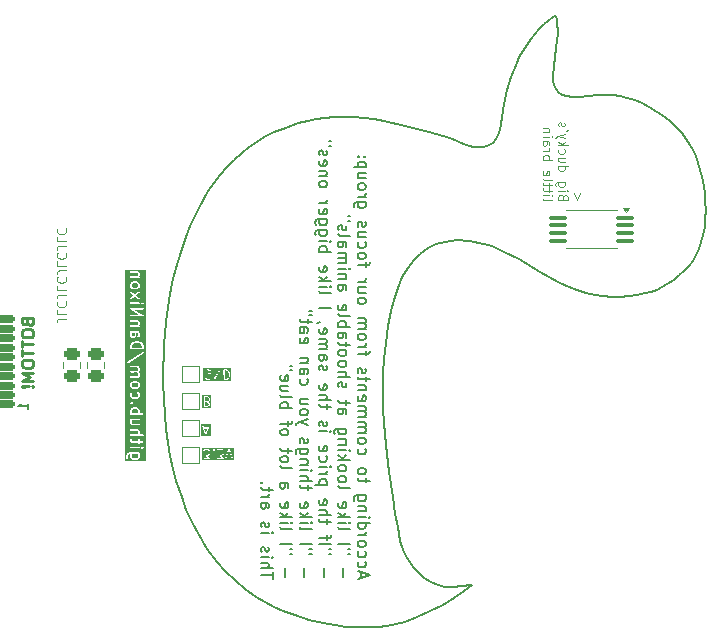
<source format=gbo>
G04 #@! TF.GenerationSoftware,KiCad,Pcbnew,8.0.1*
G04 #@! TF.CreationDate,2024-04-20T17:20:36+01:00*
G04 #@! TF.ProjectId,le-carnard-bleu,6c652d63-6172-46e6-9172-642d626c6575,rev?*
G04 #@! TF.SameCoordinates,Original*
G04 #@! TF.FileFunction,Legend,Bot*
G04 #@! TF.FilePolarity,Positive*
%FSLAX46Y46*%
G04 Gerber Fmt 4.6, Leading zero omitted, Abs format (unit mm)*
G04 Created by KiCad (PCBNEW 8.0.1) date 2024-04-20 17:20:36*
%MOMM*%
%LPD*%
G01*
G04 APERTURE LIST*
G04 Aperture macros list*
%AMRoundRect*
0 Rectangle with rounded corners*
0 $1 Rounding radius*
0 $2 $3 $4 $5 $6 $7 $8 $9 X,Y pos of 4 corners*
0 Add a 4 corners polygon primitive as box body*
4,1,4,$2,$3,$4,$5,$6,$7,$8,$9,$2,$3,0*
0 Add four circle primitives for the rounded corners*
1,1,$1+$1,$2,$3*
1,1,$1+$1,$4,$5*
1,1,$1+$1,$6,$7*
1,1,$1+$1,$8,$9*
0 Add four rect primitives between the rounded corners*
20,1,$1+$1,$2,$3,$4,$5,0*
20,1,$1+$1,$4,$5,$6,$7,0*
20,1,$1+$1,$6,$7,$8,$9,0*
20,1,$1+$1,$8,$9,$2,$3,0*%
G04 Aperture macros list end*
%ADD10C,0.200000*%
%ADD11C,0.100000*%
%ADD12C,0.152400*%
%ADD13C,0.150000*%
%ADD14C,0.250000*%
%ADD15C,0.120000*%
%ADD16RoundRect,0.150000X-1.600000X-0.150000X1.600000X-0.150000X1.600000X0.150000X-1.600000X0.150000X0*%
%ADD17RoundRect,0.150000X-1.200000X-0.150000X1.200000X-0.150000X1.200000X0.150000X-1.200000X0.150000X0*%
%ADD18C,0.700000*%
%ADD19C,4.400000*%
%ADD20R,1.800000X1.070000*%
%ADD21O,1.800000X1.070000*%
%ADD22R,1.000000X1.000000*%
%ADD23RoundRect,0.100000X0.637500X0.100000X-0.637500X0.100000X-0.637500X-0.100000X0.637500X-0.100000X0*%
%ADD24RoundRect,0.250000X-0.450000X0.262500X-0.450000X-0.262500X0.450000X-0.262500X0.450000X0.262500X0*%
G04 APERTURE END LIST*
D10*
X160340534Y-89663269D02*
X160132183Y-90239156D01*
X128358448Y-121932102D02*
X127166219Y-121661005D01*
X117713886Y-114293533D02*
X117201538Y-113334237D01*
X148164289Y-71019496D02*
X148190892Y-71965777D01*
X159615032Y-91237513D02*
X159297230Y-91675517D01*
X114923424Y-104216436D02*
X114844807Y-102921289D01*
X160660598Y-85558386D02*
X160710639Y-86227035D01*
X122077081Y-81616419D02*
X122719110Y-81159999D01*
X140776245Y-89576911D02*
X139682800Y-89520323D01*
X147486985Y-92645653D02*
X146671793Y-92174557D01*
X157246980Y-79044917D02*
X157799114Y-79498864D01*
X120857375Y-118298555D02*
X120087368Y-117549274D01*
X144281956Y-75672779D02*
X144720251Y-74505901D01*
X140876678Y-118718555D02*
X140925876Y-118717387D01*
X115919776Y-109888170D02*
X115642175Y-108875442D01*
X120804762Y-82712654D02*
X121435347Y-82137161D01*
X160567179Y-84892422D02*
X160660598Y-85558386D01*
X136275404Y-121413009D02*
X135274300Y-121785701D01*
X160724076Y-86966896D02*
X160700154Y-87736461D01*
X141152285Y-81582001D02*
X141559312Y-81620694D01*
X135274300Y-121785701D02*
X134541426Y-121988610D01*
X141559312Y-81620694D02*
X141974899Y-81586998D01*
X119349774Y-116711200D02*
X118515080Y-115610274D01*
X154104701Y-77460609D02*
X154715545Y-77652938D01*
X142981054Y-80941342D02*
X143181877Y-80564266D01*
X136568043Y-90646087D02*
X135998668Y-91206041D01*
X154715545Y-77652938D02*
X155317040Y-77896601D01*
X158275841Y-79971578D02*
X158692050Y-80452744D01*
X160132183Y-90239156D02*
X159891605Y-90761588D01*
X147942957Y-76553102D02*
X148204262Y-76916248D01*
X124138062Y-120532227D02*
X123399555Y-120140007D01*
X139982793Y-81231206D02*
X140281729Y-81363933D01*
X133848300Y-96771349D02*
X133638983Y-98175511D01*
X152793194Y-94275646D02*
X152074617Y-94218050D01*
X135020557Y-115460985D02*
X135201467Y-115931552D01*
X156573369Y-93675718D02*
X156122304Y-93840814D01*
X129290629Y-79091593D02*
X130096702Y-79075222D01*
X132112023Y-122284900D02*
X131227454Y-122277611D01*
X138665665Y-89629952D02*
X137905720Y-89858170D01*
X115043200Y-105464377D02*
X114923424Y-104216436D01*
X154899314Y-94139019D02*
X154203662Y-94235993D01*
X114808000Y-101583834D02*
X114815702Y-99699276D01*
X119083100Y-84670400D02*
X119618550Y-83989110D01*
X147823293Y-76112745D02*
X147942957Y-76553102D01*
X116693022Y-89254422D02*
X117051609Y-88306613D01*
X144894462Y-91119585D02*
X143672389Y-90488080D01*
X133769335Y-122139930D02*
X132959449Y-122238851D01*
X159880469Y-82392866D02*
X160085467Y-82932797D01*
X121699556Y-118995142D02*
X120857375Y-118298555D01*
X155911975Y-78192782D02*
X156616646Y-78608214D01*
X137470815Y-118455321D02*
X138074516Y-118709986D01*
X157005845Y-93471429D02*
X156573369Y-93675718D01*
X133932059Y-109113341D02*
X134218187Y-111253035D01*
X139397146Y-119801430D02*
X138481203Y-120351747D01*
X115894451Y-91848684D02*
X116286428Y-90501429D01*
X142362093Y-81470070D02*
X142706969Y-81251403D01*
X117051609Y-88306613D02*
X117798853Y-86784443D01*
X140060143Y-118803618D02*
X140876678Y-118718555D01*
X142818974Y-90110382D02*
X142375142Y-89930778D01*
X159891605Y-90761588D02*
X159615032Y-91237513D01*
X152190528Y-77185391D02*
X152844801Y-77227193D01*
X124958535Y-120894338D02*
X124138062Y-120532227D01*
X130096702Y-79075222D02*
X130922583Y-79098851D01*
X122719110Y-81159999D02*
X123349031Y-80777853D01*
X139682800Y-89520323D02*
X139152596Y-89552324D01*
X148020135Y-70533543D02*
X148054984Y-70582714D01*
X158511608Y-92470485D02*
X158029646Y-92841163D01*
X148054984Y-70582714D02*
X148114287Y-70737054D01*
X149198801Y-93483112D02*
X148368265Y-93100652D01*
X132617349Y-79266516D02*
X133475456Y-79410201D01*
X117798853Y-86784443D02*
X118603234Y-85361270D01*
X135998668Y-91206041D02*
X135495257Y-91873508D01*
X114836886Y-99699276D02*
X114898042Y-98354458D01*
X160514200Y-89038183D02*
X160340534Y-89663269D01*
X134085018Y-95508216D02*
X133848300Y-96771349D01*
X120087368Y-117549274D02*
X119349774Y-116711200D01*
X117201538Y-113334237D02*
X116770445Y-112375619D01*
X143933991Y-76821221D02*
X144281956Y-75672779D01*
X148190892Y-71965777D02*
X148090523Y-73223049D01*
X120195770Y-83333226D02*
X120804762Y-82712654D01*
X160264598Y-83518270D02*
X160422266Y-84160105D01*
X148090523Y-73223049D02*
X147856854Y-74727005D01*
X148204262Y-76916248D02*
X148575349Y-77164476D01*
X150602106Y-93946260D02*
X149852564Y-93733233D01*
X142706969Y-81251403D02*
X142981054Y-80941342D01*
X147965277Y-70550775D02*
X148032980Y-70534237D01*
X137289912Y-80347181D02*
X139055095Y-80875474D01*
X160710639Y-86227035D02*
X160724076Y-86966896D01*
X146658590Y-71573780D02*
X147028952Y-71205987D01*
X160631805Y-88411562D02*
X160514200Y-89038183D01*
X134666462Y-93528752D02*
X134327364Y-94525287D01*
X124171977Y-80375548D02*
X125167547Y-79967203D01*
X150027031Y-77332699D02*
X150809238Y-77252647D01*
X115303394Y-94585056D02*
X115577670Y-93097965D01*
X141974899Y-81586998D02*
X142362093Y-81470070D01*
X114815702Y-99699276D02*
X114836886Y-99699276D01*
X138481203Y-120351747D02*
X137393673Y-120911696D01*
X115203438Y-106660184D02*
X115043200Y-105464377D01*
X160085467Y-82932797D02*
X160264598Y-83518270D01*
X158692050Y-80452744D02*
X159056968Y-80928157D01*
X147028952Y-71205987D02*
X147383349Y-70908674D01*
X132959449Y-122238851D02*
X132112023Y-122284900D01*
X134327364Y-94525287D02*
X134085018Y-95508216D01*
X140308352Y-119178286D02*
X139397146Y-119801430D01*
X158029646Y-92841163D02*
X157479177Y-93201519D01*
X130922583Y-79098851D02*
X131764162Y-79162594D01*
X159372280Y-81402488D02*
X159644648Y-81886786D01*
X127754449Y-79243543D02*
X128508495Y-79147786D01*
X114844807Y-102921289D02*
X114808000Y-101583834D01*
X144720251Y-74505901D02*
X144945858Y-74014780D01*
X133662412Y-106822792D02*
X133932059Y-109113341D01*
X140707808Y-81490268D02*
X141152285Y-81582001D01*
X153502257Y-94281553D02*
X152793194Y-94275646D01*
X137393673Y-120911696D02*
X136275404Y-121413009D01*
X147383349Y-70908674D02*
X147836965Y-70608750D01*
X148114287Y-70737054D02*
X148164289Y-71019496D01*
X133479769Y-99586039D02*
X133422357Y-100711000D01*
X134448627Y-112666116D02*
X134639454Y-113804939D01*
X136281706Y-117535884D02*
X136872624Y-118095787D01*
X148032980Y-70534237D02*
X148032960Y-70534236D01*
X118515080Y-115610274D02*
X117713886Y-114293533D01*
X125945523Y-121265857D02*
X124958535Y-120894338D01*
X135201467Y-115931552D02*
X135415724Y-116369103D01*
X122655312Y-119674891D02*
X121699556Y-118995142D01*
X129348994Y-122101375D02*
X128358448Y-121932102D01*
X131764162Y-79162594D02*
X132617349Y-79266516D01*
X140925876Y-118717387D02*
X140308352Y-119178286D01*
X123349031Y-80777853D02*
X124171977Y-80375548D01*
X159644648Y-81886786D02*
X159880469Y-82392866D01*
X157479177Y-93201519D02*
X157005845Y-93471429D01*
X139311038Y-118870779D02*
X140060143Y-118803618D01*
X140281729Y-81363933D02*
X140707808Y-81490268D01*
X127037681Y-79377567D02*
X127754449Y-79243543D01*
X157799114Y-79498864D02*
X158275841Y-79971578D01*
X147836965Y-70608750D02*
X147965277Y-70550775D01*
X125167547Y-79967203D02*
X126175590Y-79614913D01*
X151344785Y-94108405D02*
X150602106Y-93946260D01*
X143433492Y-79625399D02*
X143510700Y-79058951D01*
X133422357Y-100711000D02*
X133403507Y-102187562D01*
X159297230Y-91675517D02*
X158931790Y-92084016D01*
X143672389Y-90488080D02*
X142818974Y-90110382D01*
X147856854Y-74727005D02*
X147794428Y-75606525D01*
X119618550Y-83989110D02*
X120195770Y-83333226D01*
X142375142Y-89930778D02*
X141859505Y-89776260D01*
X143181877Y-80564266D02*
X143326989Y-80128172D01*
X143326989Y-80128172D02*
X143433492Y-79625399D01*
X160700154Y-87736461D02*
X160631805Y-88411562D01*
X133422521Y-103702331D02*
X133479785Y-104941519D01*
X151516718Y-77193480D02*
X152190528Y-77185391D01*
X135415724Y-116369103D02*
X135665885Y-116778285D01*
X148972258Y-77305958D02*
X149439802Y-77355251D01*
X121435347Y-82137161D02*
X122077081Y-81616419D01*
X139152596Y-89552324D02*
X138665665Y-89629952D01*
X135953256Y-117164006D02*
X136281706Y-117535884D01*
X127166219Y-121661005D02*
X125945523Y-121265857D01*
X115068940Y-96408045D02*
X115303394Y-94585056D01*
X134867276Y-114945519D02*
X135020557Y-115460985D01*
X149852564Y-93733233D02*
X149198801Y-93483112D01*
X147794428Y-75606525D02*
X147823293Y-76112745D01*
X155317040Y-77896601D02*
X155911975Y-78192782D01*
X149439802Y-77355251D02*
X150027031Y-77332699D01*
X152844801Y-77227193D02*
X153481993Y-77318860D01*
X148575349Y-77164476D02*
X148972258Y-77305958D01*
X141859505Y-89776260D02*
X140776245Y-89576911D01*
X115403380Y-107798880D02*
X115203438Y-106660184D01*
X139055095Y-80875474D02*
X139647317Y-81081493D01*
X143677657Y-77945437D02*
X143933991Y-76821221D01*
X160422266Y-84160105D02*
X160567179Y-84892422D01*
X153481993Y-77318860D02*
X154104701Y-77460609D01*
X139647317Y-81081493D02*
X139982793Y-81231206D01*
X136872624Y-118095787D02*
X137470815Y-118455321D01*
X135250014Y-79808391D02*
X137289912Y-80347181D01*
X148010524Y-70525291D02*
X148020135Y-70533543D01*
X134541426Y-121988610D02*
X133769335Y-122139930D01*
X114898042Y-98354458D02*
X115068940Y-96408045D01*
X155593002Y-93990095D02*
X154899314Y-94139019D01*
X143510700Y-79058951D02*
X143677657Y-77945437D01*
X145220917Y-73510839D02*
X145899195Y-72487531D01*
X134218187Y-111253035D02*
X134448627Y-112666116D01*
X118603234Y-85361270D02*
X119083100Y-84670400D01*
X146671793Y-92174557D02*
X144894462Y-91119585D01*
X135495257Y-91873508D02*
X135053228Y-92647315D01*
X116770445Y-112375619D02*
X116361542Y-111273094D01*
X135053228Y-92647315D02*
X134666462Y-93528752D01*
X138666894Y-118847215D02*
X139311038Y-118870779D01*
X145899195Y-72487531D02*
X146658590Y-71573780D01*
X152074617Y-94218050D02*
X151344785Y-94108405D01*
X137905720Y-89858170D02*
X137204589Y-90196310D01*
X156616646Y-78608214D02*
X157246980Y-79044917D01*
X138074516Y-118709986D02*
X138666894Y-118847215D01*
X131227454Y-122277611D02*
X130306249Y-122216560D01*
X156122304Y-93840814D02*
X155593002Y-93990095D01*
X135665885Y-116778285D02*
X135953256Y-117164006D01*
X123399555Y-120140007D02*
X122655312Y-119674891D01*
X159056968Y-80928157D02*
X159372280Y-81402488D01*
X150809238Y-77252647D02*
X151516718Y-77193480D01*
X115642175Y-108875442D02*
X115403380Y-107798880D01*
X148032960Y-70534236D02*
X148010524Y-70525291D01*
X158931790Y-92084016D02*
X158511608Y-92470485D01*
X133475456Y-79410201D02*
X135250014Y-79808391D01*
X134639454Y-113804939D02*
X134867276Y-114945519D01*
X148368265Y-93100652D02*
X147486985Y-92645653D01*
X133479785Y-104941519D02*
X133662412Y-106822792D01*
X126175590Y-79614913D02*
X127037681Y-79377567D01*
X133638983Y-98175511D02*
X133479769Y-99586039D01*
X144945858Y-74014780D02*
X145220917Y-73510839D01*
X130306249Y-122216560D02*
X129348994Y-122101375D01*
X133403507Y-102187562D02*
X133422521Y-103702331D01*
X154203662Y-94235993D02*
X153502257Y-94281553D01*
X115577670Y-93097965D02*
X115894451Y-91848684D01*
X137204589Y-90196310D02*
X136568043Y-90646087D01*
X116361542Y-111273094D02*
X115919776Y-109888170D01*
X116286428Y-90501429D02*
X116693022Y-89254422D01*
X128508495Y-79147786D02*
X129290629Y-79091593D01*
D11*
X150068438Y-85494211D02*
X149839866Y-86103734D01*
X149839866Y-86103734D02*
X149611295Y-85494211D01*
X148666197Y-85837068D02*
X148628102Y-85722782D01*
X148628102Y-85722782D02*
X148590006Y-85684687D01*
X148590006Y-85684687D02*
X148513816Y-85646591D01*
X148513816Y-85646591D02*
X148399530Y-85646591D01*
X148399530Y-85646591D02*
X148323340Y-85684687D01*
X148323340Y-85684687D02*
X148285245Y-85722782D01*
X148285245Y-85722782D02*
X148247149Y-85798972D01*
X148247149Y-85798972D02*
X148247149Y-86103734D01*
X148247149Y-86103734D02*
X149047149Y-86103734D01*
X149047149Y-86103734D02*
X149047149Y-85837068D01*
X149047149Y-85837068D02*
X149009054Y-85760877D01*
X149009054Y-85760877D02*
X148970959Y-85722782D01*
X148970959Y-85722782D02*
X148894768Y-85684687D01*
X148894768Y-85684687D02*
X148818578Y-85684687D01*
X148818578Y-85684687D02*
X148742387Y-85722782D01*
X148742387Y-85722782D02*
X148704292Y-85760877D01*
X148704292Y-85760877D02*
X148666197Y-85837068D01*
X148666197Y-85837068D02*
X148666197Y-86103734D01*
X148247149Y-85303734D02*
X148780483Y-85303734D01*
X149047149Y-85303734D02*
X149009054Y-85341830D01*
X149009054Y-85341830D02*
X148970959Y-85303734D01*
X148970959Y-85303734D02*
X149009054Y-85265639D01*
X149009054Y-85265639D02*
X149047149Y-85303734D01*
X149047149Y-85303734D02*
X148970959Y-85303734D01*
X148780483Y-84579925D02*
X148132864Y-84579925D01*
X148132864Y-84579925D02*
X148056673Y-84618020D01*
X148056673Y-84618020D02*
X148018578Y-84656116D01*
X148018578Y-84656116D02*
X147980483Y-84732306D01*
X147980483Y-84732306D02*
X147980483Y-84846592D01*
X147980483Y-84846592D02*
X148018578Y-84922782D01*
X148285245Y-84579925D02*
X148247149Y-84656116D01*
X148247149Y-84656116D02*
X148247149Y-84808497D01*
X148247149Y-84808497D02*
X148285245Y-84884687D01*
X148285245Y-84884687D02*
X148323340Y-84922782D01*
X148323340Y-84922782D02*
X148399530Y-84960878D01*
X148399530Y-84960878D02*
X148628102Y-84960878D01*
X148628102Y-84960878D02*
X148704292Y-84922782D01*
X148704292Y-84922782D02*
X148742387Y-84884687D01*
X148742387Y-84884687D02*
X148780483Y-84808497D01*
X148780483Y-84808497D02*
X148780483Y-84656116D01*
X148780483Y-84656116D02*
X148742387Y-84579925D01*
X148247149Y-83246591D02*
X149047149Y-83246591D01*
X148285245Y-83246591D02*
X148247149Y-83322782D01*
X148247149Y-83322782D02*
X148247149Y-83475163D01*
X148247149Y-83475163D02*
X148285245Y-83551353D01*
X148285245Y-83551353D02*
X148323340Y-83589448D01*
X148323340Y-83589448D02*
X148399530Y-83627544D01*
X148399530Y-83627544D02*
X148628102Y-83627544D01*
X148628102Y-83627544D02*
X148704292Y-83589448D01*
X148704292Y-83589448D02*
X148742387Y-83551353D01*
X148742387Y-83551353D02*
X148780483Y-83475163D01*
X148780483Y-83475163D02*
X148780483Y-83322782D01*
X148780483Y-83322782D02*
X148742387Y-83246591D01*
X148780483Y-82522781D02*
X148247149Y-82522781D01*
X148780483Y-82865638D02*
X148361435Y-82865638D01*
X148361435Y-82865638D02*
X148285245Y-82827543D01*
X148285245Y-82827543D02*
X148247149Y-82751353D01*
X148247149Y-82751353D02*
X148247149Y-82637067D01*
X148247149Y-82637067D02*
X148285245Y-82560876D01*
X148285245Y-82560876D02*
X148323340Y-82522781D01*
X148285245Y-81798971D02*
X148247149Y-81875162D01*
X148247149Y-81875162D02*
X148247149Y-82027543D01*
X148247149Y-82027543D02*
X148285245Y-82103733D01*
X148285245Y-82103733D02*
X148323340Y-82141828D01*
X148323340Y-82141828D02*
X148399530Y-82179924D01*
X148399530Y-82179924D02*
X148628102Y-82179924D01*
X148628102Y-82179924D02*
X148704292Y-82141828D01*
X148704292Y-82141828D02*
X148742387Y-82103733D01*
X148742387Y-82103733D02*
X148780483Y-82027543D01*
X148780483Y-82027543D02*
X148780483Y-81875162D01*
X148780483Y-81875162D02*
X148742387Y-81798971D01*
X148247149Y-81456114D02*
X149047149Y-81456114D01*
X148551911Y-81379924D02*
X148247149Y-81151352D01*
X148780483Y-81151352D02*
X148475721Y-81456114D01*
X148780483Y-80884686D02*
X148247149Y-80694210D01*
X148780483Y-80503733D02*
X148247149Y-80694210D01*
X148247149Y-80694210D02*
X148056673Y-80770400D01*
X148056673Y-80770400D02*
X148018578Y-80808495D01*
X148018578Y-80808495D02*
X147980483Y-80884686D01*
X149047149Y-80160876D02*
X148894768Y-80237067D01*
X148285245Y-79856115D02*
X148247149Y-79779924D01*
X148247149Y-79779924D02*
X148247149Y-79627543D01*
X148247149Y-79627543D02*
X148285245Y-79551353D01*
X148285245Y-79551353D02*
X148361435Y-79513257D01*
X148361435Y-79513257D02*
X148399530Y-79513257D01*
X148399530Y-79513257D02*
X148475721Y-79551353D01*
X148475721Y-79551353D02*
X148513816Y-79627543D01*
X148513816Y-79627543D02*
X148513816Y-79741829D01*
X148513816Y-79741829D02*
X148551911Y-79818019D01*
X148551911Y-79818019D02*
X148628102Y-79856115D01*
X148628102Y-79856115D02*
X148666197Y-79856115D01*
X148666197Y-79856115D02*
X148742387Y-79818019D01*
X148742387Y-79818019D02*
X148780483Y-79741829D01*
X148780483Y-79741829D02*
X148780483Y-79627543D01*
X148780483Y-79627543D02*
X148742387Y-79551353D01*
X146959194Y-85989449D02*
X146997290Y-86065639D01*
X146997290Y-86065639D02*
X147073480Y-86103734D01*
X147073480Y-86103734D02*
X147759194Y-86103734D01*
X146959194Y-85684686D02*
X147492528Y-85684686D01*
X147759194Y-85684686D02*
X147721099Y-85722782D01*
X147721099Y-85722782D02*
X147683004Y-85684686D01*
X147683004Y-85684686D02*
X147721099Y-85646591D01*
X147721099Y-85646591D02*
X147759194Y-85684686D01*
X147759194Y-85684686D02*
X147683004Y-85684686D01*
X147492528Y-85418020D02*
X147492528Y-85113258D01*
X147759194Y-85303734D02*
X147073480Y-85303734D01*
X147073480Y-85303734D02*
X146997290Y-85265639D01*
X146997290Y-85265639D02*
X146959194Y-85189449D01*
X146959194Y-85189449D02*
X146959194Y-85113258D01*
X147492528Y-84960877D02*
X147492528Y-84656115D01*
X147759194Y-84846591D02*
X147073480Y-84846591D01*
X147073480Y-84846591D02*
X146997290Y-84808496D01*
X146997290Y-84808496D02*
X146959194Y-84732306D01*
X146959194Y-84732306D02*
X146959194Y-84656115D01*
X146959194Y-84275163D02*
X146997290Y-84351353D01*
X146997290Y-84351353D02*
X147073480Y-84389448D01*
X147073480Y-84389448D02*
X147759194Y-84389448D01*
X146997290Y-83665638D02*
X146959194Y-83741829D01*
X146959194Y-83741829D02*
X146959194Y-83894210D01*
X146959194Y-83894210D02*
X146997290Y-83970400D01*
X146997290Y-83970400D02*
X147073480Y-84008496D01*
X147073480Y-84008496D02*
X147378242Y-84008496D01*
X147378242Y-84008496D02*
X147454432Y-83970400D01*
X147454432Y-83970400D02*
X147492528Y-83894210D01*
X147492528Y-83894210D02*
X147492528Y-83741829D01*
X147492528Y-83741829D02*
X147454432Y-83665638D01*
X147454432Y-83665638D02*
X147378242Y-83627543D01*
X147378242Y-83627543D02*
X147302051Y-83627543D01*
X147302051Y-83627543D02*
X147225861Y-84008496D01*
X146959194Y-82675162D02*
X147759194Y-82675162D01*
X147454432Y-82675162D02*
X147492528Y-82598972D01*
X147492528Y-82598972D02*
X147492528Y-82446591D01*
X147492528Y-82446591D02*
X147454432Y-82370400D01*
X147454432Y-82370400D02*
X147416337Y-82332305D01*
X147416337Y-82332305D02*
X147340147Y-82294210D01*
X147340147Y-82294210D02*
X147111575Y-82294210D01*
X147111575Y-82294210D02*
X147035385Y-82332305D01*
X147035385Y-82332305D02*
X146997290Y-82370400D01*
X146997290Y-82370400D02*
X146959194Y-82446591D01*
X146959194Y-82446591D02*
X146959194Y-82598972D01*
X146959194Y-82598972D02*
X146997290Y-82675162D01*
X146959194Y-81951352D02*
X147492528Y-81951352D01*
X147340147Y-81951352D02*
X147416337Y-81913257D01*
X147416337Y-81913257D02*
X147454432Y-81875162D01*
X147454432Y-81875162D02*
X147492528Y-81798971D01*
X147492528Y-81798971D02*
X147492528Y-81722781D01*
X146959194Y-81113257D02*
X147378242Y-81113257D01*
X147378242Y-81113257D02*
X147454432Y-81151352D01*
X147454432Y-81151352D02*
X147492528Y-81227543D01*
X147492528Y-81227543D02*
X147492528Y-81379924D01*
X147492528Y-81379924D02*
X147454432Y-81456114D01*
X146997290Y-81113257D02*
X146959194Y-81189448D01*
X146959194Y-81189448D02*
X146959194Y-81379924D01*
X146959194Y-81379924D02*
X146997290Y-81456114D01*
X146997290Y-81456114D02*
X147073480Y-81494210D01*
X147073480Y-81494210D02*
X147149670Y-81494210D01*
X147149670Y-81494210D02*
X147225861Y-81456114D01*
X147225861Y-81456114D02*
X147263956Y-81379924D01*
X147263956Y-81379924D02*
X147263956Y-81189448D01*
X147263956Y-81189448D02*
X147302051Y-81113257D01*
X146959194Y-80732304D02*
X147492528Y-80732304D01*
X147759194Y-80732304D02*
X147721099Y-80770400D01*
X147721099Y-80770400D02*
X147683004Y-80732304D01*
X147683004Y-80732304D02*
X147721099Y-80694209D01*
X147721099Y-80694209D02*
X147759194Y-80732304D01*
X147759194Y-80732304D02*
X147683004Y-80732304D01*
X147492528Y-80351352D02*
X146959194Y-80351352D01*
X147416337Y-80351352D02*
X147454432Y-80313257D01*
X147454432Y-80313257D02*
X147492528Y-80237067D01*
X147492528Y-80237067D02*
X147492528Y-80122781D01*
X147492528Y-80122781D02*
X147454432Y-80046590D01*
X147454432Y-80046590D02*
X147378242Y-80008495D01*
X147378242Y-80008495D02*
X146959194Y-80008495D01*
G36*
X120128224Y-100520538D02*
G01*
X120227227Y-100550567D01*
X120289693Y-100609395D01*
X120289791Y-100609751D01*
X120323930Y-100672226D01*
X120324100Y-100675707D01*
X120361418Y-100812364D01*
X120360703Y-100815961D01*
X120363536Y-100915282D01*
X120362196Y-100918120D01*
X120330738Y-101056591D01*
X120327886Y-101060267D01*
X120299082Y-101123543D01*
X120236834Y-101189640D01*
X120144579Y-101223212D01*
X120144036Y-101223104D01*
X120003339Y-101225658D01*
X120000071Y-100522259D01*
X120127194Y-100519951D01*
X120128224Y-100520538D01*
G37*
G36*
X120549592Y-101411993D02*
G01*
X118138480Y-101411993D01*
X118138480Y-100815961D01*
X118227369Y-100815961D01*
X118230305Y-100918901D01*
X118227914Y-100922888D01*
X118228862Y-100942374D01*
X118266986Y-101081985D01*
X118265591Y-101086172D01*
X118270744Y-101104988D01*
X118307366Y-101172006D01*
X118307366Y-101177953D01*
X118318205Y-101194174D01*
X118392821Y-101264444D01*
X118396990Y-101272782D01*
X118408856Y-101279545D01*
X118410616Y-101281203D01*
X118411764Y-101281203D01*
X118413939Y-101282443D01*
X118520310Y-101314706D01*
X118524902Y-101319298D01*
X118544036Y-101323104D01*
X118652925Y-101319997D01*
X118661867Y-101322978D01*
X118675054Y-101319366D01*
X118677456Y-101319298D01*
X118678267Y-101318486D01*
X118680683Y-101317825D01*
X118772285Y-101267769D01*
X118784386Y-101231464D01*
X118767272Y-101197236D01*
X118730967Y-101185135D01*
X118712151Y-101190288D01*
X118651755Y-101223291D01*
X118560253Y-101225901D01*
X118559847Y-101225670D01*
X118460843Y-101195641D01*
X118398379Y-101136814D01*
X118398282Y-101136459D01*
X118364141Y-101073982D01*
X118363972Y-101070501D01*
X118326653Y-100933843D01*
X118327369Y-100930247D01*
X118324535Y-100830925D01*
X118325876Y-100828088D01*
X118357333Y-100689616D01*
X118360186Y-100685941D01*
X118388989Y-100622665D01*
X118451237Y-100556568D01*
X118543493Y-100522996D01*
X118544036Y-100523104D01*
X118604867Y-100520675D01*
X118703707Y-100550655D01*
X118722855Y-100567905D01*
X118725507Y-100767006D01*
X118601093Y-100769767D01*
X118574033Y-100796827D01*
X118574033Y-100835095D01*
X118601093Y-100862155D01*
X118620227Y-100865961D01*
X118791742Y-100862155D01*
X118818802Y-100835095D01*
X118822608Y-100815961D01*
X118818802Y-100530161D01*
X118818801Y-100530160D01*
X118807963Y-100513939D01*
X118770778Y-100480440D01*
X118767272Y-100473427D01*
X118766705Y-100473104D01*
X119065465Y-100473104D01*
X119069126Y-101261035D01*
X119065864Y-101266798D01*
X119069209Y-101279066D01*
X119069271Y-101292238D01*
X119074126Y-101297093D01*
X119075933Y-101303718D01*
X119087175Y-101310142D01*
X119096331Y-101319298D01*
X119103197Y-101319298D01*
X119109159Y-101322705D01*
X119121651Y-101319298D01*
X119134599Y-101319298D01*
X119139454Y-101314442D01*
X119146079Y-101312636D01*
X119158877Y-101297911D01*
X119523447Y-100653876D01*
X119526414Y-101292238D01*
X119553474Y-101319298D01*
X119591742Y-101319298D01*
X119618802Y-101292238D01*
X119622608Y-101273104D01*
X119618946Y-100485172D01*
X119622209Y-100479410D01*
X119620489Y-100473104D01*
X119903560Y-100473104D01*
X119907366Y-101292238D01*
X119934426Y-101319298D01*
X119953560Y-101323104D01*
X120134184Y-101319824D01*
X120140492Y-101322978D01*
X120159847Y-101320538D01*
X120267941Y-101281203D01*
X120277456Y-101281203D01*
X120288834Y-101273599D01*
X120291082Y-101272782D01*
X120291595Y-101271754D01*
X120293677Y-101270364D01*
X120361268Y-101198592D01*
X120367272Y-101196591D01*
X120379233Y-101181179D01*
X120380697Y-101177962D01*
X120380706Y-101177953D01*
X120380706Y-101177943D01*
X120409703Y-101114241D01*
X120412781Y-101112395D01*
X120421114Y-101094755D01*
X120453328Y-100952949D01*
X120456897Y-100949381D01*
X120460703Y-100930247D01*
X120457766Y-100827306D01*
X120460158Y-100823320D01*
X120459210Y-100803834D01*
X120421085Y-100664222D01*
X120422481Y-100660035D01*
X120417328Y-100641219D01*
X120380706Y-100574201D01*
X120380706Y-100568256D01*
X120369867Y-100552035D01*
X120295250Y-100481764D01*
X120291082Y-100473427D01*
X120279215Y-100466663D01*
X120277456Y-100465006D01*
X120276308Y-100465006D01*
X120274133Y-100463766D01*
X120167761Y-100431501D01*
X120163170Y-100426910D01*
X120144036Y-100423104D01*
X119934426Y-100426910D01*
X119907366Y-100453970D01*
X119903560Y-100473104D01*
X119620489Y-100473104D01*
X119618863Y-100467141D01*
X119618802Y-100453970D01*
X119613947Y-100449115D01*
X119612140Y-100442489D01*
X119600895Y-100436063D01*
X119591742Y-100426910D01*
X119584876Y-100426910D01*
X119578914Y-100423503D01*
X119566422Y-100426910D01*
X119553474Y-100426910D01*
X119548618Y-100431765D01*
X119541994Y-100433572D01*
X119529196Y-100448297D01*
X119164625Y-101092331D01*
X119161659Y-100453970D01*
X119134599Y-100426910D01*
X119096331Y-100426910D01*
X119069271Y-100453970D01*
X119065465Y-100473104D01*
X118766705Y-100473104D01*
X118755622Y-100466786D01*
X118753646Y-100465006D01*
X118752498Y-100465006D01*
X118750323Y-100463766D01*
X118643952Y-100431501D01*
X118639361Y-100426910D01*
X118620227Y-100423104D01*
X118616728Y-100423243D01*
X118616683Y-100423230D01*
X118616649Y-100423246D01*
X118552718Y-100425799D01*
X118547580Y-100423230D01*
X118528224Y-100425670D01*
X118420131Y-100465006D01*
X118410616Y-100465006D01*
X118399237Y-100472609D01*
X118396990Y-100473427D01*
X118396476Y-100474454D01*
X118394395Y-100475845D01*
X118326804Y-100547615D01*
X118320800Y-100549617D01*
X118308839Y-100565029D01*
X118307373Y-100568247D01*
X118307366Y-100568256D01*
X118307366Y-100568264D01*
X118278368Y-100631966D01*
X118275291Y-100633813D01*
X118266958Y-100651453D01*
X118234743Y-100793258D01*
X118231175Y-100796827D01*
X118227369Y-100815961D01*
X118138480Y-100815961D01*
X118138480Y-100334215D01*
X120549592Y-100334215D01*
X120549592Y-101411993D01*
G37*
X106607104Y-96151238D02*
X106035676Y-96151238D01*
X106035676Y-96151238D02*
X105921390Y-96189333D01*
X105921390Y-96189333D02*
X105845200Y-96265524D01*
X105845200Y-96265524D02*
X105807104Y-96379809D01*
X105807104Y-96379809D02*
X105807104Y-96456000D01*
X105807104Y-95389333D02*
X105807104Y-95770285D01*
X105807104Y-95770285D02*
X106607104Y-95770285D01*
X105883295Y-94665523D02*
X105845200Y-94703619D01*
X105845200Y-94703619D02*
X105807104Y-94817904D01*
X105807104Y-94817904D02*
X105807104Y-94894095D01*
X105807104Y-94894095D02*
X105845200Y-95008381D01*
X105845200Y-95008381D02*
X105921390Y-95084571D01*
X105921390Y-95084571D02*
X105997580Y-95122666D01*
X105997580Y-95122666D02*
X106149961Y-95160762D01*
X106149961Y-95160762D02*
X106264247Y-95160762D01*
X106264247Y-95160762D02*
X106416628Y-95122666D01*
X106416628Y-95122666D02*
X106492819Y-95084571D01*
X106492819Y-95084571D02*
X106569009Y-95008381D01*
X106569009Y-95008381D02*
X106607104Y-94894095D01*
X106607104Y-94894095D02*
X106607104Y-94817904D01*
X106607104Y-94817904D02*
X106569009Y-94703619D01*
X106569009Y-94703619D02*
X106530914Y-94665523D01*
X106607104Y-94094095D02*
X106035676Y-94094095D01*
X106035676Y-94094095D02*
X105921390Y-94132190D01*
X105921390Y-94132190D02*
X105845200Y-94208381D01*
X105845200Y-94208381D02*
X105807104Y-94322666D01*
X105807104Y-94322666D02*
X105807104Y-94398857D01*
X105807104Y-93332190D02*
X105807104Y-93713142D01*
X105807104Y-93713142D02*
X106607104Y-93713142D01*
X105883295Y-92608380D02*
X105845200Y-92646476D01*
X105845200Y-92646476D02*
X105807104Y-92760761D01*
X105807104Y-92760761D02*
X105807104Y-92836952D01*
X105807104Y-92836952D02*
X105845200Y-92951238D01*
X105845200Y-92951238D02*
X105921390Y-93027428D01*
X105921390Y-93027428D02*
X105997580Y-93065523D01*
X105997580Y-93065523D02*
X106149961Y-93103619D01*
X106149961Y-93103619D02*
X106264247Y-93103619D01*
X106264247Y-93103619D02*
X106416628Y-93065523D01*
X106416628Y-93065523D02*
X106492819Y-93027428D01*
X106492819Y-93027428D02*
X106569009Y-92951238D01*
X106569009Y-92951238D02*
X106607104Y-92836952D01*
X106607104Y-92836952D02*
X106607104Y-92760761D01*
X106607104Y-92760761D02*
X106569009Y-92646476D01*
X106569009Y-92646476D02*
X106530914Y-92608380D01*
X106607104Y-92036952D02*
X106035676Y-92036952D01*
X106035676Y-92036952D02*
X105921390Y-92075047D01*
X105921390Y-92075047D02*
X105845200Y-92151238D01*
X105845200Y-92151238D02*
X105807104Y-92265523D01*
X105807104Y-92265523D02*
X105807104Y-92341714D01*
X105807104Y-91275047D02*
X105807104Y-91655999D01*
X105807104Y-91655999D02*
X106607104Y-91655999D01*
X105883295Y-90551237D02*
X105845200Y-90589333D01*
X105845200Y-90589333D02*
X105807104Y-90703618D01*
X105807104Y-90703618D02*
X105807104Y-90779809D01*
X105807104Y-90779809D02*
X105845200Y-90894095D01*
X105845200Y-90894095D02*
X105921390Y-90970285D01*
X105921390Y-90970285D02*
X105997580Y-91008380D01*
X105997580Y-91008380D02*
X106149961Y-91046476D01*
X106149961Y-91046476D02*
X106264247Y-91046476D01*
X106264247Y-91046476D02*
X106416628Y-91008380D01*
X106416628Y-91008380D02*
X106492819Y-90970285D01*
X106492819Y-90970285D02*
X106569009Y-90894095D01*
X106569009Y-90894095D02*
X106607104Y-90779809D01*
X106607104Y-90779809D02*
X106607104Y-90703618D01*
X106607104Y-90703618D02*
X106569009Y-90589333D01*
X106569009Y-90589333D02*
X106530914Y-90551237D01*
X106607104Y-89979809D02*
X106035676Y-89979809D01*
X106035676Y-89979809D02*
X105921390Y-90017904D01*
X105921390Y-90017904D02*
X105845200Y-90094095D01*
X105845200Y-90094095D02*
X105807104Y-90208380D01*
X105807104Y-90208380D02*
X105807104Y-90284571D01*
X105807104Y-89217904D02*
X105807104Y-89598856D01*
X105807104Y-89598856D02*
X106607104Y-89598856D01*
X105883295Y-88494094D02*
X105845200Y-88532190D01*
X105845200Y-88532190D02*
X105807104Y-88646475D01*
X105807104Y-88646475D02*
X105807104Y-88722666D01*
X105807104Y-88722666D02*
X105845200Y-88836952D01*
X105845200Y-88836952D02*
X105921390Y-88913142D01*
X105921390Y-88913142D02*
X105997580Y-88951237D01*
X105997580Y-88951237D02*
X106149961Y-88989333D01*
X106149961Y-88989333D02*
X106264247Y-88989333D01*
X106264247Y-88989333D02*
X106416628Y-88951237D01*
X106416628Y-88951237D02*
X106492819Y-88913142D01*
X106492819Y-88913142D02*
X106569009Y-88836952D01*
X106569009Y-88836952D02*
X106607104Y-88722666D01*
X106607104Y-88722666D02*
X106607104Y-88646475D01*
X106607104Y-88646475D02*
X106569009Y-88532190D01*
X106569009Y-88532190D02*
X106530914Y-88494094D01*
G36*
X118418335Y-105819868D02*
G01*
X118293243Y-105450041D01*
X118540572Y-105447688D01*
X118418335Y-105819868D01*
G37*
G36*
X118822475Y-106110867D02*
G01*
X118011616Y-106110867D01*
X118011616Y-105168560D01*
X118100505Y-105168560D01*
X118102945Y-105187915D01*
X118180375Y-105416832D01*
X118180375Y-105419810D01*
X118181896Y-105421331D01*
X118368265Y-105972319D01*
X118367172Y-105975648D01*
X118374031Y-105989366D01*
X118379273Y-106004864D01*
X118382615Y-106006534D01*
X118384286Y-106009877D01*
X118399325Y-106014890D01*
X118413502Y-106021978D01*
X118417046Y-106020796D01*
X118420590Y-106021978D01*
X118434766Y-106014890D01*
X118449806Y-106009877D01*
X118451476Y-106006534D01*
X118454819Y-106004864D01*
X118464480Y-105987915D01*
X118649770Y-105423755D01*
X118653716Y-105419810D01*
X118653716Y-105411742D01*
X118733586Y-105168560D01*
X118716472Y-105134331D01*
X118680168Y-105122230D01*
X118645939Y-105139344D01*
X118636278Y-105156292D01*
X118572325Y-105351010D01*
X118260749Y-105353974D01*
X118188152Y-105139344D01*
X118153923Y-105122230D01*
X118117619Y-105134331D01*
X118100505Y-105168560D01*
X118011616Y-105168560D01*
X118011616Y-105033341D01*
X118822475Y-105033341D01*
X118822475Y-106110867D01*
G37*
D12*
X131552446Y-118070213D02*
X131552446Y-117586403D01*
X131262161Y-118166975D02*
X132278161Y-117828308D01*
X132278161Y-117828308D02*
X131262161Y-117489641D01*
X131310542Y-116715546D02*
X131262161Y-116812308D01*
X131262161Y-116812308D02*
X131262161Y-117005832D01*
X131262161Y-117005832D02*
X131310542Y-117102594D01*
X131310542Y-117102594D02*
X131358922Y-117150975D01*
X131358922Y-117150975D02*
X131455684Y-117199356D01*
X131455684Y-117199356D02*
X131745970Y-117199356D01*
X131745970Y-117199356D02*
X131842732Y-117150975D01*
X131842732Y-117150975D02*
X131891113Y-117102594D01*
X131891113Y-117102594D02*
X131939494Y-117005832D01*
X131939494Y-117005832D02*
X131939494Y-116812308D01*
X131939494Y-116812308D02*
X131891113Y-116715546D01*
X131310542Y-115844689D02*
X131262161Y-115941451D01*
X131262161Y-115941451D02*
X131262161Y-116134975D01*
X131262161Y-116134975D02*
X131310542Y-116231737D01*
X131310542Y-116231737D02*
X131358922Y-116280118D01*
X131358922Y-116280118D02*
X131455684Y-116328499D01*
X131455684Y-116328499D02*
X131745970Y-116328499D01*
X131745970Y-116328499D02*
X131842732Y-116280118D01*
X131842732Y-116280118D02*
X131891113Y-116231737D01*
X131891113Y-116231737D02*
X131939494Y-116134975D01*
X131939494Y-116134975D02*
X131939494Y-115941451D01*
X131939494Y-115941451D02*
X131891113Y-115844689D01*
X131262161Y-115264118D02*
X131310542Y-115360880D01*
X131310542Y-115360880D02*
X131358922Y-115409261D01*
X131358922Y-115409261D02*
X131455684Y-115457642D01*
X131455684Y-115457642D02*
X131745970Y-115457642D01*
X131745970Y-115457642D02*
X131842732Y-115409261D01*
X131842732Y-115409261D02*
X131891113Y-115360880D01*
X131891113Y-115360880D02*
X131939494Y-115264118D01*
X131939494Y-115264118D02*
X131939494Y-115118975D01*
X131939494Y-115118975D02*
X131891113Y-115022213D01*
X131891113Y-115022213D02*
X131842732Y-114973832D01*
X131842732Y-114973832D02*
X131745970Y-114925451D01*
X131745970Y-114925451D02*
X131455684Y-114925451D01*
X131455684Y-114925451D02*
X131358922Y-114973832D01*
X131358922Y-114973832D02*
X131310542Y-115022213D01*
X131310542Y-115022213D02*
X131262161Y-115118975D01*
X131262161Y-115118975D02*
X131262161Y-115264118D01*
X131262161Y-114490023D02*
X131939494Y-114490023D01*
X131745970Y-114490023D02*
X131842732Y-114441642D01*
X131842732Y-114441642D02*
X131891113Y-114393261D01*
X131891113Y-114393261D02*
X131939494Y-114296499D01*
X131939494Y-114296499D02*
X131939494Y-114199737D01*
X131262161Y-113425642D02*
X132278161Y-113425642D01*
X131310542Y-113425642D02*
X131262161Y-113522404D01*
X131262161Y-113522404D02*
X131262161Y-113715928D01*
X131262161Y-113715928D02*
X131310542Y-113812690D01*
X131310542Y-113812690D02*
X131358922Y-113861071D01*
X131358922Y-113861071D02*
X131455684Y-113909452D01*
X131455684Y-113909452D02*
X131745970Y-113909452D01*
X131745970Y-113909452D02*
X131842732Y-113861071D01*
X131842732Y-113861071D02*
X131891113Y-113812690D01*
X131891113Y-113812690D02*
X131939494Y-113715928D01*
X131939494Y-113715928D02*
X131939494Y-113522404D01*
X131939494Y-113522404D02*
X131891113Y-113425642D01*
X131262161Y-112941833D02*
X131939494Y-112941833D01*
X132278161Y-112941833D02*
X132229780Y-112990214D01*
X132229780Y-112990214D02*
X132181399Y-112941833D01*
X132181399Y-112941833D02*
X132229780Y-112893452D01*
X132229780Y-112893452D02*
X132278161Y-112941833D01*
X132278161Y-112941833D02*
X132181399Y-112941833D01*
X131939494Y-112458023D02*
X131262161Y-112458023D01*
X131842732Y-112458023D02*
X131891113Y-112409642D01*
X131891113Y-112409642D02*
X131939494Y-112312880D01*
X131939494Y-112312880D02*
X131939494Y-112167737D01*
X131939494Y-112167737D02*
X131891113Y-112070975D01*
X131891113Y-112070975D02*
X131794351Y-112022594D01*
X131794351Y-112022594D02*
X131262161Y-112022594D01*
X131939494Y-111103356D02*
X131117018Y-111103356D01*
X131117018Y-111103356D02*
X131020256Y-111151737D01*
X131020256Y-111151737D02*
X130971875Y-111200118D01*
X130971875Y-111200118D02*
X130923494Y-111296880D01*
X130923494Y-111296880D02*
X130923494Y-111442023D01*
X130923494Y-111442023D02*
X130971875Y-111538785D01*
X131310542Y-111103356D02*
X131262161Y-111200118D01*
X131262161Y-111200118D02*
X131262161Y-111393642D01*
X131262161Y-111393642D02*
X131310542Y-111490404D01*
X131310542Y-111490404D02*
X131358922Y-111538785D01*
X131358922Y-111538785D02*
X131455684Y-111587166D01*
X131455684Y-111587166D02*
X131745970Y-111587166D01*
X131745970Y-111587166D02*
X131842732Y-111538785D01*
X131842732Y-111538785D02*
X131891113Y-111490404D01*
X131891113Y-111490404D02*
X131939494Y-111393642D01*
X131939494Y-111393642D02*
X131939494Y-111200118D01*
X131939494Y-111200118D02*
X131891113Y-111103356D01*
X131939494Y-109990595D02*
X131939494Y-109603547D01*
X132278161Y-109845452D02*
X131407303Y-109845452D01*
X131407303Y-109845452D02*
X131310542Y-109797071D01*
X131310542Y-109797071D02*
X131262161Y-109700309D01*
X131262161Y-109700309D02*
X131262161Y-109603547D01*
X131262161Y-109119738D02*
X131310542Y-109216500D01*
X131310542Y-109216500D02*
X131358922Y-109264881D01*
X131358922Y-109264881D02*
X131455684Y-109313262D01*
X131455684Y-109313262D02*
X131745970Y-109313262D01*
X131745970Y-109313262D02*
X131842732Y-109264881D01*
X131842732Y-109264881D02*
X131891113Y-109216500D01*
X131891113Y-109216500D02*
X131939494Y-109119738D01*
X131939494Y-109119738D02*
X131939494Y-108974595D01*
X131939494Y-108974595D02*
X131891113Y-108877833D01*
X131891113Y-108877833D02*
X131842732Y-108829452D01*
X131842732Y-108829452D02*
X131745970Y-108781071D01*
X131745970Y-108781071D02*
X131455684Y-108781071D01*
X131455684Y-108781071D02*
X131358922Y-108829452D01*
X131358922Y-108829452D02*
X131310542Y-108877833D01*
X131310542Y-108877833D02*
X131262161Y-108974595D01*
X131262161Y-108974595D02*
X131262161Y-109119738D01*
X131310542Y-107136119D02*
X131262161Y-107232881D01*
X131262161Y-107232881D02*
X131262161Y-107426405D01*
X131262161Y-107426405D02*
X131310542Y-107523167D01*
X131310542Y-107523167D02*
X131358922Y-107571548D01*
X131358922Y-107571548D02*
X131455684Y-107619929D01*
X131455684Y-107619929D02*
X131745970Y-107619929D01*
X131745970Y-107619929D02*
X131842732Y-107571548D01*
X131842732Y-107571548D02*
X131891113Y-107523167D01*
X131891113Y-107523167D02*
X131939494Y-107426405D01*
X131939494Y-107426405D02*
X131939494Y-107232881D01*
X131939494Y-107232881D02*
X131891113Y-107136119D01*
X131262161Y-106555548D02*
X131310542Y-106652310D01*
X131310542Y-106652310D02*
X131358922Y-106700691D01*
X131358922Y-106700691D02*
X131455684Y-106749072D01*
X131455684Y-106749072D02*
X131745970Y-106749072D01*
X131745970Y-106749072D02*
X131842732Y-106700691D01*
X131842732Y-106700691D02*
X131891113Y-106652310D01*
X131891113Y-106652310D02*
X131939494Y-106555548D01*
X131939494Y-106555548D02*
X131939494Y-106410405D01*
X131939494Y-106410405D02*
X131891113Y-106313643D01*
X131891113Y-106313643D02*
X131842732Y-106265262D01*
X131842732Y-106265262D02*
X131745970Y-106216881D01*
X131745970Y-106216881D02*
X131455684Y-106216881D01*
X131455684Y-106216881D02*
X131358922Y-106265262D01*
X131358922Y-106265262D02*
X131310542Y-106313643D01*
X131310542Y-106313643D02*
X131262161Y-106410405D01*
X131262161Y-106410405D02*
X131262161Y-106555548D01*
X131262161Y-105781453D02*
X131939494Y-105781453D01*
X131842732Y-105781453D02*
X131891113Y-105733072D01*
X131891113Y-105733072D02*
X131939494Y-105636310D01*
X131939494Y-105636310D02*
X131939494Y-105491167D01*
X131939494Y-105491167D02*
X131891113Y-105394405D01*
X131891113Y-105394405D02*
X131794351Y-105346024D01*
X131794351Y-105346024D02*
X131262161Y-105346024D01*
X131794351Y-105346024D02*
X131891113Y-105297643D01*
X131891113Y-105297643D02*
X131939494Y-105200881D01*
X131939494Y-105200881D02*
X131939494Y-105055738D01*
X131939494Y-105055738D02*
X131891113Y-104958977D01*
X131891113Y-104958977D02*
X131794351Y-104910596D01*
X131794351Y-104910596D02*
X131262161Y-104910596D01*
X131262161Y-104426786D02*
X131939494Y-104426786D01*
X131842732Y-104426786D02*
X131891113Y-104378405D01*
X131891113Y-104378405D02*
X131939494Y-104281643D01*
X131939494Y-104281643D02*
X131939494Y-104136500D01*
X131939494Y-104136500D02*
X131891113Y-104039738D01*
X131891113Y-104039738D02*
X131794351Y-103991357D01*
X131794351Y-103991357D02*
X131262161Y-103991357D01*
X131794351Y-103991357D02*
X131891113Y-103942976D01*
X131891113Y-103942976D02*
X131939494Y-103846214D01*
X131939494Y-103846214D02*
X131939494Y-103701071D01*
X131939494Y-103701071D02*
X131891113Y-103604310D01*
X131891113Y-103604310D02*
X131794351Y-103555929D01*
X131794351Y-103555929D02*
X131262161Y-103555929D01*
X131310542Y-102685071D02*
X131262161Y-102781833D01*
X131262161Y-102781833D02*
X131262161Y-102975357D01*
X131262161Y-102975357D02*
X131310542Y-103072119D01*
X131310542Y-103072119D02*
X131407303Y-103120500D01*
X131407303Y-103120500D02*
X131794351Y-103120500D01*
X131794351Y-103120500D02*
X131891113Y-103072119D01*
X131891113Y-103072119D02*
X131939494Y-102975357D01*
X131939494Y-102975357D02*
X131939494Y-102781833D01*
X131939494Y-102781833D02*
X131891113Y-102685071D01*
X131891113Y-102685071D02*
X131794351Y-102636690D01*
X131794351Y-102636690D02*
X131697589Y-102636690D01*
X131697589Y-102636690D02*
X131600827Y-103120500D01*
X131939494Y-102201262D02*
X131262161Y-102201262D01*
X131842732Y-102201262D02*
X131891113Y-102152881D01*
X131891113Y-102152881D02*
X131939494Y-102056119D01*
X131939494Y-102056119D02*
X131939494Y-101910976D01*
X131939494Y-101910976D02*
X131891113Y-101814214D01*
X131891113Y-101814214D02*
X131794351Y-101765833D01*
X131794351Y-101765833D02*
X131262161Y-101765833D01*
X131939494Y-101427167D02*
X131939494Y-101040119D01*
X132278161Y-101282024D02*
X131407303Y-101282024D01*
X131407303Y-101282024D02*
X131310542Y-101233643D01*
X131310542Y-101233643D02*
X131262161Y-101136881D01*
X131262161Y-101136881D02*
X131262161Y-101040119D01*
X131310542Y-100749834D02*
X131262161Y-100653072D01*
X131262161Y-100653072D02*
X131262161Y-100459548D01*
X131262161Y-100459548D02*
X131310542Y-100362786D01*
X131310542Y-100362786D02*
X131407303Y-100314405D01*
X131407303Y-100314405D02*
X131455684Y-100314405D01*
X131455684Y-100314405D02*
X131552446Y-100362786D01*
X131552446Y-100362786D02*
X131600827Y-100459548D01*
X131600827Y-100459548D02*
X131600827Y-100604691D01*
X131600827Y-100604691D02*
X131649208Y-100701453D01*
X131649208Y-100701453D02*
X131745970Y-100749834D01*
X131745970Y-100749834D02*
X131794351Y-100749834D01*
X131794351Y-100749834D02*
X131891113Y-100701453D01*
X131891113Y-100701453D02*
X131939494Y-100604691D01*
X131939494Y-100604691D02*
X131939494Y-100459548D01*
X131939494Y-100459548D02*
X131891113Y-100362786D01*
X131939494Y-99250025D02*
X131939494Y-98862977D01*
X131262161Y-99104882D02*
X132133018Y-99104882D01*
X132133018Y-99104882D02*
X132229780Y-99056501D01*
X132229780Y-99056501D02*
X132278161Y-98959739D01*
X132278161Y-98959739D02*
X132278161Y-98862977D01*
X131262161Y-98524311D02*
X131939494Y-98524311D01*
X131745970Y-98524311D02*
X131842732Y-98475930D01*
X131842732Y-98475930D02*
X131891113Y-98427549D01*
X131891113Y-98427549D02*
X131939494Y-98330787D01*
X131939494Y-98330787D02*
X131939494Y-98234025D01*
X131262161Y-97750216D02*
X131310542Y-97846978D01*
X131310542Y-97846978D02*
X131358922Y-97895359D01*
X131358922Y-97895359D02*
X131455684Y-97943740D01*
X131455684Y-97943740D02*
X131745970Y-97943740D01*
X131745970Y-97943740D02*
X131842732Y-97895359D01*
X131842732Y-97895359D02*
X131891113Y-97846978D01*
X131891113Y-97846978D02*
X131939494Y-97750216D01*
X131939494Y-97750216D02*
X131939494Y-97605073D01*
X131939494Y-97605073D02*
X131891113Y-97508311D01*
X131891113Y-97508311D02*
X131842732Y-97459930D01*
X131842732Y-97459930D02*
X131745970Y-97411549D01*
X131745970Y-97411549D02*
X131455684Y-97411549D01*
X131455684Y-97411549D02*
X131358922Y-97459930D01*
X131358922Y-97459930D02*
X131310542Y-97508311D01*
X131310542Y-97508311D02*
X131262161Y-97605073D01*
X131262161Y-97605073D02*
X131262161Y-97750216D01*
X131262161Y-96976121D02*
X131939494Y-96976121D01*
X131842732Y-96976121D02*
X131891113Y-96927740D01*
X131891113Y-96927740D02*
X131939494Y-96830978D01*
X131939494Y-96830978D02*
X131939494Y-96685835D01*
X131939494Y-96685835D02*
X131891113Y-96589073D01*
X131891113Y-96589073D02*
X131794351Y-96540692D01*
X131794351Y-96540692D02*
X131262161Y-96540692D01*
X131794351Y-96540692D02*
X131891113Y-96492311D01*
X131891113Y-96492311D02*
X131939494Y-96395549D01*
X131939494Y-96395549D02*
X131939494Y-96250406D01*
X131939494Y-96250406D02*
X131891113Y-96153645D01*
X131891113Y-96153645D02*
X131794351Y-96105264D01*
X131794351Y-96105264D02*
X131262161Y-96105264D01*
X131262161Y-94702216D02*
X131310542Y-94798978D01*
X131310542Y-94798978D02*
X131358922Y-94847359D01*
X131358922Y-94847359D02*
X131455684Y-94895740D01*
X131455684Y-94895740D02*
X131745970Y-94895740D01*
X131745970Y-94895740D02*
X131842732Y-94847359D01*
X131842732Y-94847359D02*
X131891113Y-94798978D01*
X131891113Y-94798978D02*
X131939494Y-94702216D01*
X131939494Y-94702216D02*
X131939494Y-94557073D01*
X131939494Y-94557073D02*
X131891113Y-94460311D01*
X131891113Y-94460311D02*
X131842732Y-94411930D01*
X131842732Y-94411930D02*
X131745970Y-94363549D01*
X131745970Y-94363549D02*
X131455684Y-94363549D01*
X131455684Y-94363549D02*
X131358922Y-94411930D01*
X131358922Y-94411930D02*
X131310542Y-94460311D01*
X131310542Y-94460311D02*
X131262161Y-94557073D01*
X131262161Y-94557073D02*
X131262161Y-94702216D01*
X131939494Y-93492692D02*
X131262161Y-93492692D01*
X131939494Y-93928121D02*
X131407303Y-93928121D01*
X131407303Y-93928121D02*
X131310542Y-93879740D01*
X131310542Y-93879740D02*
X131262161Y-93782978D01*
X131262161Y-93782978D02*
X131262161Y-93637835D01*
X131262161Y-93637835D02*
X131310542Y-93541073D01*
X131310542Y-93541073D02*
X131358922Y-93492692D01*
X131262161Y-93008883D02*
X131939494Y-93008883D01*
X131745970Y-93008883D02*
X131842732Y-92960502D01*
X131842732Y-92960502D02*
X131891113Y-92912121D01*
X131891113Y-92912121D02*
X131939494Y-92815359D01*
X131939494Y-92815359D02*
X131939494Y-92718597D01*
X131939494Y-91750979D02*
X131939494Y-91363931D01*
X131262161Y-91605836D02*
X132133018Y-91605836D01*
X132133018Y-91605836D02*
X132229780Y-91557455D01*
X132229780Y-91557455D02*
X132278161Y-91460693D01*
X132278161Y-91460693D02*
X132278161Y-91363931D01*
X131262161Y-90880122D02*
X131310542Y-90976884D01*
X131310542Y-90976884D02*
X131358922Y-91025265D01*
X131358922Y-91025265D02*
X131455684Y-91073646D01*
X131455684Y-91073646D02*
X131745970Y-91073646D01*
X131745970Y-91073646D02*
X131842732Y-91025265D01*
X131842732Y-91025265D02*
X131891113Y-90976884D01*
X131891113Y-90976884D02*
X131939494Y-90880122D01*
X131939494Y-90880122D02*
X131939494Y-90734979D01*
X131939494Y-90734979D02*
X131891113Y-90638217D01*
X131891113Y-90638217D02*
X131842732Y-90589836D01*
X131842732Y-90589836D02*
X131745970Y-90541455D01*
X131745970Y-90541455D02*
X131455684Y-90541455D01*
X131455684Y-90541455D02*
X131358922Y-90589836D01*
X131358922Y-90589836D02*
X131310542Y-90638217D01*
X131310542Y-90638217D02*
X131262161Y-90734979D01*
X131262161Y-90734979D02*
X131262161Y-90880122D01*
X131310542Y-89670598D02*
X131262161Y-89767360D01*
X131262161Y-89767360D02*
X131262161Y-89960884D01*
X131262161Y-89960884D02*
X131310542Y-90057646D01*
X131310542Y-90057646D02*
X131358922Y-90106027D01*
X131358922Y-90106027D02*
X131455684Y-90154408D01*
X131455684Y-90154408D02*
X131745970Y-90154408D01*
X131745970Y-90154408D02*
X131842732Y-90106027D01*
X131842732Y-90106027D02*
X131891113Y-90057646D01*
X131891113Y-90057646D02*
X131939494Y-89960884D01*
X131939494Y-89960884D02*
X131939494Y-89767360D01*
X131939494Y-89767360D02*
X131891113Y-89670598D01*
X131939494Y-88799741D02*
X131262161Y-88799741D01*
X131939494Y-89235170D02*
X131407303Y-89235170D01*
X131407303Y-89235170D02*
X131310542Y-89186789D01*
X131310542Y-89186789D02*
X131262161Y-89090027D01*
X131262161Y-89090027D02*
X131262161Y-88944884D01*
X131262161Y-88944884D02*
X131310542Y-88848122D01*
X131310542Y-88848122D02*
X131358922Y-88799741D01*
X131310542Y-88364313D02*
X131262161Y-88267551D01*
X131262161Y-88267551D02*
X131262161Y-88074027D01*
X131262161Y-88074027D02*
X131310542Y-87977265D01*
X131310542Y-87977265D02*
X131407303Y-87928884D01*
X131407303Y-87928884D02*
X131455684Y-87928884D01*
X131455684Y-87928884D02*
X131552446Y-87977265D01*
X131552446Y-87977265D02*
X131600827Y-88074027D01*
X131600827Y-88074027D02*
X131600827Y-88219170D01*
X131600827Y-88219170D02*
X131649208Y-88315932D01*
X131649208Y-88315932D02*
X131745970Y-88364313D01*
X131745970Y-88364313D02*
X131794351Y-88364313D01*
X131794351Y-88364313D02*
X131891113Y-88315932D01*
X131891113Y-88315932D02*
X131939494Y-88219170D01*
X131939494Y-88219170D02*
X131939494Y-88074027D01*
X131939494Y-88074027D02*
X131891113Y-87977265D01*
X131939494Y-86283932D02*
X131117018Y-86283932D01*
X131117018Y-86283932D02*
X131020256Y-86332313D01*
X131020256Y-86332313D02*
X130971875Y-86380694D01*
X130971875Y-86380694D02*
X130923494Y-86477456D01*
X130923494Y-86477456D02*
X130923494Y-86622599D01*
X130923494Y-86622599D02*
X130971875Y-86719361D01*
X131310542Y-86283932D02*
X131262161Y-86380694D01*
X131262161Y-86380694D02*
X131262161Y-86574218D01*
X131262161Y-86574218D02*
X131310542Y-86670980D01*
X131310542Y-86670980D02*
X131358922Y-86719361D01*
X131358922Y-86719361D02*
X131455684Y-86767742D01*
X131455684Y-86767742D02*
X131745970Y-86767742D01*
X131745970Y-86767742D02*
X131842732Y-86719361D01*
X131842732Y-86719361D02*
X131891113Y-86670980D01*
X131891113Y-86670980D02*
X131939494Y-86574218D01*
X131939494Y-86574218D02*
X131939494Y-86380694D01*
X131939494Y-86380694D02*
X131891113Y-86283932D01*
X131262161Y-85800123D02*
X131939494Y-85800123D01*
X131745970Y-85800123D02*
X131842732Y-85751742D01*
X131842732Y-85751742D02*
X131891113Y-85703361D01*
X131891113Y-85703361D02*
X131939494Y-85606599D01*
X131939494Y-85606599D02*
X131939494Y-85509837D01*
X131262161Y-85026028D02*
X131310542Y-85122790D01*
X131310542Y-85122790D02*
X131358922Y-85171171D01*
X131358922Y-85171171D02*
X131455684Y-85219552D01*
X131455684Y-85219552D02*
X131745970Y-85219552D01*
X131745970Y-85219552D02*
X131842732Y-85171171D01*
X131842732Y-85171171D02*
X131891113Y-85122790D01*
X131891113Y-85122790D02*
X131939494Y-85026028D01*
X131939494Y-85026028D02*
X131939494Y-84880885D01*
X131939494Y-84880885D02*
X131891113Y-84784123D01*
X131891113Y-84784123D02*
X131842732Y-84735742D01*
X131842732Y-84735742D02*
X131745970Y-84687361D01*
X131745970Y-84687361D02*
X131455684Y-84687361D01*
X131455684Y-84687361D02*
X131358922Y-84735742D01*
X131358922Y-84735742D02*
X131310542Y-84784123D01*
X131310542Y-84784123D02*
X131262161Y-84880885D01*
X131262161Y-84880885D02*
X131262161Y-85026028D01*
X131939494Y-83816504D02*
X131262161Y-83816504D01*
X131939494Y-84251933D02*
X131407303Y-84251933D01*
X131407303Y-84251933D02*
X131310542Y-84203552D01*
X131310542Y-84203552D02*
X131262161Y-84106790D01*
X131262161Y-84106790D02*
X131262161Y-83961647D01*
X131262161Y-83961647D02*
X131310542Y-83864885D01*
X131310542Y-83864885D02*
X131358922Y-83816504D01*
X131939494Y-83332695D02*
X130923494Y-83332695D01*
X131891113Y-83332695D02*
X131939494Y-83235933D01*
X131939494Y-83235933D02*
X131939494Y-83042409D01*
X131939494Y-83042409D02*
X131891113Y-82945647D01*
X131891113Y-82945647D02*
X131842732Y-82897266D01*
X131842732Y-82897266D02*
X131745970Y-82848885D01*
X131745970Y-82848885D02*
X131455684Y-82848885D01*
X131455684Y-82848885D02*
X131358922Y-82897266D01*
X131358922Y-82897266D02*
X131310542Y-82945647D01*
X131310542Y-82945647D02*
X131262161Y-83042409D01*
X131262161Y-83042409D02*
X131262161Y-83235933D01*
X131262161Y-83235933D02*
X131310542Y-83332695D01*
X131358922Y-82413457D02*
X131310542Y-82365076D01*
X131310542Y-82365076D02*
X131262161Y-82413457D01*
X131262161Y-82413457D02*
X131310542Y-82461838D01*
X131310542Y-82461838D02*
X131358922Y-82413457D01*
X131358922Y-82413457D02*
X131262161Y-82413457D01*
X131891113Y-82413457D02*
X131842732Y-82365076D01*
X131842732Y-82365076D02*
X131794351Y-82413457D01*
X131794351Y-82413457D02*
X131842732Y-82461838D01*
X131842732Y-82461838D02*
X131891113Y-82413457D01*
X131891113Y-82413457D02*
X131794351Y-82413457D01*
X130013505Y-118021832D02*
X130013505Y-117247737D01*
X130642458Y-116038213D02*
X130448934Y-116038213D01*
X130642458Y-115651165D02*
X130448934Y-115651165D01*
X129626458Y-115215737D02*
X130642458Y-115215737D01*
X129626458Y-113812689D02*
X129674839Y-113909451D01*
X129674839Y-113909451D02*
X129771600Y-113957832D01*
X129771600Y-113957832D02*
X130642458Y-113957832D01*
X129626458Y-113425642D02*
X130303791Y-113425642D01*
X130642458Y-113425642D02*
X130594077Y-113474023D01*
X130594077Y-113474023D02*
X130545696Y-113425642D01*
X130545696Y-113425642D02*
X130594077Y-113377261D01*
X130594077Y-113377261D02*
X130642458Y-113425642D01*
X130642458Y-113425642D02*
X130545696Y-113425642D01*
X129626458Y-112941832D02*
X130642458Y-112941832D01*
X130013505Y-112845070D02*
X129626458Y-112554784D01*
X130303791Y-112554784D02*
X129916743Y-112941832D01*
X129674839Y-111732308D02*
X129626458Y-111829070D01*
X129626458Y-111829070D02*
X129626458Y-112022594D01*
X129626458Y-112022594D02*
X129674839Y-112119356D01*
X129674839Y-112119356D02*
X129771600Y-112167737D01*
X129771600Y-112167737D02*
X130158648Y-112167737D01*
X130158648Y-112167737D02*
X130255410Y-112119356D01*
X130255410Y-112119356D02*
X130303791Y-112022594D01*
X130303791Y-112022594D02*
X130303791Y-111829070D01*
X130303791Y-111829070D02*
X130255410Y-111732308D01*
X130255410Y-111732308D02*
X130158648Y-111683927D01*
X130158648Y-111683927D02*
X130061886Y-111683927D01*
X130061886Y-111683927D02*
X129965124Y-112167737D01*
X129626458Y-110329261D02*
X129674839Y-110426023D01*
X129674839Y-110426023D02*
X129771600Y-110474404D01*
X129771600Y-110474404D02*
X130642458Y-110474404D01*
X129626458Y-109797071D02*
X129674839Y-109893833D01*
X129674839Y-109893833D02*
X129723219Y-109942214D01*
X129723219Y-109942214D02*
X129819981Y-109990595D01*
X129819981Y-109990595D02*
X130110267Y-109990595D01*
X130110267Y-109990595D02*
X130207029Y-109942214D01*
X130207029Y-109942214D02*
X130255410Y-109893833D01*
X130255410Y-109893833D02*
X130303791Y-109797071D01*
X130303791Y-109797071D02*
X130303791Y-109651928D01*
X130303791Y-109651928D02*
X130255410Y-109555166D01*
X130255410Y-109555166D02*
X130207029Y-109506785D01*
X130207029Y-109506785D02*
X130110267Y-109458404D01*
X130110267Y-109458404D02*
X129819981Y-109458404D01*
X129819981Y-109458404D02*
X129723219Y-109506785D01*
X129723219Y-109506785D02*
X129674839Y-109555166D01*
X129674839Y-109555166D02*
X129626458Y-109651928D01*
X129626458Y-109651928D02*
X129626458Y-109797071D01*
X129626458Y-108877833D02*
X129674839Y-108974595D01*
X129674839Y-108974595D02*
X129723219Y-109022976D01*
X129723219Y-109022976D02*
X129819981Y-109071357D01*
X129819981Y-109071357D02*
X130110267Y-109071357D01*
X130110267Y-109071357D02*
X130207029Y-109022976D01*
X130207029Y-109022976D02*
X130255410Y-108974595D01*
X130255410Y-108974595D02*
X130303791Y-108877833D01*
X130303791Y-108877833D02*
X130303791Y-108732690D01*
X130303791Y-108732690D02*
X130255410Y-108635928D01*
X130255410Y-108635928D02*
X130207029Y-108587547D01*
X130207029Y-108587547D02*
X130110267Y-108539166D01*
X130110267Y-108539166D02*
X129819981Y-108539166D01*
X129819981Y-108539166D02*
X129723219Y-108587547D01*
X129723219Y-108587547D02*
X129674839Y-108635928D01*
X129674839Y-108635928D02*
X129626458Y-108732690D01*
X129626458Y-108732690D02*
X129626458Y-108877833D01*
X129626458Y-108103738D02*
X130642458Y-108103738D01*
X130013505Y-108006976D02*
X129626458Y-107716690D01*
X130303791Y-107716690D02*
X129916743Y-108103738D01*
X129626458Y-107281262D02*
X130303791Y-107281262D01*
X130642458Y-107281262D02*
X130594077Y-107329643D01*
X130594077Y-107329643D02*
X130545696Y-107281262D01*
X130545696Y-107281262D02*
X130594077Y-107232881D01*
X130594077Y-107232881D02*
X130642458Y-107281262D01*
X130642458Y-107281262D02*
X130545696Y-107281262D01*
X130303791Y-106797452D02*
X129626458Y-106797452D01*
X130207029Y-106797452D02*
X130255410Y-106749071D01*
X130255410Y-106749071D02*
X130303791Y-106652309D01*
X130303791Y-106652309D02*
X130303791Y-106507166D01*
X130303791Y-106507166D02*
X130255410Y-106410404D01*
X130255410Y-106410404D02*
X130158648Y-106362023D01*
X130158648Y-106362023D02*
X129626458Y-106362023D01*
X130303791Y-105442785D02*
X129481315Y-105442785D01*
X129481315Y-105442785D02*
X129384553Y-105491166D01*
X129384553Y-105491166D02*
X129336172Y-105539547D01*
X129336172Y-105539547D02*
X129287791Y-105636309D01*
X129287791Y-105636309D02*
X129287791Y-105781452D01*
X129287791Y-105781452D02*
X129336172Y-105878214D01*
X129674839Y-105442785D02*
X129626458Y-105539547D01*
X129626458Y-105539547D02*
X129626458Y-105733071D01*
X129626458Y-105733071D02*
X129674839Y-105829833D01*
X129674839Y-105829833D02*
X129723219Y-105878214D01*
X129723219Y-105878214D02*
X129819981Y-105926595D01*
X129819981Y-105926595D02*
X130110267Y-105926595D01*
X130110267Y-105926595D02*
X130207029Y-105878214D01*
X130207029Y-105878214D02*
X130255410Y-105829833D01*
X130255410Y-105829833D02*
X130303791Y-105733071D01*
X130303791Y-105733071D02*
X130303791Y-105539547D01*
X130303791Y-105539547D02*
X130255410Y-105442785D01*
X129626458Y-103749452D02*
X130158648Y-103749452D01*
X130158648Y-103749452D02*
X130255410Y-103797833D01*
X130255410Y-103797833D02*
X130303791Y-103894595D01*
X130303791Y-103894595D02*
X130303791Y-104088119D01*
X130303791Y-104088119D02*
X130255410Y-104184881D01*
X129674839Y-103749452D02*
X129626458Y-103846214D01*
X129626458Y-103846214D02*
X129626458Y-104088119D01*
X129626458Y-104088119D02*
X129674839Y-104184881D01*
X129674839Y-104184881D02*
X129771600Y-104233262D01*
X129771600Y-104233262D02*
X129868362Y-104233262D01*
X129868362Y-104233262D02*
X129965124Y-104184881D01*
X129965124Y-104184881D02*
X130013505Y-104088119D01*
X130013505Y-104088119D02*
X130013505Y-103846214D01*
X130013505Y-103846214D02*
X130061886Y-103749452D01*
X130303791Y-103410786D02*
X130303791Y-103023738D01*
X130642458Y-103265643D02*
X129771600Y-103265643D01*
X129771600Y-103265643D02*
X129674839Y-103217262D01*
X129674839Y-103217262D02*
X129626458Y-103120500D01*
X129626458Y-103120500D02*
X129626458Y-103023738D01*
X129674839Y-101959358D02*
X129626458Y-101862596D01*
X129626458Y-101862596D02*
X129626458Y-101669072D01*
X129626458Y-101669072D02*
X129674839Y-101572310D01*
X129674839Y-101572310D02*
X129771600Y-101523929D01*
X129771600Y-101523929D02*
X129819981Y-101523929D01*
X129819981Y-101523929D02*
X129916743Y-101572310D01*
X129916743Y-101572310D02*
X129965124Y-101669072D01*
X129965124Y-101669072D02*
X129965124Y-101814215D01*
X129965124Y-101814215D02*
X130013505Y-101910977D01*
X130013505Y-101910977D02*
X130110267Y-101959358D01*
X130110267Y-101959358D02*
X130158648Y-101959358D01*
X130158648Y-101959358D02*
X130255410Y-101910977D01*
X130255410Y-101910977D02*
X130303791Y-101814215D01*
X130303791Y-101814215D02*
X130303791Y-101669072D01*
X130303791Y-101669072D02*
X130255410Y-101572310D01*
X129626458Y-101088501D02*
X130642458Y-101088501D01*
X129626458Y-100653072D02*
X130158648Y-100653072D01*
X130158648Y-100653072D02*
X130255410Y-100701453D01*
X130255410Y-100701453D02*
X130303791Y-100798215D01*
X130303791Y-100798215D02*
X130303791Y-100943358D01*
X130303791Y-100943358D02*
X130255410Y-101040120D01*
X130255410Y-101040120D02*
X130207029Y-101088501D01*
X129626458Y-100024120D02*
X129674839Y-100120882D01*
X129674839Y-100120882D02*
X129723219Y-100169263D01*
X129723219Y-100169263D02*
X129819981Y-100217644D01*
X129819981Y-100217644D02*
X130110267Y-100217644D01*
X130110267Y-100217644D02*
X130207029Y-100169263D01*
X130207029Y-100169263D02*
X130255410Y-100120882D01*
X130255410Y-100120882D02*
X130303791Y-100024120D01*
X130303791Y-100024120D02*
X130303791Y-99878977D01*
X130303791Y-99878977D02*
X130255410Y-99782215D01*
X130255410Y-99782215D02*
X130207029Y-99733834D01*
X130207029Y-99733834D02*
X130110267Y-99685453D01*
X130110267Y-99685453D02*
X129819981Y-99685453D01*
X129819981Y-99685453D02*
X129723219Y-99733834D01*
X129723219Y-99733834D02*
X129674839Y-99782215D01*
X129674839Y-99782215D02*
X129626458Y-99878977D01*
X129626458Y-99878977D02*
X129626458Y-100024120D01*
X129626458Y-99104882D02*
X129674839Y-99201644D01*
X129674839Y-99201644D02*
X129723219Y-99250025D01*
X129723219Y-99250025D02*
X129819981Y-99298406D01*
X129819981Y-99298406D02*
X130110267Y-99298406D01*
X130110267Y-99298406D02*
X130207029Y-99250025D01*
X130207029Y-99250025D02*
X130255410Y-99201644D01*
X130255410Y-99201644D02*
X130303791Y-99104882D01*
X130303791Y-99104882D02*
X130303791Y-98959739D01*
X130303791Y-98959739D02*
X130255410Y-98862977D01*
X130255410Y-98862977D02*
X130207029Y-98814596D01*
X130207029Y-98814596D02*
X130110267Y-98766215D01*
X130110267Y-98766215D02*
X129819981Y-98766215D01*
X129819981Y-98766215D02*
X129723219Y-98814596D01*
X129723219Y-98814596D02*
X129674839Y-98862977D01*
X129674839Y-98862977D02*
X129626458Y-98959739D01*
X129626458Y-98959739D02*
X129626458Y-99104882D01*
X130303791Y-98475930D02*
X130303791Y-98088882D01*
X130642458Y-98330787D02*
X129771600Y-98330787D01*
X129771600Y-98330787D02*
X129674839Y-98282406D01*
X129674839Y-98282406D02*
X129626458Y-98185644D01*
X129626458Y-98185644D02*
X129626458Y-98088882D01*
X129626458Y-97314787D02*
X130158648Y-97314787D01*
X130158648Y-97314787D02*
X130255410Y-97363168D01*
X130255410Y-97363168D02*
X130303791Y-97459930D01*
X130303791Y-97459930D02*
X130303791Y-97653454D01*
X130303791Y-97653454D02*
X130255410Y-97750216D01*
X129674839Y-97314787D02*
X129626458Y-97411549D01*
X129626458Y-97411549D02*
X129626458Y-97653454D01*
X129626458Y-97653454D02*
X129674839Y-97750216D01*
X129674839Y-97750216D02*
X129771600Y-97798597D01*
X129771600Y-97798597D02*
X129868362Y-97798597D01*
X129868362Y-97798597D02*
X129965124Y-97750216D01*
X129965124Y-97750216D02*
X130013505Y-97653454D01*
X130013505Y-97653454D02*
X130013505Y-97411549D01*
X130013505Y-97411549D02*
X130061886Y-97314787D01*
X129626458Y-96830978D02*
X130642458Y-96830978D01*
X130255410Y-96830978D02*
X130303791Y-96734216D01*
X130303791Y-96734216D02*
X130303791Y-96540692D01*
X130303791Y-96540692D02*
X130255410Y-96443930D01*
X130255410Y-96443930D02*
X130207029Y-96395549D01*
X130207029Y-96395549D02*
X130110267Y-96347168D01*
X130110267Y-96347168D02*
X129819981Y-96347168D01*
X129819981Y-96347168D02*
X129723219Y-96395549D01*
X129723219Y-96395549D02*
X129674839Y-96443930D01*
X129674839Y-96443930D02*
X129626458Y-96540692D01*
X129626458Y-96540692D02*
X129626458Y-96734216D01*
X129626458Y-96734216D02*
X129674839Y-96830978D01*
X129626458Y-95766597D02*
X129674839Y-95863359D01*
X129674839Y-95863359D02*
X129771600Y-95911740D01*
X129771600Y-95911740D02*
X130642458Y-95911740D01*
X129674839Y-94992502D02*
X129626458Y-95089264D01*
X129626458Y-95089264D02*
X129626458Y-95282788D01*
X129626458Y-95282788D02*
X129674839Y-95379550D01*
X129674839Y-95379550D02*
X129771600Y-95427931D01*
X129771600Y-95427931D02*
X130158648Y-95427931D01*
X130158648Y-95427931D02*
X130255410Y-95379550D01*
X130255410Y-95379550D02*
X130303791Y-95282788D01*
X130303791Y-95282788D02*
X130303791Y-95089264D01*
X130303791Y-95089264D02*
X130255410Y-94992502D01*
X130255410Y-94992502D02*
X130158648Y-94944121D01*
X130158648Y-94944121D02*
X130061886Y-94944121D01*
X130061886Y-94944121D02*
X129965124Y-95427931D01*
X129626458Y-93299169D02*
X130158648Y-93299169D01*
X130158648Y-93299169D02*
X130255410Y-93347550D01*
X130255410Y-93347550D02*
X130303791Y-93444312D01*
X130303791Y-93444312D02*
X130303791Y-93637836D01*
X130303791Y-93637836D02*
X130255410Y-93734598D01*
X129674839Y-93299169D02*
X129626458Y-93395931D01*
X129626458Y-93395931D02*
X129626458Y-93637836D01*
X129626458Y-93637836D02*
X129674839Y-93734598D01*
X129674839Y-93734598D02*
X129771600Y-93782979D01*
X129771600Y-93782979D02*
X129868362Y-93782979D01*
X129868362Y-93782979D02*
X129965124Y-93734598D01*
X129965124Y-93734598D02*
X130013505Y-93637836D01*
X130013505Y-93637836D02*
X130013505Y-93395931D01*
X130013505Y-93395931D02*
X130061886Y-93299169D01*
X130303791Y-92815360D02*
X129626458Y-92815360D01*
X130207029Y-92815360D02*
X130255410Y-92766979D01*
X130255410Y-92766979D02*
X130303791Y-92670217D01*
X130303791Y-92670217D02*
X130303791Y-92525074D01*
X130303791Y-92525074D02*
X130255410Y-92428312D01*
X130255410Y-92428312D02*
X130158648Y-92379931D01*
X130158648Y-92379931D02*
X129626458Y-92379931D01*
X129626458Y-91896122D02*
X130303791Y-91896122D01*
X130642458Y-91896122D02*
X130594077Y-91944503D01*
X130594077Y-91944503D02*
X130545696Y-91896122D01*
X130545696Y-91896122D02*
X130594077Y-91847741D01*
X130594077Y-91847741D02*
X130642458Y-91896122D01*
X130642458Y-91896122D02*
X130545696Y-91896122D01*
X129626458Y-91412312D02*
X130303791Y-91412312D01*
X130207029Y-91412312D02*
X130255410Y-91363931D01*
X130255410Y-91363931D02*
X130303791Y-91267169D01*
X130303791Y-91267169D02*
X130303791Y-91122026D01*
X130303791Y-91122026D02*
X130255410Y-91025264D01*
X130255410Y-91025264D02*
X130158648Y-90976883D01*
X130158648Y-90976883D02*
X129626458Y-90976883D01*
X130158648Y-90976883D02*
X130255410Y-90928502D01*
X130255410Y-90928502D02*
X130303791Y-90831740D01*
X130303791Y-90831740D02*
X130303791Y-90686597D01*
X130303791Y-90686597D02*
X130255410Y-90589836D01*
X130255410Y-90589836D02*
X130158648Y-90541455D01*
X130158648Y-90541455D02*
X129626458Y-90541455D01*
X129626458Y-89622216D02*
X130158648Y-89622216D01*
X130158648Y-89622216D02*
X130255410Y-89670597D01*
X130255410Y-89670597D02*
X130303791Y-89767359D01*
X130303791Y-89767359D02*
X130303791Y-89960883D01*
X130303791Y-89960883D02*
X130255410Y-90057645D01*
X129674839Y-89622216D02*
X129626458Y-89718978D01*
X129626458Y-89718978D02*
X129626458Y-89960883D01*
X129626458Y-89960883D02*
X129674839Y-90057645D01*
X129674839Y-90057645D02*
X129771600Y-90106026D01*
X129771600Y-90106026D02*
X129868362Y-90106026D01*
X129868362Y-90106026D02*
X129965124Y-90057645D01*
X129965124Y-90057645D02*
X130013505Y-89960883D01*
X130013505Y-89960883D02*
X130013505Y-89718978D01*
X130013505Y-89718978D02*
X130061886Y-89622216D01*
X129626458Y-88993264D02*
X129674839Y-89090026D01*
X129674839Y-89090026D02*
X129771600Y-89138407D01*
X129771600Y-89138407D02*
X130642458Y-89138407D01*
X129674839Y-88654598D02*
X129626458Y-88557836D01*
X129626458Y-88557836D02*
X129626458Y-88364312D01*
X129626458Y-88364312D02*
X129674839Y-88267550D01*
X129674839Y-88267550D02*
X129771600Y-88219169D01*
X129771600Y-88219169D02*
X129819981Y-88219169D01*
X129819981Y-88219169D02*
X129916743Y-88267550D01*
X129916743Y-88267550D02*
X129965124Y-88364312D01*
X129965124Y-88364312D02*
X129965124Y-88509455D01*
X129965124Y-88509455D02*
X130013505Y-88606217D01*
X130013505Y-88606217D02*
X130110267Y-88654598D01*
X130110267Y-88654598D02*
X130158648Y-88654598D01*
X130158648Y-88654598D02*
X130255410Y-88606217D01*
X130255410Y-88606217D02*
X130303791Y-88509455D01*
X130303791Y-88509455D02*
X130303791Y-88364312D01*
X130303791Y-88364312D02*
X130255410Y-88267550D01*
X130642458Y-87832122D02*
X130448934Y-87832122D01*
X130642458Y-87445074D02*
X130448934Y-87445074D01*
X128377802Y-118021832D02*
X128377802Y-117247737D01*
X129006755Y-116038213D02*
X128813231Y-116038213D01*
X129006755Y-115651165D02*
X128813231Y-115651165D01*
X127990755Y-115215737D02*
X129006755Y-115215737D01*
X128668088Y-114877070D02*
X128668088Y-114490022D01*
X127990755Y-114731927D02*
X128861612Y-114731927D01*
X128861612Y-114731927D02*
X128958374Y-114683546D01*
X128958374Y-114683546D02*
X129006755Y-114586784D01*
X129006755Y-114586784D02*
X129006755Y-114490022D01*
X128668088Y-113522404D02*
X128668088Y-113135356D01*
X129006755Y-113377261D02*
X128135897Y-113377261D01*
X128135897Y-113377261D02*
X128039136Y-113328880D01*
X128039136Y-113328880D02*
X127990755Y-113232118D01*
X127990755Y-113232118D02*
X127990755Y-113135356D01*
X127990755Y-112796690D02*
X129006755Y-112796690D01*
X127990755Y-112361261D02*
X128522945Y-112361261D01*
X128522945Y-112361261D02*
X128619707Y-112409642D01*
X128619707Y-112409642D02*
X128668088Y-112506404D01*
X128668088Y-112506404D02*
X128668088Y-112651547D01*
X128668088Y-112651547D02*
X128619707Y-112748309D01*
X128619707Y-112748309D02*
X128571326Y-112796690D01*
X128039136Y-111490404D02*
X127990755Y-111587166D01*
X127990755Y-111587166D02*
X127990755Y-111780690D01*
X127990755Y-111780690D02*
X128039136Y-111877452D01*
X128039136Y-111877452D02*
X128135897Y-111925833D01*
X128135897Y-111925833D02*
X128522945Y-111925833D01*
X128522945Y-111925833D02*
X128619707Y-111877452D01*
X128619707Y-111877452D02*
X128668088Y-111780690D01*
X128668088Y-111780690D02*
X128668088Y-111587166D01*
X128668088Y-111587166D02*
X128619707Y-111490404D01*
X128619707Y-111490404D02*
X128522945Y-111442023D01*
X128522945Y-111442023D02*
X128426183Y-111442023D01*
X128426183Y-111442023D02*
X128329421Y-111925833D01*
X128668088Y-110232500D02*
X127652088Y-110232500D01*
X128619707Y-110232500D02*
X128668088Y-110135738D01*
X128668088Y-110135738D02*
X128668088Y-109942214D01*
X128668088Y-109942214D02*
X128619707Y-109845452D01*
X128619707Y-109845452D02*
X128571326Y-109797071D01*
X128571326Y-109797071D02*
X128474564Y-109748690D01*
X128474564Y-109748690D02*
X128184278Y-109748690D01*
X128184278Y-109748690D02*
X128087516Y-109797071D01*
X128087516Y-109797071D02*
X128039136Y-109845452D01*
X128039136Y-109845452D02*
X127990755Y-109942214D01*
X127990755Y-109942214D02*
X127990755Y-110135738D01*
X127990755Y-110135738D02*
X128039136Y-110232500D01*
X127990755Y-109313262D02*
X128668088Y-109313262D01*
X128474564Y-109313262D02*
X128571326Y-109264881D01*
X128571326Y-109264881D02*
X128619707Y-109216500D01*
X128619707Y-109216500D02*
X128668088Y-109119738D01*
X128668088Y-109119738D02*
X128668088Y-109022976D01*
X127990755Y-108684310D02*
X128668088Y-108684310D01*
X129006755Y-108684310D02*
X128958374Y-108732691D01*
X128958374Y-108732691D02*
X128909993Y-108684310D01*
X128909993Y-108684310D02*
X128958374Y-108635929D01*
X128958374Y-108635929D02*
X129006755Y-108684310D01*
X129006755Y-108684310D02*
X128909993Y-108684310D01*
X128039136Y-107765071D02*
X127990755Y-107861833D01*
X127990755Y-107861833D02*
X127990755Y-108055357D01*
X127990755Y-108055357D02*
X128039136Y-108152119D01*
X128039136Y-108152119D02*
X128087516Y-108200500D01*
X128087516Y-108200500D02*
X128184278Y-108248881D01*
X128184278Y-108248881D02*
X128474564Y-108248881D01*
X128474564Y-108248881D02*
X128571326Y-108200500D01*
X128571326Y-108200500D02*
X128619707Y-108152119D01*
X128619707Y-108152119D02*
X128668088Y-108055357D01*
X128668088Y-108055357D02*
X128668088Y-107861833D01*
X128668088Y-107861833D02*
X128619707Y-107765071D01*
X128039136Y-106942595D02*
X127990755Y-107039357D01*
X127990755Y-107039357D02*
X127990755Y-107232881D01*
X127990755Y-107232881D02*
X128039136Y-107329643D01*
X128039136Y-107329643D02*
X128135897Y-107378024D01*
X128135897Y-107378024D02*
X128522945Y-107378024D01*
X128522945Y-107378024D02*
X128619707Y-107329643D01*
X128619707Y-107329643D02*
X128668088Y-107232881D01*
X128668088Y-107232881D02*
X128668088Y-107039357D01*
X128668088Y-107039357D02*
X128619707Y-106942595D01*
X128619707Y-106942595D02*
X128522945Y-106894214D01*
X128522945Y-106894214D02*
X128426183Y-106894214D01*
X128426183Y-106894214D02*
X128329421Y-107378024D01*
X127990755Y-105684691D02*
X128668088Y-105684691D01*
X129006755Y-105684691D02*
X128958374Y-105733072D01*
X128958374Y-105733072D02*
X128909993Y-105684691D01*
X128909993Y-105684691D02*
X128958374Y-105636310D01*
X128958374Y-105636310D02*
X129006755Y-105684691D01*
X129006755Y-105684691D02*
X128909993Y-105684691D01*
X128039136Y-105249262D02*
X127990755Y-105152500D01*
X127990755Y-105152500D02*
X127990755Y-104958976D01*
X127990755Y-104958976D02*
X128039136Y-104862214D01*
X128039136Y-104862214D02*
X128135897Y-104813833D01*
X128135897Y-104813833D02*
X128184278Y-104813833D01*
X128184278Y-104813833D02*
X128281040Y-104862214D01*
X128281040Y-104862214D02*
X128329421Y-104958976D01*
X128329421Y-104958976D02*
X128329421Y-105104119D01*
X128329421Y-105104119D02*
X128377802Y-105200881D01*
X128377802Y-105200881D02*
X128474564Y-105249262D01*
X128474564Y-105249262D02*
X128522945Y-105249262D01*
X128522945Y-105249262D02*
X128619707Y-105200881D01*
X128619707Y-105200881D02*
X128668088Y-105104119D01*
X128668088Y-105104119D02*
X128668088Y-104958976D01*
X128668088Y-104958976D02*
X128619707Y-104862214D01*
X128668088Y-103749453D02*
X128668088Y-103362405D01*
X129006755Y-103604310D02*
X128135897Y-103604310D01*
X128135897Y-103604310D02*
X128039136Y-103555929D01*
X128039136Y-103555929D02*
X127990755Y-103459167D01*
X127990755Y-103459167D02*
X127990755Y-103362405D01*
X127990755Y-103023739D02*
X129006755Y-103023739D01*
X127990755Y-102588310D02*
X128522945Y-102588310D01*
X128522945Y-102588310D02*
X128619707Y-102636691D01*
X128619707Y-102636691D02*
X128668088Y-102733453D01*
X128668088Y-102733453D02*
X128668088Y-102878596D01*
X128668088Y-102878596D02*
X128619707Y-102975358D01*
X128619707Y-102975358D02*
X128571326Y-103023739D01*
X128039136Y-101717453D02*
X127990755Y-101814215D01*
X127990755Y-101814215D02*
X127990755Y-102007739D01*
X127990755Y-102007739D02*
X128039136Y-102104501D01*
X128039136Y-102104501D02*
X128135897Y-102152882D01*
X128135897Y-102152882D02*
X128522945Y-102152882D01*
X128522945Y-102152882D02*
X128619707Y-102104501D01*
X128619707Y-102104501D02*
X128668088Y-102007739D01*
X128668088Y-102007739D02*
X128668088Y-101814215D01*
X128668088Y-101814215D02*
X128619707Y-101717453D01*
X128619707Y-101717453D02*
X128522945Y-101669072D01*
X128522945Y-101669072D02*
X128426183Y-101669072D01*
X128426183Y-101669072D02*
X128329421Y-102152882D01*
X128039136Y-100507930D02*
X127990755Y-100411168D01*
X127990755Y-100411168D02*
X127990755Y-100217644D01*
X127990755Y-100217644D02*
X128039136Y-100120882D01*
X128039136Y-100120882D02*
X128135897Y-100072501D01*
X128135897Y-100072501D02*
X128184278Y-100072501D01*
X128184278Y-100072501D02*
X128281040Y-100120882D01*
X128281040Y-100120882D02*
X128329421Y-100217644D01*
X128329421Y-100217644D02*
X128329421Y-100362787D01*
X128329421Y-100362787D02*
X128377802Y-100459549D01*
X128377802Y-100459549D02*
X128474564Y-100507930D01*
X128474564Y-100507930D02*
X128522945Y-100507930D01*
X128522945Y-100507930D02*
X128619707Y-100459549D01*
X128619707Y-100459549D02*
X128668088Y-100362787D01*
X128668088Y-100362787D02*
X128668088Y-100217644D01*
X128668088Y-100217644D02*
X128619707Y-100120882D01*
X127990755Y-99201644D02*
X128522945Y-99201644D01*
X128522945Y-99201644D02*
X128619707Y-99250025D01*
X128619707Y-99250025D02*
X128668088Y-99346787D01*
X128668088Y-99346787D02*
X128668088Y-99540311D01*
X128668088Y-99540311D02*
X128619707Y-99637073D01*
X128039136Y-99201644D02*
X127990755Y-99298406D01*
X127990755Y-99298406D02*
X127990755Y-99540311D01*
X127990755Y-99540311D02*
X128039136Y-99637073D01*
X128039136Y-99637073D02*
X128135897Y-99685454D01*
X128135897Y-99685454D02*
X128232659Y-99685454D01*
X128232659Y-99685454D02*
X128329421Y-99637073D01*
X128329421Y-99637073D02*
X128377802Y-99540311D01*
X128377802Y-99540311D02*
X128377802Y-99298406D01*
X128377802Y-99298406D02*
X128426183Y-99201644D01*
X127990755Y-98717835D02*
X128668088Y-98717835D01*
X128571326Y-98717835D02*
X128619707Y-98669454D01*
X128619707Y-98669454D02*
X128668088Y-98572692D01*
X128668088Y-98572692D02*
X128668088Y-98427549D01*
X128668088Y-98427549D02*
X128619707Y-98330787D01*
X128619707Y-98330787D02*
X128522945Y-98282406D01*
X128522945Y-98282406D02*
X127990755Y-98282406D01*
X128522945Y-98282406D02*
X128619707Y-98234025D01*
X128619707Y-98234025D02*
X128668088Y-98137263D01*
X128668088Y-98137263D02*
X128668088Y-97992120D01*
X128668088Y-97992120D02*
X128619707Y-97895359D01*
X128619707Y-97895359D02*
X128522945Y-97846978D01*
X128522945Y-97846978D02*
X127990755Y-97846978D01*
X128039136Y-96976120D02*
X127990755Y-97072882D01*
X127990755Y-97072882D02*
X127990755Y-97266406D01*
X127990755Y-97266406D02*
X128039136Y-97363168D01*
X128039136Y-97363168D02*
X128135897Y-97411549D01*
X128135897Y-97411549D02*
X128522945Y-97411549D01*
X128522945Y-97411549D02*
X128619707Y-97363168D01*
X128619707Y-97363168D02*
X128668088Y-97266406D01*
X128668088Y-97266406D02*
X128668088Y-97072882D01*
X128668088Y-97072882D02*
X128619707Y-96976120D01*
X128619707Y-96976120D02*
X128522945Y-96927739D01*
X128522945Y-96927739D02*
X128426183Y-96927739D01*
X128426183Y-96927739D02*
X128329421Y-97411549D01*
X128039136Y-96443930D02*
X127990755Y-96443930D01*
X127990755Y-96443930D02*
X127893993Y-96492311D01*
X127893993Y-96492311D02*
X127845612Y-96540692D01*
X127990755Y-95234406D02*
X129006755Y-95234406D01*
X127990755Y-93831358D02*
X128039136Y-93928120D01*
X128039136Y-93928120D02*
X128135897Y-93976501D01*
X128135897Y-93976501D02*
X129006755Y-93976501D01*
X127990755Y-93444311D02*
X128668088Y-93444311D01*
X129006755Y-93444311D02*
X128958374Y-93492692D01*
X128958374Y-93492692D02*
X128909993Y-93444311D01*
X128909993Y-93444311D02*
X128958374Y-93395930D01*
X128958374Y-93395930D02*
X129006755Y-93444311D01*
X129006755Y-93444311D02*
X128909993Y-93444311D01*
X127990755Y-92960501D02*
X129006755Y-92960501D01*
X128377802Y-92863739D02*
X127990755Y-92573453D01*
X128668088Y-92573453D02*
X128281040Y-92960501D01*
X128039136Y-91750977D02*
X127990755Y-91847739D01*
X127990755Y-91847739D02*
X127990755Y-92041263D01*
X127990755Y-92041263D02*
X128039136Y-92138025D01*
X128039136Y-92138025D02*
X128135897Y-92186406D01*
X128135897Y-92186406D02*
X128522945Y-92186406D01*
X128522945Y-92186406D02*
X128619707Y-92138025D01*
X128619707Y-92138025D02*
X128668088Y-92041263D01*
X128668088Y-92041263D02*
X128668088Y-91847739D01*
X128668088Y-91847739D02*
X128619707Y-91750977D01*
X128619707Y-91750977D02*
X128522945Y-91702596D01*
X128522945Y-91702596D02*
X128426183Y-91702596D01*
X128426183Y-91702596D02*
X128329421Y-92186406D01*
X127990755Y-90493073D02*
X129006755Y-90493073D01*
X128619707Y-90493073D02*
X128668088Y-90396311D01*
X128668088Y-90396311D02*
X128668088Y-90202787D01*
X128668088Y-90202787D02*
X128619707Y-90106025D01*
X128619707Y-90106025D02*
X128571326Y-90057644D01*
X128571326Y-90057644D02*
X128474564Y-90009263D01*
X128474564Y-90009263D02*
X128184278Y-90009263D01*
X128184278Y-90009263D02*
X128087516Y-90057644D01*
X128087516Y-90057644D02*
X128039136Y-90106025D01*
X128039136Y-90106025D02*
X127990755Y-90202787D01*
X127990755Y-90202787D02*
X127990755Y-90396311D01*
X127990755Y-90396311D02*
X128039136Y-90493073D01*
X127990755Y-89573835D02*
X128668088Y-89573835D01*
X129006755Y-89573835D02*
X128958374Y-89622216D01*
X128958374Y-89622216D02*
X128909993Y-89573835D01*
X128909993Y-89573835D02*
X128958374Y-89525454D01*
X128958374Y-89525454D02*
X129006755Y-89573835D01*
X129006755Y-89573835D02*
X128909993Y-89573835D01*
X128668088Y-88654596D02*
X127845612Y-88654596D01*
X127845612Y-88654596D02*
X127748850Y-88702977D01*
X127748850Y-88702977D02*
X127700469Y-88751358D01*
X127700469Y-88751358D02*
X127652088Y-88848120D01*
X127652088Y-88848120D02*
X127652088Y-88993263D01*
X127652088Y-88993263D02*
X127700469Y-89090025D01*
X128039136Y-88654596D02*
X127990755Y-88751358D01*
X127990755Y-88751358D02*
X127990755Y-88944882D01*
X127990755Y-88944882D02*
X128039136Y-89041644D01*
X128039136Y-89041644D02*
X128087516Y-89090025D01*
X128087516Y-89090025D02*
X128184278Y-89138406D01*
X128184278Y-89138406D02*
X128474564Y-89138406D01*
X128474564Y-89138406D02*
X128571326Y-89090025D01*
X128571326Y-89090025D02*
X128619707Y-89041644D01*
X128619707Y-89041644D02*
X128668088Y-88944882D01*
X128668088Y-88944882D02*
X128668088Y-88751358D01*
X128668088Y-88751358D02*
X128619707Y-88654596D01*
X128668088Y-87735358D02*
X127845612Y-87735358D01*
X127845612Y-87735358D02*
X127748850Y-87783739D01*
X127748850Y-87783739D02*
X127700469Y-87832120D01*
X127700469Y-87832120D02*
X127652088Y-87928882D01*
X127652088Y-87928882D02*
X127652088Y-88074025D01*
X127652088Y-88074025D02*
X127700469Y-88170787D01*
X128039136Y-87735358D02*
X127990755Y-87832120D01*
X127990755Y-87832120D02*
X127990755Y-88025644D01*
X127990755Y-88025644D02*
X128039136Y-88122406D01*
X128039136Y-88122406D02*
X128087516Y-88170787D01*
X128087516Y-88170787D02*
X128184278Y-88219168D01*
X128184278Y-88219168D02*
X128474564Y-88219168D01*
X128474564Y-88219168D02*
X128571326Y-88170787D01*
X128571326Y-88170787D02*
X128619707Y-88122406D01*
X128619707Y-88122406D02*
X128668088Y-88025644D01*
X128668088Y-88025644D02*
X128668088Y-87832120D01*
X128668088Y-87832120D02*
X128619707Y-87735358D01*
X128039136Y-86864501D02*
X127990755Y-86961263D01*
X127990755Y-86961263D02*
X127990755Y-87154787D01*
X127990755Y-87154787D02*
X128039136Y-87251549D01*
X128039136Y-87251549D02*
X128135897Y-87299930D01*
X128135897Y-87299930D02*
X128522945Y-87299930D01*
X128522945Y-87299930D02*
X128619707Y-87251549D01*
X128619707Y-87251549D02*
X128668088Y-87154787D01*
X128668088Y-87154787D02*
X128668088Y-86961263D01*
X128668088Y-86961263D02*
X128619707Y-86864501D01*
X128619707Y-86864501D02*
X128522945Y-86816120D01*
X128522945Y-86816120D02*
X128426183Y-86816120D01*
X128426183Y-86816120D02*
X128329421Y-87299930D01*
X127990755Y-86380692D02*
X128668088Y-86380692D01*
X128474564Y-86380692D02*
X128571326Y-86332311D01*
X128571326Y-86332311D02*
X128619707Y-86283930D01*
X128619707Y-86283930D02*
X128668088Y-86187168D01*
X128668088Y-86187168D02*
X128668088Y-86090406D01*
X127990755Y-84832502D02*
X128039136Y-84929264D01*
X128039136Y-84929264D02*
X128087516Y-84977645D01*
X128087516Y-84977645D02*
X128184278Y-85026026D01*
X128184278Y-85026026D02*
X128474564Y-85026026D01*
X128474564Y-85026026D02*
X128571326Y-84977645D01*
X128571326Y-84977645D02*
X128619707Y-84929264D01*
X128619707Y-84929264D02*
X128668088Y-84832502D01*
X128668088Y-84832502D02*
X128668088Y-84687359D01*
X128668088Y-84687359D02*
X128619707Y-84590597D01*
X128619707Y-84590597D02*
X128571326Y-84542216D01*
X128571326Y-84542216D02*
X128474564Y-84493835D01*
X128474564Y-84493835D02*
X128184278Y-84493835D01*
X128184278Y-84493835D02*
X128087516Y-84542216D01*
X128087516Y-84542216D02*
X128039136Y-84590597D01*
X128039136Y-84590597D02*
X127990755Y-84687359D01*
X127990755Y-84687359D02*
X127990755Y-84832502D01*
X128668088Y-84058407D02*
X127990755Y-84058407D01*
X128571326Y-84058407D02*
X128619707Y-84010026D01*
X128619707Y-84010026D02*
X128668088Y-83913264D01*
X128668088Y-83913264D02*
X128668088Y-83768121D01*
X128668088Y-83768121D02*
X128619707Y-83671359D01*
X128619707Y-83671359D02*
X128522945Y-83622978D01*
X128522945Y-83622978D02*
X127990755Y-83622978D01*
X128039136Y-82752121D02*
X127990755Y-82848883D01*
X127990755Y-82848883D02*
X127990755Y-83042407D01*
X127990755Y-83042407D02*
X128039136Y-83139169D01*
X128039136Y-83139169D02*
X128135897Y-83187550D01*
X128135897Y-83187550D02*
X128522945Y-83187550D01*
X128522945Y-83187550D02*
X128619707Y-83139169D01*
X128619707Y-83139169D02*
X128668088Y-83042407D01*
X128668088Y-83042407D02*
X128668088Y-82848883D01*
X128668088Y-82848883D02*
X128619707Y-82752121D01*
X128619707Y-82752121D02*
X128522945Y-82703740D01*
X128522945Y-82703740D02*
X128426183Y-82703740D01*
X128426183Y-82703740D02*
X128329421Y-83187550D01*
X128039136Y-82316693D02*
X127990755Y-82219931D01*
X127990755Y-82219931D02*
X127990755Y-82026407D01*
X127990755Y-82026407D02*
X128039136Y-81929645D01*
X128039136Y-81929645D02*
X128135897Y-81881264D01*
X128135897Y-81881264D02*
X128184278Y-81881264D01*
X128184278Y-81881264D02*
X128281040Y-81929645D01*
X128281040Y-81929645D02*
X128329421Y-82026407D01*
X128329421Y-82026407D02*
X128329421Y-82171550D01*
X128329421Y-82171550D02*
X128377802Y-82268312D01*
X128377802Y-82268312D02*
X128474564Y-82316693D01*
X128474564Y-82316693D02*
X128522945Y-82316693D01*
X128522945Y-82316693D02*
X128619707Y-82268312D01*
X128619707Y-82268312D02*
X128668088Y-82171550D01*
X128668088Y-82171550D02*
X128668088Y-82026407D01*
X128668088Y-82026407D02*
X128619707Y-81929645D01*
X129006755Y-81494217D02*
X128813231Y-81494217D01*
X129006755Y-81107169D02*
X128813231Y-81107169D01*
X126742099Y-118021832D02*
X126742099Y-117247737D01*
X127371052Y-116038213D02*
X127177528Y-116038213D01*
X127371052Y-115651165D02*
X127177528Y-115651165D01*
X126355052Y-115215737D02*
X127371052Y-115215737D01*
X126355052Y-113812689D02*
X126403433Y-113909451D01*
X126403433Y-113909451D02*
X126500194Y-113957832D01*
X126500194Y-113957832D02*
X127371052Y-113957832D01*
X126355052Y-113425642D02*
X127032385Y-113425642D01*
X127371052Y-113425642D02*
X127322671Y-113474023D01*
X127322671Y-113474023D02*
X127274290Y-113425642D01*
X127274290Y-113425642D02*
X127322671Y-113377261D01*
X127322671Y-113377261D02*
X127371052Y-113425642D01*
X127371052Y-113425642D02*
X127274290Y-113425642D01*
X126355052Y-112941832D02*
X127371052Y-112941832D01*
X126742099Y-112845070D02*
X126355052Y-112554784D01*
X127032385Y-112554784D02*
X126645337Y-112941832D01*
X126403433Y-111732308D02*
X126355052Y-111829070D01*
X126355052Y-111829070D02*
X126355052Y-112022594D01*
X126355052Y-112022594D02*
X126403433Y-112119356D01*
X126403433Y-112119356D02*
X126500194Y-112167737D01*
X126500194Y-112167737D02*
X126887242Y-112167737D01*
X126887242Y-112167737D02*
X126984004Y-112119356D01*
X126984004Y-112119356D02*
X127032385Y-112022594D01*
X127032385Y-112022594D02*
X127032385Y-111829070D01*
X127032385Y-111829070D02*
X126984004Y-111732308D01*
X126984004Y-111732308D02*
X126887242Y-111683927D01*
X126887242Y-111683927D02*
X126790480Y-111683927D01*
X126790480Y-111683927D02*
X126693718Y-112167737D01*
X127032385Y-110619547D02*
X127032385Y-110232499D01*
X127371052Y-110474404D02*
X126500194Y-110474404D01*
X126500194Y-110474404D02*
X126403433Y-110426023D01*
X126403433Y-110426023D02*
X126355052Y-110329261D01*
X126355052Y-110329261D02*
X126355052Y-110232499D01*
X126355052Y-109893833D02*
X127371052Y-109893833D01*
X126355052Y-109458404D02*
X126887242Y-109458404D01*
X126887242Y-109458404D02*
X126984004Y-109506785D01*
X126984004Y-109506785D02*
X127032385Y-109603547D01*
X127032385Y-109603547D02*
X127032385Y-109748690D01*
X127032385Y-109748690D02*
X126984004Y-109845452D01*
X126984004Y-109845452D02*
X126935623Y-109893833D01*
X126355052Y-108974595D02*
X127032385Y-108974595D01*
X127371052Y-108974595D02*
X127322671Y-109022976D01*
X127322671Y-109022976D02*
X127274290Y-108974595D01*
X127274290Y-108974595D02*
X127322671Y-108926214D01*
X127322671Y-108926214D02*
X127371052Y-108974595D01*
X127371052Y-108974595D02*
X127274290Y-108974595D01*
X127032385Y-108490785D02*
X126355052Y-108490785D01*
X126935623Y-108490785D02*
X126984004Y-108442404D01*
X126984004Y-108442404D02*
X127032385Y-108345642D01*
X127032385Y-108345642D02*
X127032385Y-108200499D01*
X127032385Y-108200499D02*
X126984004Y-108103737D01*
X126984004Y-108103737D02*
X126887242Y-108055356D01*
X126887242Y-108055356D02*
X126355052Y-108055356D01*
X127032385Y-107136118D02*
X126209909Y-107136118D01*
X126209909Y-107136118D02*
X126113147Y-107184499D01*
X126113147Y-107184499D02*
X126064766Y-107232880D01*
X126064766Y-107232880D02*
X126016385Y-107329642D01*
X126016385Y-107329642D02*
X126016385Y-107474785D01*
X126016385Y-107474785D02*
X126064766Y-107571547D01*
X126403433Y-107136118D02*
X126355052Y-107232880D01*
X126355052Y-107232880D02*
X126355052Y-107426404D01*
X126355052Y-107426404D02*
X126403433Y-107523166D01*
X126403433Y-107523166D02*
X126451813Y-107571547D01*
X126451813Y-107571547D02*
X126548575Y-107619928D01*
X126548575Y-107619928D02*
X126838861Y-107619928D01*
X126838861Y-107619928D02*
X126935623Y-107571547D01*
X126935623Y-107571547D02*
X126984004Y-107523166D01*
X126984004Y-107523166D02*
X127032385Y-107426404D01*
X127032385Y-107426404D02*
X127032385Y-107232880D01*
X127032385Y-107232880D02*
X126984004Y-107136118D01*
X126403433Y-106700690D02*
X126355052Y-106603928D01*
X126355052Y-106603928D02*
X126355052Y-106410404D01*
X126355052Y-106410404D02*
X126403433Y-106313642D01*
X126403433Y-106313642D02*
X126500194Y-106265261D01*
X126500194Y-106265261D02*
X126548575Y-106265261D01*
X126548575Y-106265261D02*
X126645337Y-106313642D01*
X126645337Y-106313642D02*
X126693718Y-106410404D01*
X126693718Y-106410404D02*
X126693718Y-106555547D01*
X126693718Y-106555547D02*
X126742099Y-106652309D01*
X126742099Y-106652309D02*
X126838861Y-106700690D01*
X126838861Y-106700690D02*
X126887242Y-106700690D01*
X126887242Y-106700690D02*
X126984004Y-106652309D01*
X126984004Y-106652309D02*
X127032385Y-106555547D01*
X127032385Y-106555547D02*
X127032385Y-106410404D01*
X127032385Y-106410404D02*
X126984004Y-106313642D01*
X127032385Y-105152500D02*
X126355052Y-104910595D01*
X127032385Y-104668690D02*
X126355052Y-104910595D01*
X126355052Y-104910595D02*
X126113147Y-105007357D01*
X126113147Y-105007357D02*
X126064766Y-105055738D01*
X126064766Y-105055738D02*
X126016385Y-105152500D01*
X126355052Y-104136500D02*
X126403433Y-104233262D01*
X126403433Y-104233262D02*
X126451813Y-104281643D01*
X126451813Y-104281643D02*
X126548575Y-104330024D01*
X126548575Y-104330024D02*
X126838861Y-104330024D01*
X126838861Y-104330024D02*
X126935623Y-104281643D01*
X126935623Y-104281643D02*
X126984004Y-104233262D01*
X126984004Y-104233262D02*
X127032385Y-104136500D01*
X127032385Y-104136500D02*
X127032385Y-103991357D01*
X127032385Y-103991357D02*
X126984004Y-103894595D01*
X126984004Y-103894595D02*
X126935623Y-103846214D01*
X126935623Y-103846214D02*
X126838861Y-103797833D01*
X126838861Y-103797833D02*
X126548575Y-103797833D01*
X126548575Y-103797833D02*
X126451813Y-103846214D01*
X126451813Y-103846214D02*
X126403433Y-103894595D01*
X126403433Y-103894595D02*
X126355052Y-103991357D01*
X126355052Y-103991357D02*
X126355052Y-104136500D01*
X127032385Y-102926976D02*
X126355052Y-102926976D01*
X127032385Y-103362405D02*
X126500194Y-103362405D01*
X126500194Y-103362405D02*
X126403433Y-103314024D01*
X126403433Y-103314024D02*
X126355052Y-103217262D01*
X126355052Y-103217262D02*
X126355052Y-103072119D01*
X126355052Y-103072119D02*
X126403433Y-102975357D01*
X126403433Y-102975357D02*
X126451813Y-102926976D01*
X126403433Y-101233643D02*
X126355052Y-101330405D01*
X126355052Y-101330405D02*
X126355052Y-101523929D01*
X126355052Y-101523929D02*
X126403433Y-101620691D01*
X126403433Y-101620691D02*
X126451813Y-101669072D01*
X126451813Y-101669072D02*
X126548575Y-101717453D01*
X126548575Y-101717453D02*
X126838861Y-101717453D01*
X126838861Y-101717453D02*
X126935623Y-101669072D01*
X126935623Y-101669072D02*
X126984004Y-101620691D01*
X126984004Y-101620691D02*
X127032385Y-101523929D01*
X127032385Y-101523929D02*
X127032385Y-101330405D01*
X127032385Y-101330405D02*
X126984004Y-101233643D01*
X126355052Y-100362786D02*
X126887242Y-100362786D01*
X126887242Y-100362786D02*
X126984004Y-100411167D01*
X126984004Y-100411167D02*
X127032385Y-100507929D01*
X127032385Y-100507929D02*
X127032385Y-100701453D01*
X127032385Y-100701453D02*
X126984004Y-100798215D01*
X126403433Y-100362786D02*
X126355052Y-100459548D01*
X126355052Y-100459548D02*
X126355052Y-100701453D01*
X126355052Y-100701453D02*
X126403433Y-100798215D01*
X126403433Y-100798215D02*
X126500194Y-100846596D01*
X126500194Y-100846596D02*
X126596956Y-100846596D01*
X126596956Y-100846596D02*
X126693718Y-100798215D01*
X126693718Y-100798215D02*
X126742099Y-100701453D01*
X126742099Y-100701453D02*
X126742099Y-100459548D01*
X126742099Y-100459548D02*
X126790480Y-100362786D01*
X127032385Y-99878977D02*
X126355052Y-99878977D01*
X126935623Y-99878977D02*
X126984004Y-99830596D01*
X126984004Y-99830596D02*
X127032385Y-99733834D01*
X127032385Y-99733834D02*
X127032385Y-99588691D01*
X127032385Y-99588691D02*
X126984004Y-99491929D01*
X126984004Y-99491929D02*
X126887242Y-99443548D01*
X126887242Y-99443548D02*
X126355052Y-99443548D01*
X126403433Y-97798596D02*
X126355052Y-97895358D01*
X126355052Y-97895358D02*
X126355052Y-98088882D01*
X126355052Y-98088882D02*
X126403433Y-98185644D01*
X126403433Y-98185644D02*
X126500194Y-98234025D01*
X126500194Y-98234025D02*
X126887242Y-98234025D01*
X126887242Y-98234025D02*
X126984004Y-98185644D01*
X126984004Y-98185644D02*
X127032385Y-98088882D01*
X127032385Y-98088882D02*
X127032385Y-97895358D01*
X127032385Y-97895358D02*
X126984004Y-97798596D01*
X126984004Y-97798596D02*
X126887242Y-97750215D01*
X126887242Y-97750215D02*
X126790480Y-97750215D01*
X126790480Y-97750215D02*
X126693718Y-98234025D01*
X126355052Y-96879358D02*
X126887242Y-96879358D01*
X126887242Y-96879358D02*
X126984004Y-96927739D01*
X126984004Y-96927739D02*
X127032385Y-97024501D01*
X127032385Y-97024501D02*
X127032385Y-97218025D01*
X127032385Y-97218025D02*
X126984004Y-97314787D01*
X126403433Y-96879358D02*
X126355052Y-96976120D01*
X126355052Y-96976120D02*
X126355052Y-97218025D01*
X126355052Y-97218025D02*
X126403433Y-97314787D01*
X126403433Y-97314787D02*
X126500194Y-97363168D01*
X126500194Y-97363168D02*
X126596956Y-97363168D01*
X126596956Y-97363168D02*
X126693718Y-97314787D01*
X126693718Y-97314787D02*
X126742099Y-97218025D01*
X126742099Y-97218025D02*
X126742099Y-96976120D01*
X126742099Y-96976120D02*
X126790480Y-96879358D01*
X127032385Y-96540692D02*
X127032385Y-96153644D01*
X127371052Y-96395549D02*
X126500194Y-96395549D01*
X126500194Y-96395549D02*
X126403433Y-96347168D01*
X126403433Y-96347168D02*
X126355052Y-96250406D01*
X126355052Y-96250406D02*
X126355052Y-96153644D01*
X127371052Y-95863359D02*
X127177528Y-95863359D01*
X127371052Y-95476311D02*
X127177528Y-95476311D01*
X125106396Y-118021832D02*
X125106396Y-117247737D01*
X125735349Y-116038213D02*
X125541825Y-116038213D01*
X125735349Y-115651165D02*
X125541825Y-115651165D01*
X124719349Y-115215737D02*
X125735349Y-115215737D01*
X124719349Y-113812689D02*
X124767730Y-113909451D01*
X124767730Y-113909451D02*
X124864491Y-113957832D01*
X124864491Y-113957832D02*
X125735349Y-113957832D01*
X124719349Y-113425642D02*
X125396682Y-113425642D01*
X125735349Y-113425642D02*
X125686968Y-113474023D01*
X125686968Y-113474023D02*
X125638587Y-113425642D01*
X125638587Y-113425642D02*
X125686968Y-113377261D01*
X125686968Y-113377261D02*
X125735349Y-113425642D01*
X125735349Y-113425642D02*
X125638587Y-113425642D01*
X124719349Y-112941832D02*
X125735349Y-112941832D01*
X125106396Y-112845070D02*
X124719349Y-112554784D01*
X125396682Y-112554784D02*
X125009634Y-112941832D01*
X124767730Y-111732308D02*
X124719349Y-111829070D01*
X124719349Y-111829070D02*
X124719349Y-112022594D01*
X124719349Y-112022594D02*
X124767730Y-112119356D01*
X124767730Y-112119356D02*
X124864491Y-112167737D01*
X124864491Y-112167737D02*
X125251539Y-112167737D01*
X125251539Y-112167737D02*
X125348301Y-112119356D01*
X125348301Y-112119356D02*
X125396682Y-112022594D01*
X125396682Y-112022594D02*
X125396682Y-111829070D01*
X125396682Y-111829070D02*
X125348301Y-111732308D01*
X125348301Y-111732308D02*
X125251539Y-111683927D01*
X125251539Y-111683927D02*
X125154777Y-111683927D01*
X125154777Y-111683927D02*
X125058015Y-112167737D01*
X124719349Y-110038975D02*
X125251539Y-110038975D01*
X125251539Y-110038975D02*
X125348301Y-110087356D01*
X125348301Y-110087356D02*
X125396682Y-110184118D01*
X125396682Y-110184118D02*
X125396682Y-110377642D01*
X125396682Y-110377642D02*
X125348301Y-110474404D01*
X124767730Y-110038975D02*
X124719349Y-110135737D01*
X124719349Y-110135737D02*
X124719349Y-110377642D01*
X124719349Y-110377642D02*
X124767730Y-110474404D01*
X124767730Y-110474404D02*
X124864491Y-110522785D01*
X124864491Y-110522785D02*
X124961253Y-110522785D01*
X124961253Y-110522785D02*
X125058015Y-110474404D01*
X125058015Y-110474404D02*
X125106396Y-110377642D01*
X125106396Y-110377642D02*
X125106396Y-110135737D01*
X125106396Y-110135737D02*
X125154777Y-110038975D01*
X124719349Y-108635928D02*
X124767730Y-108732690D01*
X124767730Y-108732690D02*
X124864491Y-108781071D01*
X124864491Y-108781071D02*
X125735349Y-108781071D01*
X124719349Y-108103738D02*
X124767730Y-108200500D01*
X124767730Y-108200500D02*
X124816110Y-108248881D01*
X124816110Y-108248881D02*
X124912872Y-108297262D01*
X124912872Y-108297262D02*
X125203158Y-108297262D01*
X125203158Y-108297262D02*
X125299920Y-108248881D01*
X125299920Y-108248881D02*
X125348301Y-108200500D01*
X125348301Y-108200500D02*
X125396682Y-108103738D01*
X125396682Y-108103738D02*
X125396682Y-107958595D01*
X125396682Y-107958595D02*
X125348301Y-107861833D01*
X125348301Y-107861833D02*
X125299920Y-107813452D01*
X125299920Y-107813452D02*
X125203158Y-107765071D01*
X125203158Y-107765071D02*
X124912872Y-107765071D01*
X124912872Y-107765071D02*
X124816110Y-107813452D01*
X124816110Y-107813452D02*
X124767730Y-107861833D01*
X124767730Y-107861833D02*
X124719349Y-107958595D01*
X124719349Y-107958595D02*
X124719349Y-108103738D01*
X125396682Y-107474786D02*
X125396682Y-107087738D01*
X125735349Y-107329643D02*
X124864491Y-107329643D01*
X124864491Y-107329643D02*
X124767730Y-107281262D01*
X124767730Y-107281262D02*
X124719349Y-107184500D01*
X124719349Y-107184500D02*
X124719349Y-107087738D01*
X124719349Y-105829834D02*
X124767730Y-105926596D01*
X124767730Y-105926596D02*
X124816110Y-105974977D01*
X124816110Y-105974977D02*
X124912872Y-106023358D01*
X124912872Y-106023358D02*
X125203158Y-106023358D01*
X125203158Y-106023358D02*
X125299920Y-105974977D01*
X125299920Y-105974977D02*
X125348301Y-105926596D01*
X125348301Y-105926596D02*
X125396682Y-105829834D01*
X125396682Y-105829834D02*
X125396682Y-105684691D01*
X125396682Y-105684691D02*
X125348301Y-105587929D01*
X125348301Y-105587929D02*
X125299920Y-105539548D01*
X125299920Y-105539548D02*
X125203158Y-105491167D01*
X125203158Y-105491167D02*
X124912872Y-105491167D01*
X124912872Y-105491167D02*
X124816110Y-105539548D01*
X124816110Y-105539548D02*
X124767730Y-105587929D01*
X124767730Y-105587929D02*
X124719349Y-105684691D01*
X124719349Y-105684691D02*
X124719349Y-105829834D01*
X125396682Y-105200882D02*
X125396682Y-104813834D01*
X124719349Y-105055739D02*
X125590206Y-105055739D01*
X125590206Y-105055739D02*
X125686968Y-105007358D01*
X125686968Y-105007358D02*
X125735349Y-104910596D01*
X125735349Y-104910596D02*
X125735349Y-104813834D01*
X124719349Y-103701073D02*
X125735349Y-103701073D01*
X125348301Y-103701073D02*
X125396682Y-103604311D01*
X125396682Y-103604311D02*
X125396682Y-103410787D01*
X125396682Y-103410787D02*
X125348301Y-103314025D01*
X125348301Y-103314025D02*
X125299920Y-103265644D01*
X125299920Y-103265644D02*
X125203158Y-103217263D01*
X125203158Y-103217263D02*
X124912872Y-103217263D01*
X124912872Y-103217263D02*
X124816110Y-103265644D01*
X124816110Y-103265644D02*
X124767730Y-103314025D01*
X124767730Y-103314025D02*
X124719349Y-103410787D01*
X124719349Y-103410787D02*
X124719349Y-103604311D01*
X124719349Y-103604311D02*
X124767730Y-103701073D01*
X124719349Y-102636692D02*
X124767730Y-102733454D01*
X124767730Y-102733454D02*
X124864491Y-102781835D01*
X124864491Y-102781835D02*
X125735349Y-102781835D01*
X125396682Y-101814216D02*
X124719349Y-101814216D01*
X125396682Y-102249645D02*
X124864491Y-102249645D01*
X124864491Y-102249645D02*
X124767730Y-102201264D01*
X124767730Y-102201264D02*
X124719349Y-102104502D01*
X124719349Y-102104502D02*
X124719349Y-101959359D01*
X124719349Y-101959359D02*
X124767730Y-101862597D01*
X124767730Y-101862597D02*
X124816110Y-101814216D01*
X124767730Y-100943359D02*
X124719349Y-101040121D01*
X124719349Y-101040121D02*
X124719349Y-101233645D01*
X124719349Y-101233645D02*
X124767730Y-101330407D01*
X124767730Y-101330407D02*
X124864491Y-101378788D01*
X124864491Y-101378788D02*
X125251539Y-101378788D01*
X125251539Y-101378788D02*
X125348301Y-101330407D01*
X125348301Y-101330407D02*
X125396682Y-101233645D01*
X125396682Y-101233645D02*
X125396682Y-101040121D01*
X125396682Y-101040121D02*
X125348301Y-100943359D01*
X125348301Y-100943359D02*
X125251539Y-100894978D01*
X125251539Y-100894978D02*
X125154777Y-100894978D01*
X125154777Y-100894978D02*
X125058015Y-101378788D01*
X125735349Y-100507931D02*
X125541825Y-100507931D01*
X125735349Y-100120883D02*
X125541825Y-100120883D01*
X124099646Y-118166975D02*
X124099646Y-117586403D01*
X123083646Y-117876689D02*
X124099646Y-117876689D01*
X123083646Y-117247737D02*
X124099646Y-117247737D01*
X123083646Y-116812308D02*
X123615836Y-116812308D01*
X123615836Y-116812308D02*
X123712598Y-116860689D01*
X123712598Y-116860689D02*
X123760979Y-116957451D01*
X123760979Y-116957451D02*
X123760979Y-117102594D01*
X123760979Y-117102594D02*
X123712598Y-117199356D01*
X123712598Y-117199356D02*
X123664217Y-117247737D01*
X123083646Y-116328499D02*
X123760979Y-116328499D01*
X124099646Y-116328499D02*
X124051265Y-116376880D01*
X124051265Y-116376880D02*
X124002884Y-116328499D01*
X124002884Y-116328499D02*
X124051265Y-116280118D01*
X124051265Y-116280118D02*
X124099646Y-116328499D01*
X124099646Y-116328499D02*
X124002884Y-116328499D01*
X123132027Y-115893070D02*
X123083646Y-115796308D01*
X123083646Y-115796308D02*
X123083646Y-115602784D01*
X123083646Y-115602784D02*
X123132027Y-115506022D01*
X123132027Y-115506022D02*
X123228788Y-115457641D01*
X123228788Y-115457641D02*
X123277169Y-115457641D01*
X123277169Y-115457641D02*
X123373931Y-115506022D01*
X123373931Y-115506022D02*
X123422312Y-115602784D01*
X123422312Y-115602784D02*
X123422312Y-115747927D01*
X123422312Y-115747927D02*
X123470693Y-115844689D01*
X123470693Y-115844689D02*
X123567455Y-115893070D01*
X123567455Y-115893070D02*
X123615836Y-115893070D01*
X123615836Y-115893070D02*
X123712598Y-115844689D01*
X123712598Y-115844689D02*
X123760979Y-115747927D01*
X123760979Y-115747927D02*
X123760979Y-115602784D01*
X123760979Y-115602784D02*
X123712598Y-115506022D01*
X123083646Y-114248118D02*
X123760979Y-114248118D01*
X124099646Y-114248118D02*
X124051265Y-114296499D01*
X124051265Y-114296499D02*
X124002884Y-114248118D01*
X124002884Y-114248118D02*
X124051265Y-114199737D01*
X124051265Y-114199737D02*
X124099646Y-114248118D01*
X124099646Y-114248118D02*
X124002884Y-114248118D01*
X123132027Y-113812689D02*
X123083646Y-113715927D01*
X123083646Y-113715927D02*
X123083646Y-113522403D01*
X123083646Y-113522403D02*
X123132027Y-113425641D01*
X123132027Y-113425641D02*
X123228788Y-113377260D01*
X123228788Y-113377260D02*
X123277169Y-113377260D01*
X123277169Y-113377260D02*
X123373931Y-113425641D01*
X123373931Y-113425641D02*
X123422312Y-113522403D01*
X123422312Y-113522403D02*
X123422312Y-113667546D01*
X123422312Y-113667546D02*
X123470693Y-113764308D01*
X123470693Y-113764308D02*
X123567455Y-113812689D01*
X123567455Y-113812689D02*
X123615836Y-113812689D01*
X123615836Y-113812689D02*
X123712598Y-113764308D01*
X123712598Y-113764308D02*
X123760979Y-113667546D01*
X123760979Y-113667546D02*
X123760979Y-113522403D01*
X123760979Y-113522403D02*
X123712598Y-113425641D01*
X123083646Y-111732308D02*
X123615836Y-111732308D01*
X123615836Y-111732308D02*
X123712598Y-111780689D01*
X123712598Y-111780689D02*
X123760979Y-111877451D01*
X123760979Y-111877451D02*
X123760979Y-112070975D01*
X123760979Y-112070975D02*
X123712598Y-112167737D01*
X123132027Y-111732308D02*
X123083646Y-111829070D01*
X123083646Y-111829070D02*
X123083646Y-112070975D01*
X123083646Y-112070975D02*
X123132027Y-112167737D01*
X123132027Y-112167737D02*
X123228788Y-112216118D01*
X123228788Y-112216118D02*
X123325550Y-112216118D01*
X123325550Y-112216118D02*
X123422312Y-112167737D01*
X123422312Y-112167737D02*
X123470693Y-112070975D01*
X123470693Y-112070975D02*
X123470693Y-111829070D01*
X123470693Y-111829070D02*
X123519074Y-111732308D01*
X123083646Y-111248499D02*
X123760979Y-111248499D01*
X123567455Y-111248499D02*
X123664217Y-111200118D01*
X123664217Y-111200118D02*
X123712598Y-111151737D01*
X123712598Y-111151737D02*
X123760979Y-111054975D01*
X123760979Y-111054975D02*
X123760979Y-110958213D01*
X123760979Y-110764690D02*
X123760979Y-110377642D01*
X124099646Y-110619547D02*
X123228788Y-110619547D01*
X123228788Y-110619547D02*
X123132027Y-110571166D01*
X123132027Y-110571166D02*
X123083646Y-110474404D01*
X123083646Y-110474404D02*
X123083646Y-110377642D01*
X123180407Y-110038976D02*
X123132027Y-109990595D01*
X123132027Y-109990595D02*
X123083646Y-110038976D01*
X123083646Y-110038976D02*
X123132027Y-110087357D01*
X123132027Y-110087357D02*
X123180407Y-110038976D01*
X123180407Y-110038976D02*
X123083646Y-110038976D01*
D11*
G36*
X120778037Y-108142993D02*
G01*
X118104191Y-108142993D01*
X118104191Y-108023238D01*
X118193080Y-108023238D01*
X118220140Y-108050298D01*
X118239274Y-108054104D01*
X118735034Y-108050435D01*
X118750531Y-108051469D01*
X118751854Y-108050311D01*
X118753646Y-108050298D01*
X118766083Y-108037861D01*
X118779331Y-108026269D01*
X118779449Y-108024494D01*
X118780706Y-108023238D01*
X119335937Y-108023238D01*
X119362997Y-108050298D01*
X119382131Y-108054104D01*
X119877891Y-108050435D01*
X119893388Y-108051469D01*
X119894711Y-108050311D01*
X119896503Y-108050298D01*
X119908940Y-108037861D01*
X119922188Y-108026269D01*
X119922306Y-108024494D01*
X119923563Y-108023238D01*
X119923563Y-108007648D01*
X120056067Y-108007648D01*
X120073181Y-108041877D01*
X120109485Y-108053978D01*
X120143714Y-108036864D01*
X120153375Y-108019915D01*
X120371318Y-107356338D01*
X120601501Y-108036864D01*
X120635730Y-108053978D01*
X120672034Y-108041877D01*
X120689148Y-108007648D01*
X120686708Y-107988293D01*
X120421388Y-107203888D01*
X120422482Y-107200560D01*
X120415622Y-107186841D01*
X120410381Y-107171344D01*
X120407038Y-107169673D01*
X120405368Y-107166331D01*
X120390328Y-107161317D01*
X120376152Y-107154230D01*
X120372608Y-107155411D01*
X120369064Y-107154230D01*
X120354887Y-107161317D01*
X120339848Y-107166331D01*
X120338177Y-107169673D01*
X120334835Y-107171344D01*
X120325174Y-107188293D01*
X120056067Y-108007648D01*
X119923563Y-108007648D01*
X119923563Y-108005647D01*
X119924734Y-107988085D01*
X119923563Y-107986051D01*
X119923563Y-107984970D01*
X119922094Y-107983501D01*
X119914998Y-107971179D01*
X119714705Y-107746375D01*
X119719591Y-107746235D01*
X119728532Y-107749216D01*
X119741719Y-107745604D01*
X119744122Y-107745536D01*
X119744933Y-107744724D01*
X119747348Y-107744063D01*
X119814367Y-107707441D01*
X119820313Y-107707441D01*
X119836534Y-107696602D01*
X119838795Y-107694092D01*
X119838951Y-107694007D01*
X119838997Y-107693867D01*
X119867236Y-107662523D01*
X119872034Y-107660924D01*
X119883995Y-107645512D01*
X119885457Y-107642298D01*
X119885468Y-107642287D01*
X119885468Y-107642276D01*
X119917291Y-107572366D01*
X119923563Y-107566095D01*
X119926214Y-107552763D01*
X119927243Y-107550505D01*
X119926880Y-107549417D01*
X119927369Y-107546961D01*
X119924021Y-107362604D01*
X119927243Y-107352940D01*
X119923604Y-107339655D01*
X119923563Y-107337351D01*
X119922751Y-107336539D01*
X119922090Y-107334124D01*
X119885468Y-107267106D01*
X119885468Y-107261160D01*
X119874629Y-107244939D01*
X119872119Y-107242677D01*
X119872034Y-107242522D01*
X119871894Y-107242475D01*
X119840550Y-107214237D01*
X119838951Y-107209440D01*
X119823540Y-107197479D01*
X119820321Y-107196014D01*
X119820313Y-107196006D01*
X119820304Y-107196006D01*
X119750393Y-107164181D01*
X119744122Y-107157910D01*
X119730792Y-107155258D01*
X119728533Y-107154230D01*
X119727444Y-107154592D01*
X119724988Y-107154104D01*
X119502739Y-107157518D01*
X119492872Y-107154230D01*
X119479562Y-107157874D01*
X119477283Y-107157910D01*
X119476471Y-107158721D01*
X119474056Y-107159383D01*
X119407037Y-107196006D01*
X119401091Y-107196006D01*
X119384870Y-107206845D01*
X119382608Y-107209354D01*
X119382453Y-107209440D01*
X119382406Y-107209579D01*
X119335937Y-107261161D01*
X119335937Y-107299429D01*
X119362997Y-107326489D01*
X119401265Y-107326489D01*
X119417486Y-107315650D01*
X119444126Y-107286079D01*
X119502820Y-107254005D01*
X119707112Y-107250866D01*
X119765910Y-107277632D01*
X119795394Y-107304195D01*
X119827485Y-107362922D01*
X119830506Y-107529303D01*
X119803842Y-107587881D01*
X119777278Y-107617366D01*
X119718421Y-107649529D01*
X119606043Y-107652735D01*
X119594684Y-107651978D01*
X119593406Y-107653095D01*
X119591569Y-107653148D01*
X119579128Y-107665588D01*
X119565884Y-107677177D01*
X119565765Y-107678951D01*
X119564509Y-107680208D01*
X119564509Y-107697806D01*
X119563339Y-107715361D01*
X119564509Y-107717392D01*
X119564509Y-107718476D01*
X119565979Y-107719946D01*
X119573074Y-107732267D01*
X119771422Y-107954887D01*
X119362997Y-107957910D01*
X119335937Y-107984970D01*
X119335937Y-108023238D01*
X118780706Y-108023238D01*
X118780706Y-108005647D01*
X118781877Y-107988085D01*
X118780706Y-107986051D01*
X118780706Y-107984970D01*
X118779237Y-107983501D01*
X118772141Y-107971179D01*
X118571848Y-107746375D01*
X118576734Y-107746235D01*
X118585675Y-107749216D01*
X118598862Y-107745604D01*
X118601265Y-107745536D01*
X118602076Y-107744724D01*
X118604491Y-107744063D01*
X118671510Y-107707441D01*
X118677456Y-107707441D01*
X118693677Y-107696602D01*
X118695938Y-107694092D01*
X118696094Y-107694007D01*
X118696140Y-107693867D01*
X118724379Y-107662523D01*
X118729177Y-107660924D01*
X118741138Y-107645512D01*
X118742600Y-107642298D01*
X118742611Y-107642287D01*
X118742611Y-107642276D01*
X118774434Y-107572366D01*
X118780706Y-107566095D01*
X118783357Y-107552763D01*
X118784386Y-107550505D01*
X118784023Y-107549417D01*
X118784512Y-107546961D01*
X118781164Y-107362604D01*
X118784386Y-107352940D01*
X118780747Y-107339655D01*
X118780706Y-107337351D01*
X118779894Y-107336539D01*
X118779233Y-107334124D01*
X118742611Y-107267106D01*
X118742611Y-107261335D01*
X118993080Y-107261335D01*
X119003919Y-107277556D01*
X119058236Y-107326489D01*
X119096504Y-107326489D01*
X119112725Y-107315650D01*
X119161659Y-107261335D01*
X119161659Y-107223066D01*
X119150821Y-107206845D01*
X119096505Y-107157910D01*
X119096504Y-107157910D01*
X119058236Y-107157910D01*
X119042015Y-107168749D01*
X118993080Y-107223066D01*
X118993080Y-107261335D01*
X118742611Y-107261335D01*
X118742611Y-107261160D01*
X118731772Y-107244939D01*
X118729262Y-107242677D01*
X118729177Y-107242522D01*
X118729037Y-107242475D01*
X118697693Y-107214237D01*
X118696094Y-107209440D01*
X118680683Y-107197479D01*
X118677464Y-107196014D01*
X118677456Y-107196006D01*
X118677447Y-107196006D01*
X118607536Y-107164181D01*
X118601265Y-107157910D01*
X118587935Y-107155258D01*
X118585676Y-107154230D01*
X118584587Y-107154592D01*
X118582131Y-107154104D01*
X118359882Y-107157518D01*
X118350015Y-107154230D01*
X118336705Y-107157874D01*
X118334426Y-107157910D01*
X118333614Y-107158721D01*
X118331199Y-107159383D01*
X118264180Y-107196006D01*
X118258234Y-107196006D01*
X118242013Y-107206845D01*
X118239751Y-107209354D01*
X118239596Y-107209440D01*
X118239549Y-107209579D01*
X118193080Y-107261161D01*
X118193080Y-107299429D01*
X118220140Y-107326489D01*
X118258408Y-107326489D01*
X118274629Y-107315650D01*
X118301269Y-107286079D01*
X118359963Y-107254005D01*
X118564255Y-107250866D01*
X118623053Y-107277632D01*
X118652537Y-107304195D01*
X118684628Y-107362922D01*
X118687649Y-107529303D01*
X118660985Y-107587881D01*
X118634421Y-107617366D01*
X118575564Y-107649529D01*
X118463186Y-107652735D01*
X118451827Y-107651978D01*
X118450549Y-107653095D01*
X118448712Y-107653148D01*
X118436271Y-107665588D01*
X118423027Y-107677177D01*
X118422908Y-107678951D01*
X118421652Y-107680208D01*
X118421652Y-107697806D01*
X118420482Y-107715361D01*
X118421652Y-107717392D01*
X118421652Y-107718476D01*
X118423122Y-107719946D01*
X118430217Y-107732267D01*
X118628565Y-107954887D01*
X118220140Y-107957910D01*
X118193080Y-107984970D01*
X118193080Y-108023238D01*
X118104191Y-108023238D01*
X118104191Y-107065215D01*
X120778037Y-107065215D01*
X120778037Y-108142993D01*
G37*
D13*
G36*
X112658956Y-107639229D02*
G01*
X112660046Y-107794398D01*
X112626795Y-107862927D01*
X112596550Y-107894255D01*
X112527827Y-107929644D01*
X112277508Y-107930845D01*
X112208823Y-107897518D01*
X112177495Y-107867272D01*
X112142070Y-107798482D01*
X112140980Y-107643314D01*
X112160557Y-107602966D01*
X112639851Y-107602128D01*
X112658956Y-107639229D01*
G37*
G36*
X112592205Y-103825908D02*
G01*
X112623532Y-103856152D01*
X112658956Y-103924943D01*
X112660046Y-104080112D01*
X112640376Y-104120652D01*
X112161194Y-104121332D01*
X112142070Y-104084196D01*
X112140980Y-103929028D01*
X112174232Y-103860498D01*
X112204477Y-103829170D01*
X112273200Y-103793781D01*
X112523519Y-103792580D01*
X112592205Y-103825908D01*
G37*
G36*
X112592205Y-101587813D02*
G01*
X112623532Y-101618057D01*
X112658990Y-101686914D01*
X112659975Y-101794546D01*
X112626795Y-101862927D01*
X112596550Y-101894255D01*
X112527827Y-101929644D01*
X112277508Y-101930845D01*
X112208823Y-101897518D01*
X112177495Y-101867272D01*
X112142036Y-101798417D01*
X112141051Y-101690786D01*
X112174232Y-101622403D01*
X112204477Y-101591075D01*
X112273200Y-101555686D01*
X112523519Y-101554485D01*
X112592205Y-101587813D01*
G37*
G36*
X112797902Y-98215654D02*
G01*
X112877712Y-98254379D01*
X112953437Y-98328658D01*
X112992228Y-98441734D01*
X112993110Y-98596342D01*
X112141759Y-98597551D01*
X112140912Y-98448885D01*
X112178651Y-98332288D01*
X112251442Y-98258079D01*
X112326577Y-98219388D01*
X112500007Y-98174770D01*
X112624779Y-98173628D01*
X112797902Y-98215654D01*
G37*
G36*
X112375796Y-97318095D02*
G01*
X112375605Y-97320782D01*
X112374574Y-97323272D01*
X112373133Y-97337904D01*
X112374377Y-97556211D01*
X112345832Y-97615041D01*
X112289474Y-97644063D01*
X112229313Y-97644852D01*
X112170994Y-97616555D01*
X112142091Y-97560428D01*
X112140935Y-97357693D01*
X112160478Y-97317416D01*
X112376405Y-97316838D01*
X112375796Y-97318095D01*
G37*
G36*
X112592205Y-93159242D02*
G01*
X112623532Y-93189486D01*
X112658990Y-93258343D01*
X112659975Y-93365975D01*
X112626795Y-93434356D01*
X112596550Y-93465684D01*
X112527827Y-93501073D01*
X112277508Y-93502274D01*
X112208823Y-93468947D01*
X112177495Y-93438701D01*
X112142036Y-93369846D01*
X112141051Y-93262215D01*
X112174232Y-93193832D01*
X112204477Y-93162504D01*
X112273200Y-93127115D01*
X112523519Y-93125914D01*
X112592205Y-93159242D01*
G37*
G36*
X113300911Y-108190681D02*
G01*
X111547736Y-108190681D01*
X111547736Y-107718856D01*
X111658847Y-107718856D01*
X111660051Y-107850485D01*
X111659436Y-107852332D01*
X111660161Y-107862546D01*
X111660288Y-107876345D01*
X111661319Y-107878834D01*
X111661510Y-107881522D01*
X111666765Y-107895254D01*
X111722216Y-108002935D01*
X111744324Y-108022108D01*
X111772085Y-108031362D01*
X111801275Y-108029288D01*
X111827450Y-108016200D01*
X111846623Y-107994093D01*
X111855877Y-107966331D01*
X111853803Y-107937141D01*
X111848548Y-107923410D01*
X111808703Y-107846035D01*
X111807718Y-107738403D01*
X111840899Y-107670021D01*
X111871143Y-107638694D01*
X111939774Y-107603352D01*
X111995110Y-107603256D01*
X111994843Y-107603808D01*
X111994651Y-107606497D01*
X111993621Y-107608986D01*
X111992180Y-107623618D01*
X111993438Y-107802706D01*
X111992769Y-107804714D01*
X111993527Y-107815386D01*
X111993621Y-107828726D01*
X111994651Y-107831214D01*
X111994843Y-107833904D01*
X112000098Y-107847636D01*
X112048790Y-107942188D01*
X112052440Y-107951000D01*
X112054823Y-107953904D01*
X112055551Y-107955317D01*
X112057049Y-107956616D01*
X112061767Y-107962365D01*
X112110802Y-108009706D01*
X112116435Y-108016201D01*
X112119580Y-108018180D01*
X112120751Y-108019311D01*
X112122578Y-108020068D01*
X112128878Y-108024033D01*
X112214767Y-108065708D01*
X112215989Y-108066930D01*
X112224848Y-108070599D01*
X112237847Y-108076907D01*
X112240536Y-108077098D01*
X112243025Y-108078129D01*
X112257657Y-108079570D01*
X112531811Y-108078254D01*
X112533990Y-108078981D01*
X112545110Y-108078190D01*
X112558003Y-108078129D01*
X112560492Y-108077097D01*
X112563180Y-108076907D01*
X112576912Y-108071652D01*
X112671468Y-108022959D01*
X112680277Y-108019311D01*
X112683179Y-108016928D01*
X112684593Y-108016201D01*
X112685892Y-108014702D01*
X112691642Y-108009984D01*
X112738983Y-107960948D01*
X112745478Y-107955316D01*
X112747457Y-107952170D01*
X112748588Y-107951000D01*
X112749345Y-107949172D01*
X112753310Y-107942873D01*
X112794985Y-107856983D01*
X112796207Y-107855762D01*
X112799876Y-107846902D01*
X112806184Y-107833904D01*
X112806375Y-107831214D01*
X112807406Y-107828726D01*
X112808847Y-107814094D01*
X112807588Y-107635005D01*
X112808258Y-107632998D01*
X112807499Y-107622325D01*
X112807406Y-107608986D01*
X112806375Y-107606497D01*
X112806184Y-107603808D01*
X112800929Y-107590077D01*
X112792515Y-107573739D01*
X112796207Y-107570048D01*
X112807406Y-107543012D01*
X112807406Y-107513748D01*
X112796207Y-107486712D01*
X112775515Y-107466020D01*
X112748479Y-107454821D01*
X112733847Y-107453380D01*
X112112422Y-107454466D01*
X112105420Y-107453969D01*
X112103882Y-107454481D01*
X111936120Y-107454774D01*
X111933703Y-107453969D01*
X111922015Y-107454799D01*
X111909691Y-107454821D01*
X111907202Y-107455851D01*
X111904513Y-107456043D01*
X111890782Y-107461298D01*
X111796227Y-107509989D01*
X111787417Y-107513639D01*
X111784514Y-107516021D01*
X111783101Y-107516749D01*
X111781801Y-107518247D01*
X111776052Y-107522966D01*
X111728710Y-107572001D01*
X111722216Y-107577634D01*
X111720236Y-107580779D01*
X111719106Y-107581950D01*
X111718348Y-107583777D01*
X111714384Y-107590077D01*
X111672709Y-107675965D01*
X111671487Y-107677188D01*
X111667814Y-107686053D01*
X111661510Y-107699047D01*
X111661319Y-107701734D01*
X111660288Y-107704224D01*
X111658847Y-107718856D01*
X111547736Y-107718856D01*
X111547736Y-107066821D01*
X111993621Y-107066821D01*
X112004820Y-107093857D01*
X112025512Y-107114549D01*
X112052548Y-107125748D01*
X112067180Y-107127189D01*
X112748479Y-107125748D01*
X112775515Y-107114549D01*
X112796207Y-107093857D01*
X112807406Y-107066821D01*
X112807406Y-107066820D01*
X112898383Y-107066820D01*
X112909582Y-107093857D01*
X112918909Y-107105222D01*
X112977893Y-107162168D01*
X113004929Y-107173367D01*
X113004930Y-107173367D01*
X113034192Y-107173367D01*
X113061229Y-107162168D01*
X113072594Y-107152841D01*
X113129540Y-107093857D01*
X113140739Y-107066821D01*
X113140739Y-107037558D01*
X113133136Y-107019202D01*
X113129540Y-107010521D01*
X113120213Y-106999156D01*
X113061229Y-106942210D01*
X113034192Y-106931011D01*
X113004929Y-106931011D01*
X112977893Y-106942210D01*
X112966528Y-106951537D01*
X112909582Y-107010521D01*
X112898383Y-107037558D01*
X112898383Y-107066820D01*
X112807406Y-107066820D01*
X112807406Y-107037557D01*
X112796207Y-107010521D01*
X112775515Y-106989829D01*
X112748479Y-106978630D01*
X112733847Y-106977189D01*
X112052548Y-106978630D01*
X112025512Y-106989829D01*
X112004820Y-107010521D01*
X111993621Y-107037557D01*
X111993621Y-107066821D01*
X111547736Y-107066821D01*
X111547736Y-106337904D01*
X111992180Y-106337904D01*
X111993285Y-106422211D01*
X111992769Y-106423762D01*
X111993427Y-106433032D01*
X111993621Y-106447774D01*
X111994651Y-106450262D01*
X111994843Y-106452952D01*
X112000098Y-106466684D01*
X112047157Y-106558066D01*
X112049643Y-106565522D01*
X112052976Y-106569365D01*
X112055551Y-106574365D01*
X112062655Y-106580525D01*
X112068816Y-106587630D01*
X112076221Y-106592290D01*
X112077659Y-106593538D01*
X112078813Y-106593922D01*
X112081259Y-106595462D01*
X112167148Y-106637137D01*
X112168370Y-106638359D01*
X112177229Y-106642028D01*
X112190228Y-106648336D01*
X112192917Y-106648527D01*
X112195406Y-106649558D01*
X112210038Y-106650999D01*
X112659984Y-106650255D01*
X112660288Y-106733488D01*
X112671487Y-106760524D01*
X112692179Y-106781216D01*
X112719215Y-106792415D01*
X112748479Y-106792415D01*
X112775515Y-106781216D01*
X112796207Y-106760524D01*
X112807406Y-106733488D01*
X112808847Y-106718856D01*
X112808596Y-106650009D01*
X113081812Y-106649558D01*
X113108848Y-106638359D01*
X113129540Y-106617667D01*
X113140739Y-106590631D01*
X113140739Y-106561367D01*
X113129540Y-106534331D01*
X113108848Y-106513639D01*
X113081812Y-106502440D01*
X113067180Y-106500999D01*
X112808054Y-106501427D01*
X112807406Y-106323272D01*
X112796207Y-106296236D01*
X112775515Y-106275544D01*
X112748479Y-106264345D01*
X112719215Y-106264345D01*
X112692179Y-106275544D01*
X112671487Y-106296236D01*
X112660288Y-106323272D01*
X112658847Y-106337904D01*
X112659443Y-106501672D01*
X112230112Y-106502382D01*
X112170994Y-106473698D01*
X112141972Y-106417341D01*
X112140739Y-106323272D01*
X112129540Y-106296236D01*
X112108848Y-106275544D01*
X112081812Y-106264345D01*
X112052548Y-106264345D01*
X112025512Y-106275544D01*
X112004820Y-106296236D01*
X111993621Y-106323272D01*
X111992180Y-106337904D01*
X111547736Y-106337904D01*
X111547736Y-106019202D01*
X111993621Y-106019202D01*
X112004820Y-106046238D01*
X112025512Y-106066930D01*
X112052548Y-106078129D01*
X112067180Y-106079570D01*
X113081812Y-106078129D01*
X113108848Y-106066930D01*
X113129540Y-106046238D01*
X113140739Y-106019202D01*
X113140739Y-105989938D01*
X113129540Y-105962902D01*
X113108848Y-105942210D01*
X113081812Y-105931011D01*
X113067180Y-105929570D01*
X112782674Y-105929974D01*
X112794985Y-105904602D01*
X112796207Y-105903381D01*
X112799876Y-105894521D01*
X112806184Y-105881523D01*
X112806375Y-105878833D01*
X112807406Y-105876345D01*
X112808847Y-105861713D01*
X112807642Y-105730082D01*
X112808258Y-105728236D01*
X112807532Y-105718021D01*
X112807406Y-105704224D01*
X112806375Y-105701735D01*
X112806184Y-105699046D01*
X112800929Y-105685315D01*
X112753869Y-105593930D01*
X112751385Y-105586476D01*
X112748052Y-105582633D01*
X112745478Y-105577634D01*
X112738373Y-105571472D01*
X112732212Y-105564368D01*
X112724806Y-105559706D01*
X112723370Y-105558461D01*
X112722216Y-105558076D01*
X112719769Y-105556536D01*
X112633880Y-105514861D01*
X112632658Y-105513639D01*
X112623792Y-105509966D01*
X112610799Y-105503662D01*
X112608111Y-105503471D01*
X112605622Y-105502440D01*
X112590990Y-105500999D01*
X112052548Y-105502440D01*
X112025512Y-105513639D01*
X112004820Y-105534331D01*
X111993621Y-105561367D01*
X111993621Y-105590631D01*
X112004820Y-105617667D01*
X112025512Y-105638359D01*
X112052548Y-105649558D01*
X112067180Y-105650999D01*
X112570988Y-105649650D01*
X112630032Y-105678300D01*
X112658990Y-105734533D01*
X112659975Y-105842165D01*
X112626795Y-105910546D01*
X112607799Y-105930222D01*
X112052548Y-105931011D01*
X112025512Y-105942210D01*
X112004820Y-105962902D01*
X111993621Y-105989938D01*
X111993621Y-106019202D01*
X111547736Y-106019202D01*
X111547736Y-104814094D01*
X111992180Y-104814094D01*
X111993384Y-104945724D01*
X111992769Y-104947571D01*
X111993494Y-104957785D01*
X111993621Y-104971583D01*
X111994651Y-104974071D01*
X111994843Y-104976761D01*
X112000098Y-104990493D01*
X112047157Y-105081875D01*
X112049643Y-105089331D01*
X112052976Y-105093174D01*
X112055551Y-105098174D01*
X112062655Y-105104334D01*
X112068816Y-105111439D01*
X112076221Y-105116099D01*
X112077659Y-105117347D01*
X112078813Y-105117731D01*
X112081259Y-105119271D01*
X112167148Y-105160946D01*
X112168370Y-105162168D01*
X112177229Y-105165837D01*
X112190228Y-105172145D01*
X112192917Y-105172336D01*
X112195406Y-105173367D01*
X112210038Y-105174808D01*
X112748479Y-105173367D01*
X112775515Y-105162168D01*
X112796207Y-105141476D01*
X112807406Y-105114440D01*
X112807406Y-105085176D01*
X112796207Y-105058140D01*
X112775515Y-105037448D01*
X112748479Y-105026249D01*
X112733847Y-105024808D01*
X112230039Y-105026156D01*
X112170994Y-104997507D01*
X112142036Y-104941274D01*
X112141051Y-104833643D01*
X112174232Y-104765260D01*
X112192855Y-104745971D01*
X112748479Y-104744796D01*
X112775515Y-104733597D01*
X112796207Y-104712905D01*
X112807406Y-104685869D01*
X112807406Y-104656605D01*
X112796207Y-104629569D01*
X112775515Y-104608877D01*
X112748479Y-104597678D01*
X112733847Y-104596237D01*
X112052548Y-104597678D01*
X112025512Y-104608877D01*
X112004820Y-104629569D01*
X111993621Y-104656605D01*
X111993621Y-104685869D01*
X112004820Y-104712905D01*
X112024689Y-104732774D01*
X112006041Y-104771204D01*
X112004820Y-104772426D01*
X112001149Y-104781285D01*
X111994843Y-104794284D01*
X111994651Y-104796973D01*
X111993621Y-104799462D01*
X111992180Y-104814094D01*
X111547736Y-104814094D01*
X111547736Y-103909332D01*
X111992180Y-103909332D01*
X111993438Y-104088420D01*
X111992769Y-104090428D01*
X111993527Y-104101100D01*
X111993621Y-104114440D01*
X111994651Y-104116928D01*
X111994843Y-104119618D01*
X112000098Y-104133350D01*
X112008511Y-104149686D01*
X112004820Y-104153378D01*
X111993621Y-104180414D01*
X111993621Y-104209678D01*
X112004820Y-104236714D01*
X112025512Y-104257406D01*
X112052548Y-104268605D01*
X112067180Y-104270046D01*
X112691421Y-104269159D01*
X112695609Y-104269457D01*
X112696523Y-104269152D01*
X113081812Y-104268605D01*
X113108848Y-104257406D01*
X113129540Y-104236714D01*
X113140739Y-104209678D01*
X113140739Y-104180414D01*
X113129540Y-104153378D01*
X113108848Y-104132686D01*
X113081812Y-104121487D01*
X113067180Y-104120046D01*
X112805796Y-104120417D01*
X112806184Y-104119618D01*
X112806375Y-104116928D01*
X112807406Y-104114440D01*
X112808847Y-104099808D01*
X112807588Y-103920719D01*
X112808258Y-103918712D01*
X112807499Y-103908039D01*
X112807406Y-103894700D01*
X112806375Y-103892211D01*
X112806184Y-103889522D01*
X112800929Y-103875791D01*
X112752237Y-103781236D01*
X112748588Y-103772426D01*
X112746205Y-103769523D01*
X112745478Y-103768110D01*
X112743979Y-103766810D01*
X112739261Y-103761061D01*
X112690225Y-103713719D01*
X112684593Y-103707225D01*
X112681447Y-103705245D01*
X112680277Y-103704115D01*
X112678449Y-103703357D01*
X112672150Y-103699393D01*
X112586261Y-103657718D01*
X112585039Y-103656496D01*
X112576173Y-103652823D01*
X112563180Y-103646519D01*
X112560492Y-103646328D01*
X112558003Y-103645297D01*
X112543371Y-103643856D01*
X112269216Y-103645171D01*
X112267037Y-103644445D01*
X112255916Y-103645235D01*
X112243025Y-103645297D01*
X112240536Y-103646327D01*
X112237847Y-103646519D01*
X112224116Y-103651774D01*
X112129561Y-103700465D01*
X112120751Y-103704115D01*
X112117848Y-103706497D01*
X112116435Y-103707225D01*
X112115135Y-103708723D01*
X112109386Y-103713442D01*
X112062045Y-103762476D01*
X112055551Y-103768109D01*
X112053570Y-103771254D01*
X112052440Y-103772426D01*
X112051683Y-103774253D01*
X112047718Y-103780552D01*
X112006041Y-103866442D01*
X112004820Y-103867664D01*
X112001149Y-103876523D01*
X111994843Y-103889522D01*
X111994651Y-103892211D01*
X111993621Y-103894700D01*
X111992180Y-103909332D01*
X111547736Y-103909332D01*
X111547736Y-103304915D01*
X111993621Y-103304915D01*
X112004819Y-103331951D01*
X112004820Y-103331952D01*
X112014148Y-103343318D01*
X112073133Y-103400264D01*
X112100169Y-103411462D01*
X112129431Y-103411462D01*
X112129432Y-103411462D01*
X112156468Y-103400263D01*
X112167833Y-103390936D01*
X112224779Y-103331952D01*
X112235978Y-103304916D01*
X112235978Y-103275653D01*
X112228375Y-103257297D01*
X112224779Y-103248616D01*
X112215452Y-103237251D01*
X112156468Y-103180305D01*
X112156466Y-103180304D01*
X112129432Y-103169106D01*
X112100169Y-103169106D01*
X112073133Y-103180304D01*
X112061767Y-103189632D01*
X112004820Y-103248616D01*
X112004819Y-103248617D01*
X112001224Y-103257297D01*
X111993621Y-103275652D01*
X111993621Y-103304915D01*
X111547736Y-103304915D01*
X111547736Y-102480761D01*
X111992180Y-102480761D01*
X111993438Y-102659849D01*
X111992769Y-102661857D01*
X111993527Y-102672529D01*
X111993621Y-102685869D01*
X111994651Y-102688357D01*
X111994843Y-102691047D01*
X112000098Y-102704779D01*
X112048790Y-102799331D01*
X112052440Y-102808143D01*
X112054823Y-102811047D01*
X112055551Y-102812460D01*
X112057049Y-102813759D01*
X112061767Y-102819508D01*
X112110802Y-102866849D01*
X112116435Y-102873344D01*
X112119580Y-102875323D01*
X112120751Y-102876454D01*
X112122578Y-102877211D01*
X112128878Y-102881176D01*
X112214767Y-102922851D01*
X112215989Y-102924073D01*
X112224848Y-102927742D01*
X112237847Y-102934050D01*
X112240536Y-102934241D01*
X112243025Y-102935272D01*
X112257657Y-102936713D01*
X112531811Y-102935397D01*
X112533990Y-102936124D01*
X112545110Y-102935333D01*
X112558003Y-102935272D01*
X112560492Y-102934240D01*
X112563180Y-102934050D01*
X112576912Y-102928795D01*
X112671468Y-102880102D01*
X112680277Y-102876454D01*
X112683179Y-102874071D01*
X112684593Y-102873344D01*
X112685892Y-102871845D01*
X112691642Y-102867127D01*
X112738983Y-102818091D01*
X112745478Y-102812459D01*
X112747457Y-102809313D01*
X112748588Y-102808143D01*
X112749345Y-102806315D01*
X112753310Y-102800016D01*
X112794985Y-102714126D01*
X112796207Y-102712905D01*
X112799876Y-102704045D01*
X112806184Y-102691047D01*
X112806375Y-102688357D01*
X112807406Y-102685869D01*
X112808847Y-102671237D01*
X112807588Y-102492148D01*
X112808258Y-102490141D01*
X112807499Y-102479468D01*
X112807406Y-102466129D01*
X112806375Y-102463640D01*
X112806184Y-102460951D01*
X112800929Y-102447220D01*
X112745478Y-102339539D01*
X112723370Y-102320366D01*
X112695609Y-102311112D01*
X112666419Y-102313186D01*
X112640244Y-102326273D01*
X112621071Y-102348381D01*
X112611817Y-102376142D01*
X112613891Y-102405332D01*
X112619146Y-102419064D01*
X112658956Y-102496372D01*
X112660046Y-102651541D01*
X112626795Y-102720070D01*
X112596550Y-102751398D01*
X112527827Y-102786787D01*
X112277508Y-102787988D01*
X112208823Y-102754661D01*
X112177495Y-102724415D01*
X112142070Y-102655625D01*
X112140980Y-102500457D01*
X112187137Y-102405333D01*
X112189211Y-102376143D01*
X112179958Y-102348381D01*
X112160784Y-102326274D01*
X112134610Y-102313186D01*
X112105420Y-102311112D01*
X112077659Y-102320365D01*
X112055551Y-102339538D01*
X112047718Y-102351981D01*
X112006041Y-102437871D01*
X112004820Y-102439093D01*
X112001149Y-102447952D01*
X111994843Y-102460951D01*
X111994651Y-102463640D01*
X111993621Y-102466129D01*
X111992180Y-102480761D01*
X111547736Y-102480761D01*
X111547736Y-101671237D01*
X111992180Y-101671237D01*
X111993384Y-101802867D01*
X111992769Y-101804714D01*
X111993494Y-101814928D01*
X111993621Y-101828726D01*
X111994651Y-101831214D01*
X111994843Y-101833904D01*
X112000098Y-101847636D01*
X112048790Y-101942188D01*
X112052440Y-101951000D01*
X112054823Y-101953904D01*
X112055551Y-101955317D01*
X112057049Y-101956616D01*
X112061767Y-101962365D01*
X112110802Y-102009706D01*
X112116435Y-102016201D01*
X112119580Y-102018180D01*
X112120751Y-102019311D01*
X112122578Y-102020068D01*
X112128878Y-102024033D01*
X112214767Y-102065708D01*
X112215989Y-102066930D01*
X112224848Y-102070599D01*
X112237847Y-102076907D01*
X112240536Y-102077098D01*
X112243025Y-102078129D01*
X112257657Y-102079570D01*
X112531811Y-102078254D01*
X112533990Y-102078981D01*
X112545110Y-102078190D01*
X112558003Y-102078129D01*
X112560492Y-102077097D01*
X112563180Y-102076907D01*
X112576912Y-102071652D01*
X112671468Y-102022959D01*
X112680277Y-102019311D01*
X112683179Y-102016928D01*
X112684593Y-102016201D01*
X112685892Y-102014702D01*
X112691642Y-102009984D01*
X112738983Y-101960948D01*
X112745478Y-101955316D01*
X112747457Y-101952170D01*
X112748588Y-101951000D01*
X112749345Y-101949172D01*
X112753310Y-101942873D01*
X112794985Y-101856983D01*
X112796207Y-101855762D01*
X112799876Y-101846902D01*
X112806184Y-101833904D01*
X112806375Y-101831214D01*
X112807406Y-101828726D01*
X112808847Y-101814094D01*
X112807642Y-101682463D01*
X112808258Y-101680617D01*
X112807532Y-101670402D01*
X112807406Y-101656605D01*
X112806375Y-101654116D01*
X112806184Y-101651427D01*
X112800929Y-101637696D01*
X112752237Y-101543141D01*
X112748588Y-101534331D01*
X112746205Y-101531428D01*
X112745478Y-101530015D01*
X112743979Y-101528715D01*
X112739261Y-101522966D01*
X112690225Y-101475624D01*
X112684593Y-101469130D01*
X112681447Y-101467150D01*
X112680277Y-101466020D01*
X112678449Y-101465262D01*
X112672150Y-101461298D01*
X112586261Y-101419623D01*
X112585039Y-101418401D01*
X112576173Y-101414728D01*
X112563180Y-101408424D01*
X112560492Y-101408233D01*
X112558003Y-101407202D01*
X112543371Y-101405761D01*
X112269216Y-101407076D01*
X112267037Y-101406350D01*
X112255916Y-101407140D01*
X112243025Y-101407202D01*
X112240536Y-101408232D01*
X112237847Y-101408424D01*
X112224116Y-101413679D01*
X112129561Y-101462370D01*
X112120751Y-101466020D01*
X112117848Y-101468402D01*
X112116435Y-101469130D01*
X112115135Y-101470628D01*
X112109386Y-101475347D01*
X112062045Y-101524381D01*
X112055551Y-101530014D01*
X112053570Y-101533159D01*
X112052440Y-101534331D01*
X112051683Y-101536158D01*
X112047718Y-101542457D01*
X112006041Y-101628347D01*
X112004820Y-101629569D01*
X112001149Y-101638428D01*
X111994843Y-101651427D01*
X111994651Y-101654116D01*
X111993621Y-101656605D01*
X111992180Y-101671237D01*
X111547736Y-101671237D01*
X111547736Y-101066821D01*
X111993621Y-101066821D01*
X112004820Y-101093857D01*
X112025512Y-101114549D01*
X112052548Y-101125748D01*
X112067180Y-101127189D01*
X112748479Y-101125748D01*
X112775515Y-101114549D01*
X112796207Y-101093857D01*
X112807406Y-101066821D01*
X112807406Y-101037557D01*
X112796207Y-101010521D01*
X112776338Y-100990652D01*
X112794985Y-100952221D01*
X112796207Y-100951000D01*
X112799876Y-100942140D01*
X112806184Y-100929142D01*
X112806375Y-100926452D01*
X112807406Y-100923964D01*
X112808847Y-100909332D01*
X112807642Y-100777701D01*
X112808258Y-100775855D01*
X112807532Y-100765640D01*
X112807406Y-100751843D01*
X112806375Y-100749354D01*
X112806184Y-100746665D01*
X112800929Y-100732934D01*
X112753869Y-100641549D01*
X112751385Y-100634095D01*
X112748052Y-100630252D01*
X112745478Y-100625253D01*
X112743592Y-100623618D01*
X112745478Y-100621983D01*
X112750139Y-100614577D01*
X112751385Y-100613141D01*
X112751769Y-100611987D01*
X112753310Y-100609540D01*
X112794985Y-100523650D01*
X112796207Y-100522429D01*
X112799876Y-100513569D01*
X112806184Y-100500571D01*
X112806375Y-100497881D01*
X112807406Y-100495393D01*
X112808847Y-100480761D01*
X112807642Y-100349131D01*
X112808258Y-100347285D01*
X112807532Y-100337070D01*
X112807406Y-100323272D01*
X112806374Y-100320782D01*
X112806184Y-100318095D01*
X112800929Y-100304363D01*
X112753869Y-100212977D01*
X112751385Y-100205523D01*
X112748052Y-100201680D01*
X112745478Y-100196681D01*
X112738373Y-100190519D01*
X112732212Y-100183415D01*
X112724806Y-100178753D01*
X112723370Y-100177508D01*
X112722216Y-100177123D01*
X112719769Y-100175583D01*
X112633880Y-100133908D01*
X112632658Y-100132686D01*
X112623792Y-100129013D01*
X112610799Y-100122709D01*
X112608111Y-100122518D01*
X112605622Y-100121487D01*
X112590990Y-100120046D01*
X112052548Y-100121487D01*
X112025512Y-100132686D01*
X112004820Y-100153378D01*
X111993621Y-100180414D01*
X111993621Y-100209678D01*
X112004820Y-100236714D01*
X112025512Y-100257406D01*
X112052548Y-100268605D01*
X112067180Y-100270046D01*
X112570988Y-100268697D01*
X112630032Y-100297347D01*
X112658990Y-100353580D01*
X112659975Y-100461213D01*
X112631546Y-100519803D01*
X112575510Y-100548659D01*
X112052548Y-100550059D01*
X112025512Y-100561258D01*
X112004820Y-100581950D01*
X111993621Y-100608986D01*
X111993621Y-100638250D01*
X112004820Y-100665286D01*
X112025512Y-100685978D01*
X112052548Y-100697177D01*
X112067180Y-100698618D01*
X112570988Y-100697269D01*
X112630032Y-100725919D01*
X112658990Y-100782152D01*
X112659975Y-100889784D01*
X112626795Y-100958165D01*
X112608172Y-100977454D01*
X112052548Y-100978630D01*
X112025512Y-100989829D01*
X112004820Y-101010521D01*
X111993621Y-101037557D01*
X111993621Y-101066821D01*
X111547736Y-101066821D01*
X111547736Y-99861634D01*
X111754085Y-99861634D01*
X111759764Y-99890342D01*
X111775997Y-99914691D01*
X111800312Y-99930974D01*
X111829006Y-99936713D01*
X111857714Y-99931034D01*
X111870687Y-99924117D01*
X113167777Y-99057660D01*
X113184061Y-99033345D01*
X113189800Y-99004650D01*
X113184121Y-98975943D01*
X113167888Y-98951593D01*
X113143573Y-98935310D01*
X113114879Y-98929571D01*
X113086171Y-98935250D01*
X113073197Y-98942167D01*
X111776107Y-99808625D01*
X111759824Y-99832940D01*
X111754085Y-99861634D01*
X111547736Y-99861634D01*
X111547736Y-98433142D01*
X111992180Y-98433142D01*
X111993621Y-98685869D01*
X112004820Y-98712905D01*
X112025512Y-98733597D01*
X112052548Y-98744796D01*
X112067180Y-98746237D01*
X113081812Y-98744796D01*
X113108848Y-98733597D01*
X113129540Y-98712905D01*
X113140739Y-98685869D01*
X113142180Y-98671237D01*
X113140829Y-98434466D01*
X113141591Y-98423761D01*
X113140747Y-98420052D01*
X113140739Y-98418510D01*
X113139980Y-98416679D01*
X113138331Y-98409424D01*
X113093120Y-98277633D01*
X113093120Y-98275654D01*
X113089164Y-98266104D01*
X113084718Y-98253142D01*
X113082953Y-98251107D01*
X113081922Y-98248617D01*
X113072594Y-98237252D01*
X112976831Y-98143320D01*
X112970307Y-98135797D01*
X112967110Y-98133784D01*
X112965991Y-98132687D01*
X112964163Y-98131929D01*
X112957864Y-98127965D01*
X112866632Y-98083698D01*
X112861121Y-98079614D01*
X112850101Y-98075676D01*
X112848894Y-98075091D01*
X112848354Y-98075052D01*
X112847275Y-98074667D01*
X112660909Y-98029426D01*
X112653241Y-98026250D01*
X112644126Y-98025352D01*
X112642255Y-98024898D01*
X112641162Y-98025060D01*
X112638609Y-98024809D01*
X112500029Y-98026076D01*
X112492106Y-98024898D01*
X112483081Y-98026232D01*
X112481120Y-98026250D01*
X112480098Y-98026672D01*
X112477562Y-98027048D01*
X112292863Y-98074565D01*
X112285466Y-98075091D01*
X112274483Y-98079294D01*
X112273240Y-98079614D01*
X112272804Y-98079936D01*
X112271735Y-98080346D01*
X112177185Y-98129034D01*
X112168370Y-98132686D01*
X112165464Y-98135070D01*
X112164054Y-98135797D01*
X112162755Y-98137293D01*
X112157005Y-98142014D01*
X112070522Y-98230182D01*
X112068817Y-98231035D01*
X112062180Y-98238686D01*
X112052440Y-98248617D01*
X112051409Y-98251105D01*
X112049643Y-98253142D01*
X112043649Y-98266567D01*
X111997498Y-98409149D01*
X111993621Y-98418510D01*
X111993250Y-98422273D01*
X111992769Y-98423761D01*
X111992909Y-98425736D01*
X111992180Y-98433142D01*
X111547736Y-98433142D01*
X111547736Y-97337904D01*
X111992180Y-97337904D01*
X111993472Y-97564509D01*
X111992769Y-97566619D01*
X111993546Y-97577561D01*
X111993621Y-97590631D01*
X111994651Y-97593119D01*
X111994843Y-97595809D01*
X112000098Y-97609541D01*
X112047157Y-97700923D01*
X112049643Y-97708379D01*
X112052976Y-97712222D01*
X112055551Y-97717222D01*
X112062655Y-97723382D01*
X112068816Y-97730487D01*
X112076221Y-97735147D01*
X112077659Y-97736395D01*
X112078813Y-97736779D01*
X112081259Y-97738319D01*
X112167148Y-97779994D01*
X112168370Y-97781216D01*
X112177229Y-97784885D01*
X112190228Y-97791193D01*
X112192917Y-97791384D01*
X112195406Y-97792415D01*
X112210038Y-97793856D01*
X112294344Y-97792750D01*
X112295895Y-97793267D01*
X112305164Y-97792608D01*
X112319908Y-97792415D01*
X112322397Y-97791383D01*
X112325085Y-97791193D01*
X112338817Y-97785938D01*
X112430201Y-97738878D01*
X112437656Y-97736394D01*
X112441498Y-97733061D01*
X112446498Y-97730487D01*
X112452659Y-97723382D01*
X112459764Y-97717221D01*
X112464425Y-97709815D01*
X112465671Y-97708379D01*
X112466055Y-97707225D01*
X112467596Y-97704778D01*
X112509271Y-97618888D01*
X112510493Y-97617667D01*
X112514162Y-97608807D01*
X112520470Y-97595809D01*
X112520661Y-97593119D01*
X112521692Y-97590631D01*
X112523133Y-97575999D01*
X112521888Y-97357691D01*
X112541926Y-97316395D01*
X112570988Y-97316317D01*
X112630032Y-97344967D01*
X112658956Y-97401134D01*
X112660046Y-97556303D01*
X112613891Y-97651428D01*
X112611817Y-97680618D01*
X112621071Y-97708379D01*
X112640244Y-97730487D01*
X112666419Y-97743574D01*
X112695609Y-97745648D01*
X112723370Y-97736394D01*
X112745478Y-97717221D01*
X112753310Y-97704778D01*
X112794985Y-97618888D01*
X112796207Y-97617667D01*
X112799876Y-97608807D01*
X112806184Y-97595809D01*
X112806375Y-97593119D01*
X112807406Y-97590631D01*
X112808847Y-97575999D01*
X112807588Y-97396910D01*
X112808258Y-97394903D01*
X112807499Y-97384230D01*
X112807406Y-97370891D01*
X112806375Y-97368402D01*
X112806184Y-97365713D01*
X112800929Y-97351982D01*
X112753869Y-97260597D01*
X112751385Y-97253143D01*
X112748052Y-97249300D01*
X112745478Y-97244301D01*
X112738373Y-97238139D01*
X112732212Y-97231035D01*
X112724806Y-97226373D01*
X112723370Y-97225128D01*
X112722216Y-97224743D01*
X112719769Y-97223203D01*
X112633880Y-97181528D01*
X112632658Y-97180306D01*
X112623792Y-97176633D01*
X112610799Y-97170329D01*
X112608111Y-97170138D01*
X112605622Y-97169107D01*
X112590990Y-97167666D01*
X112115056Y-97168939D01*
X112105420Y-97168255D01*
X112103271Y-97168971D01*
X112052548Y-97169107D01*
X112025512Y-97180306D01*
X112004820Y-97200998D01*
X111993621Y-97228034D01*
X111993621Y-97257298D01*
X112004820Y-97284334D01*
X112009131Y-97288645D01*
X112006041Y-97295014D01*
X112004820Y-97296236D01*
X112001149Y-97305095D01*
X111994843Y-97318094D01*
X111994651Y-97320783D01*
X111993621Y-97323272D01*
X111992180Y-97337904D01*
X111547736Y-97337904D01*
X111547736Y-96781107D01*
X111993621Y-96781107D01*
X112004820Y-96808143D01*
X112025512Y-96828835D01*
X112052548Y-96840034D01*
X112067180Y-96841475D01*
X112748479Y-96840034D01*
X112775515Y-96828835D01*
X112796207Y-96808143D01*
X112807406Y-96781107D01*
X112807406Y-96751843D01*
X112796207Y-96724807D01*
X112776338Y-96704938D01*
X112794985Y-96666507D01*
X112796207Y-96665286D01*
X112799876Y-96656426D01*
X112806184Y-96643428D01*
X112806375Y-96640738D01*
X112807406Y-96638250D01*
X112808847Y-96623618D01*
X112807642Y-96491987D01*
X112808258Y-96490141D01*
X112807532Y-96479926D01*
X112807406Y-96466129D01*
X112806375Y-96463640D01*
X112806184Y-96460951D01*
X112800929Y-96447220D01*
X112753869Y-96355835D01*
X112751385Y-96348381D01*
X112748052Y-96344538D01*
X112745478Y-96339539D01*
X112738373Y-96333377D01*
X112732212Y-96326273D01*
X112724806Y-96321611D01*
X112723370Y-96320366D01*
X112722216Y-96319981D01*
X112719769Y-96318441D01*
X112633880Y-96276766D01*
X112632658Y-96275544D01*
X112623792Y-96271871D01*
X112610799Y-96265567D01*
X112608111Y-96265376D01*
X112605622Y-96264345D01*
X112590990Y-96262904D01*
X112052548Y-96264345D01*
X112025512Y-96275544D01*
X112004820Y-96296236D01*
X111993621Y-96323272D01*
X111993621Y-96352536D01*
X112004820Y-96379572D01*
X112025512Y-96400264D01*
X112052548Y-96411463D01*
X112067180Y-96412904D01*
X112570988Y-96411555D01*
X112630032Y-96440205D01*
X112658990Y-96496438D01*
X112659975Y-96604070D01*
X112626795Y-96672451D01*
X112608172Y-96691740D01*
X112052548Y-96692916D01*
X112025512Y-96704115D01*
X112004820Y-96724807D01*
X111993621Y-96751843D01*
X111993621Y-96781107D01*
X111547736Y-96781107D01*
X111547736Y-95295524D01*
X111992363Y-95295524D01*
X111993621Y-95300136D01*
X111993621Y-95304917D01*
X111997438Y-95314132D01*
X112000063Y-95323756D01*
X112002990Y-95327536D01*
X112004820Y-95331953D01*
X112011870Y-95339003D01*
X112017980Y-95346893D01*
X112024112Y-95351245D01*
X112025512Y-95352645D01*
X112026886Y-95353214D01*
X112029970Y-95355403D01*
X112787628Y-95787110D01*
X112052548Y-95788154D01*
X112025512Y-95799353D01*
X112004820Y-95820045D01*
X111993621Y-95847081D01*
X111993621Y-95876345D01*
X112004820Y-95903381D01*
X112025512Y-95924073D01*
X112052548Y-95935272D01*
X112067180Y-95936713D01*
X113062735Y-95935299D01*
X113072419Y-95936530D01*
X113077006Y-95935278D01*
X113081812Y-95935272D01*
X113091027Y-95931454D01*
X113100651Y-95928830D01*
X113104431Y-95925902D01*
X113108848Y-95924073D01*
X113115898Y-95917022D01*
X113123788Y-95910913D01*
X113126161Y-95906759D01*
X113129540Y-95903381D01*
X113133356Y-95894168D01*
X113138307Y-95885504D01*
X113138909Y-95880760D01*
X113140739Y-95876345D01*
X113140739Y-95866370D01*
X113141997Y-95856474D01*
X113140739Y-95851861D01*
X113140739Y-95847081D01*
X113136921Y-95837864D01*
X113134297Y-95828243D01*
X113131370Y-95824463D01*
X113129540Y-95820045D01*
X113122488Y-95812993D01*
X113116380Y-95805105D01*
X113110245Y-95800750D01*
X113108848Y-95799353D01*
X113107475Y-95798784D01*
X113104391Y-95796595D01*
X112346731Y-95364887D01*
X113081812Y-95363844D01*
X113108848Y-95352645D01*
X113129540Y-95331953D01*
X113140739Y-95304917D01*
X113140739Y-95275653D01*
X113129540Y-95248617D01*
X113108848Y-95227925D01*
X113081812Y-95216726D01*
X113067180Y-95215285D01*
X112071624Y-95216698D01*
X112061941Y-95215468D01*
X112057353Y-95216719D01*
X112052548Y-95216726D01*
X112043332Y-95220543D01*
X112033709Y-95223168D01*
X112029928Y-95226095D01*
X112025512Y-95227925D01*
X112018461Y-95234975D01*
X112010572Y-95241085D01*
X112008198Y-95245238D01*
X112004820Y-95248617D01*
X112001003Y-95257829D01*
X111996053Y-95266494D01*
X111995450Y-95271237D01*
X111993621Y-95275653D01*
X111993621Y-95285627D01*
X111992363Y-95295524D01*
X111547736Y-95295524D01*
X111547736Y-94828726D01*
X111993621Y-94828726D01*
X112004820Y-94855762D01*
X112025512Y-94876454D01*
X112052548Y-94887653D01*
X112067180Y-94889094D01*
X112748479Y-94887653D01*
X112775515Y-94876454D01*
X112796207Y-94855762D01*
X112807406Y-94828726D01*
X112807406Y-94828725D01*
X112898383Y-94828725D01*
X112909582Y-94855762D01*
X112918909Y-94867127D01*
X112977893Y-94924073D01*
X113004929Y-94935272D01*
X113004930Y-94935272D01*
X113034192Y-94935272D01*
X113061229Y-94924073D01*
X113072594Y-94914746D01*
X113129540Y-94855762D01*
X113140739Y-94828726D01*
X113140739Y-94799463D01*
X113133136Y-94781107D01*
X113129540Y-94772426D01*
X113120213Y-94761061D01*
X113061229Y-94704115D01*
X113034192Y-94692916D01*
X113004929Y-94692916D01*
X112977893Y-94704115D01*
X112966528Y-94713442D01*
X112909582Y-94772426D01*
X112898383Y-94799463D01*
X112898383Y-94828725D01*
X112807406Y-94828725D01*
X112807406Y-94799462D01*
X112796207Y-94772426D01*
X112775515Y-94751734D01*
X112748479Y-94740535D01*
X112733847Y-94739094D01*
X112052548Y-94740535D01*
X112025512Y-94751734D01*
X112004820Y-94772426D01*
X111993621Y-94799462D01*
X111993621Y-94828726D01*
X111547736Y-94828726D01*
X111547736Y-94438905D01*
X111992402Y-94438905D01*
X112000299Y-94467083D01*
X112018379Y-94490094D01*
X112043889Y-94504434D01*
X112072943Y-94507920D01*
X112101121Y-94500023D01*
X112113517Y-94492116D01*
X112400671Y-94265718D01*
X112699906Y-94500023D01*
X112728084Y-94507920D01*
X112757138Y-94504434D01*
X112782648Y-94490094D01*
X112800728Y-94467083D01*
X112808625Y-94438905D01*
X112805139Y-94409851D01*
X112790799Y-94384341D01*
X112780184Y-94374168D01*
X112520761Y-94171036D01*
X112790799Y-93958134D01*
X112805139Y-93932624D01*
X112808625Y-93903570D01*
X112800728Y-93875392D01*
X112782648Y-93852381D01*
X112757138Y-93838041D01*
X112728084Y-93834555D01*
X112699906Y-93842452D01*
X112687510Y-93850359D01*
X112400355Y-94076756D01*
X112101121Y-93842452D01*
X112072943Y-93834555D01*
X112043889Y-93838041D01*
X112018379Y-93852381D01*
X112000299Y-93875392D01*
X111992402Y-93903570D01*
X111995888Y-93932624D01*
X112010228Y-93958134D01*
X112020843Y-93968307D01*
X112280265Y-94171438D01*
X112010228Y-94384341D01*
X111995888Y-94409851D01*
X111992402Y-94438905D01*
X111547736Y-94438905D01*
X111547736Y-93242666D01*
X111992180Y-93242666D01*
X111993384Y-93374296D01*
X111992769Y-93376143D01*
X111993494Y-93386357D01*
X111993621Y-93400155D01*
X111994651Y-93402643D01*
X111994843Y-93405333D01*
X112000098Y-93419065D01*
X112048790Y-93513617D01*
X112052440Y-93522429D01*
X112054823Y-93525333D01*
X112055551Y-93526746D01*
X112057049Y-93528045D01*
X112061767Y-93533794D01*
X112110802Y-93581135D01*
X112116435Y-93587630D01*
X112119580Y-93589609D01*
X112120751Y-93590740D01*
X112122578Y-93591497D01*
X112128878Y-93595462D01*
X112214767Y-93637137D01*
X112215989Y-93638359D01*
X112224848Y-93642028D01*
X112237847Y-93648336D01*
X112240536Y-93648527D01*
X112243025Y-93649558D01*
X112257657Y-93650999D01*
X112531811Y-93649683D01*
X112533990Y-93650410D01*
X112545110Y-93649619D01*
X112558003Y-93649558D01*
X112560492Y-93648526D01*
X112563180Y-93648336D01*
X112576912Y-93643081D01*
X112671468Y-93594388D01*
X112680277Y-93590740D01*
X112683179Y-93588357D01*
X112684593Y-93587630D01*
X112685892Y-93586131D01*
X112691642Y-93581413D01*
X112738983Y-93532377D01*
X112745478Y-93526745D01*
X112747457Y-93523599D01*
X112748588Y-93522429D01*
X112749345Y-93520601D01*
X112753310Y-93514302D01*
X112794985Y-93428412D01*
X112796207Y-93427191D01*
X112799876Y-93418331D01*
X112806184Y-93405333D01*
X112806375Y-93402643D01*
X112807406Y-93400155D01*
X112808847Y-93385523D01*
X112807642Y-93253892D01*
X112808258Y-93252046D01*
X112807532Y-93241831D01*
X112807406Y-93228034D01*
X112806375Y-93225545D01*
X112806184Y-93222856D01*
X112800929Y-93209125D01*
X112752237Y-93114570D01*
X112748588Y-93105760D01*
X112746205Y-93102857D01*
X112745478Y-93101444D01*
X112743979Y-93100144D01*
X112739261Y-93094395D01*
X112690225Y-93047053D01*
X112684593Y-93040559D01*
X112681447Y-93038579D01*
X112680277Y-93037449D01*
X112678449Y-93036691D01*
X112672150Y-93032727D01*
X112586261Y-92991052D01*
X112585039Y-92989830D01*
X112576173Y-92986157D01*
X112563180Y-92979853D01*
X112560492Y-92979662D01*
X112558003Y-92978631D01*
X112543371Y-92977190D01*
X112269216Y-92978505D01*
X112267037Y-92977779D01*
X112255916Y-92978569D01*
X112243025Y-92978631D01*
X112240536Y-92979661D01*
X112237847Y-92979853D01*
X112224116Y-92985108D01*
X112129561Y-93033799D01*
X112120751Y-93037449D01*
X112117848Y-93039831D01*
X112116435Y-93040559D01*
X112115135Y-93042057D01*
X112109386Y-93046776D01*
X112062045Y-93095810D01*
X112055551Y-93101443D01*
X112053570Y-93104588D01*
X112052440Y-93105760D01*
X112051683Y-93107587D01*
X112047718Y-93113886D01*
X112006041Y-93199776D01*
X112004820Y-93200998D01*
X112001149Y-93209857D01*
X111994843Y-93222856D01*
X111994651Y-93225545D01*
X111993621Y-93228034D01*
X111992180Y-93242666D01*
X111547736Y-93242666D01*
X111547736Y-92638250D01*
X111993621Y-92638250D01*
X112004820Y-92665286D01*
X112025512Y-92685978D01*
X112052548Y-92697177D01*
X112067180Y-92698618D01*
X112748479Y-92697177D01*
X112775515Y-92685978D01*
X112796207Y-92665286D01*
X112807406Y-92638250D01*
X112807406Y-92608986D01*
X112796207Y-92581950D01*
X112776338Y-92562081D01*
X112794985Y-92523650D01*
X112796207Y-92522429D01*
X112799876Y-92513569D01*
X112806184Y-92500571D01*
X112806375Y-92497881D01*
X112807406Y-92495393D01*
X112808847Y-92480761D01*
X112807642Y-92349130D01*
X112808258Y-92347284D01*
X112807532Y-92337069D01*
X112807406Y-92323272D01*
X112806375Y-92320783D01*
X112806184Y-92318094D01*
X112800929Y-92304363D01*
X112753869Y-92212978D01*
X112751385Y-92205524D01*
X112748052Y-92201681D01*
X112745478Y-92196682D01*
X112738373Y-92190520D01*
X112732212Y-92183416D01*
X112724806Y-92178754D01*
X112723370Y-92177509D01*
X112722216Y-92177124D01*
X112719769Y-92175584D01*
X112633880Y-92133909D01*
X112632658Y-92132687D01*
X112623792Y-92129014D01*
X112610799Y-92122710D01*
X112608111Y-92122519D01*
X112605622Y-92121488D01*
X112590990Y-92120047D01*
X112052548Y-92121488D01*
X112025512Y-92132687D01*
X112004820Y-92153379D01*
X111993621Y-92180415D01*
X111993621Y-92209679D01*
X112004820Y-92236715D01*
X112025512Y-92257407D01*
X112052548Y-92268606D01*
X112067180Y-92270047D01*
X112570988Y-92268698D01*
X112630032Y-92297348D01*
X112658990Y-92353581D01*
X112659975Y-92461213D01*
X112626795Y-92529594D01*
X112608172Y-92548883D01*
X112052548Y-92550059D01*
X112025512Y-92561258D01*
X112004820Y-92581950D01*
X111993621Y-92608986D01*
X111993621Y-92638250D01*
X111547736Y-92638250D01*
X111547736Y-92008936D01*
X113300911Y-92008936D01*
X113300911Y-108190681D01*
G37*
D11*
G36*
X118572253Y-103251679D02*
G01*
X118601738Y-103278243D01*
X118633980Y-103337246D01*
X118636113Y-103390683D01*
X118610185Y-103447643D01*
X118583621Y-103477128D01*
X118524952Y-103509188D01*
X118314446Y-103511992D01*
X118313124Y-103227506D01*
X118513294Y-103224841D01*
X118572253Y-103251679D01*
G37*
G36*
X118610348Y-102832633D02*
G01*
X118639832Y-102859195D01*
X118671995Y-102918051D01*
X118674586Y-103008901D01*
X118648280Y-103066689D01*
X118622533Y-103095269D01*
X118531874Y-103128260D01*
X118531331Y-103128152D01*
X118312676Y-103131063D01*
X118311177Y-102808557D01*
X118551264Y-102805736D01*
X118610348Y-102832633D01*
G37*
G36*
X118860697Y-103697993D02*
G01*
X118125776Y-103697993D01*
X118125776Y-102759104D01*
X118214665Y-102759104D01*
X118218471Y-103578238D01*
X118245531Y-103605298D01*
X118264665Y-103609104D01*
X118524858Y-103605639D01*
X118534875Y-103608978D01*
X118548202Y-103605328D01*
X118550465Y-103605298D01*
X118551276Y-103604486D01*
X118553691Y-103603825D01*
X118620710Y-103567203D01*
X118626656Y-103567203D01*
X118642877Y-103556364D01*
X118645138Y-103553854D01*
X118645294Y-103553769D01*
X118645340Y-103553629D01*
X118673579Y-103522285D01*
X118678377Y-103520686D01*
X118690338Y-103505274D01*
X118691800Y-103502060D01*
X118691811Y-103502049D01*
X118691811Y-103502038D01*
X118723634Y-103432128D01*
X118729906Y-103425857D01*
X118732557Y-103412525D01*
X118733586Y-103410267D01*
X118733223Y-103409179D01*
X118733712Y-103406723D01*
X118730855Y-103335180D01*
X118733586Y-103326989D01*
X118730006Y-103313916D01*
X118729906Y-103311399D01*
X118729095Y-103310588D01*
X118728434Y-103308173D01*
X118691811Y-103241153D01*
X118691811Y-103235207D01*
X118680972Y-103218986D01*
X118678461Y-103216723D01*
X118678377Y-103216570D01*
X118678239Y-103216524D01*
X118647685Y-103188998D01*
X118655236Y-103186251D01*
X118664752Y-103186251D01*
X118676131Y-103178647D01*
X118678377Y-103177830D01*
X118678890Y-103176803D01*
X118680973Y-103175412D01*
X118711673Y-103141333D01*
X118716472Y-103139734D01*
X118728433Y-103124322D01*
X118729897Y-103121103D01*
X118729906Y-103121095D01*
X118729905Y-103121086D01*
X118761731Y-103051175D01*
X118768002Y-103044905D01*
X118770653Y-103031577D01*
X118771682Y-103029317D01*
X118771319Y-103028228D01*
X118771808Y-103025771D01*
X118768701Y-102916880D01*
X118771682Y-102907939D01*
X118768070Y-102894751D01*
X118768002Y-102892351D01*
X118767190Y-102891539D01*
X118766529Y-102889123D01*
X118729906Y-102822105D01*
X118729906Y-102816160D01*
X118719067Y-102799939D01*
X118716557Y-102797677D01*
X118716472Y-102797522D01*
X118716332Y-102797475D01*
X118684988Y-102769237D01*
X118683389Y-102764440D01*
X118667978Y-102752479D01*
X118664759Y-102751014D01*
X118664751Y-102751006D01*
X118664742Y-102751006D01*
X118594832Y-102719181D01*
X118588561Y-102712910D01*
X118575231Y-102710258D01*
X118572972Y-102709230D01*
X118571883Y-102709592D01*
X118569427Y-102709104D01*
X118245531Y-102712910D01*
X118218471Y-102739970D01*
X118214665Y-102759104D01*
X118125776Y-102759104D01*
X118125776Y-102620215D01*
X118860697Y-102620215D01*
X118860697Y-103697993D01*
G37*
D14*
X103290809Y-96435901D02*
X103338428Y-96578758D01*
X103338428Y-96578758D02*
X103386047Y-96626377D01*
X103386047Y-96626377D02*
X103481285Y-96673996D01*
X103481285Y-96673996D02*
X103624142Y-96673996D01*
X103624142Y-96673996D02*
X103719380Y-96626377D01*
X103719380Y-96626377D02*
X103767000Y-96578758D01*
X103767000Y-96578758D02*
X103814619Y-96483520D01*
X103814619Y-96483520D02*
X103814619Y-96102568D01*
X103814619Y-96102568D02*
X102814619Y-96102568D01*
X102814619Y-96102568D02*
X102814619Y-96435901D01*
X102814619Y-96435901D02*
X102862238Y-96531139D01*
X102862238Y-96531139D02*
X102909857Y-96578758D01*
X102909857Y-96578758D02*
X103005095Y-96626377D01*
X103005095Y-96626377D02*
X103100333Y-96626377D01*
X103100333Y-96626377D02*
X103195571Y-96578758D01*
X103195571Y-96578758D02*
X103243190Y-96531139D01*
X103243190Y-96531139D02*
X103290809Y-96435901D01*
X103290809Y-96435901D02*
X103290809Y-96102568D01*
X102814619Y-97293044D02*
X102814619Y-97483520D01*
X102814619Y-97483520D02*
X102862238Y-97578758D01*
X102862238Y-97578758D02*
X102957476Y-97673996D01*
X102957476Y-97673996D02*
X103147952Y-97721615D01*
X103147952Y-97721615D02*
X103481285Y-97721615D01*
X103481285Y-97721615D02*
X103671761Y-97673996D01*
X103671761Y-97673996D02*
X103767000Y-97578758D01*
X103767000Y-97578758D02*
X103814619Y-97483520D01*
X103814619Y-97483520D02*
X103814619Y-97293044D01*
X103814619Y-97293044D02*
X103767000Y-97197806D01*
X103767000Y-97197806D02*
X103671761Y-97102568D01*
X103671761Y-97102568D02*
X103481285Y-97054949D01*
X103481285Y-97054949D02*
X103147952Y-97054949D01*
X103147952Y-97054949D02*
X102957476Y-97102568D01*
X102957476Y-97102568D02*
X102862238Y-97197806D01*
X102862238Y-97197806D02*
X102814619Y-97293044D01*
X102814619Y-98007330D02*
X102814619Y-98578758D01*
X103814619Y-98293044D02*
X102814619Y-98293044D01*
X102814619Y-98769235D02*
X102814619Y-99340663D01*
X103814619Y-99054949D02*
X102814619Y-99054949D01*
X102814619Y-99864473D02*
X102814619Y-100054949D01*
X102814619Y-100054949D02*
X102862238Y-100150187D01*
X102862238Y-100150187D02*
X102957476Y-100245425D01*
X102957476Y-100245425D02*
X103147952Y-100293044D01*
X103147952Y-100293044D02*
X103481285Y-100293044D01*
X103481285Y-100293044D02*
X103671761Y-100245425D01*
X103671761Y-100245425D02*
X103767000Y-100150187D01*
X103767000Y-100150187D02*
X103814619Y-100054949D01*
X103814619Y-100054949D02*
X103814619Y-99864473D01*
X103814619Y-99864473D02*
X103767000Y-99769235D01*
X103767000Y-99769235D02*
X103671761Y-99673997D01*
X103671761Y-99673997D02*
X103481285Y-99626378D01*
X103481285Y-99626378D02*
X103147952Y-99626378D01*
X103147952Y-99626378D02*
X102957476Y-99673997D01*
X102957476Y-99673997D02*
X102862238Y-99769235D01*
X102862238Y-99769235D02*
X102814619Y-99864473D01*
X103814619Y-100721616D02*
X102814619Y-100721616D01*
X102814619Y-100721616D02*
X103528904Y-101054949D01*
X103528904Y-101054949D02*
X102814619Y-101388282D01*
X102814619Y-101388282D02*
X103814619Y-101388282D01*
X103719380Y-101864473D02*
X103767000Y-101912092D01*
X103767000Y-101912092D02*
X103814619Y-101864473D01*
X103814619Y-101864473D02*
X103767000Y-101816854D01*
X103767000Y-101816854D02*
X103719380Y-101864473D01*
X103719380Y-101864473D02*
X103814619Y-101864473D01*
X103433666Y-101864473D02*
X102862238Y-101816854D01*
X102862238Y-101816854D02*
X102814619Y-101864473D01*
X102814619Y-101864473D02*
X102862238Y-101912092D01*
X102862238Y-101912092D02*
X103433666Y-101864473D01*
X103433666Y-101864473D02*
X102814619Y-101864473D01*
D10*
X103341695Y-103791101D02*
X103341695Y-103333958D01*
X103341695Y-103562530D02*
X102541695Y-103562530D01*
X102541695Y-103562530D02*
X102655980Y-103486339D01*
X102655980Y-103486339D02*
X102732171Y-103410149D01*
X102732171Y-103410149D02*
X102770266Y-103333958D01*
D15*
X116394000Y-106996000D02*
X117794000Y-106996000D01*
X116394000Y-108396000D02*
X116394000Y-106996000D01*
X117794000Y-106996000D02*
X117794000Y-108396000D01*
X117794000Y-108396000D02*
X116394000Y-108396000D01*
X148861500Y-86965000D02*
X151061500Y-86965000D01*
X148861500Y-90185000D02*
X151061500Y-90185000D01*
X153261500Y-86965000D02*
X151061500Y-86965000D01*
X153261500Y-90185000D02*
X151061500Y-90185000D01*
X153961500Y-87140000D02*
X153721500Y-86810000D01*
X154201500Y-86810000D01*
X153961500Y-87140000D01*
G36*
X153961500Y-87140000D02*
G01*
X153721500Y-86810000D01*
X154201500Y-86810000D01*
X153961500Y-87140000D01*
G37*
X108358000Y-100303064D02*
X108358000Y-99848936D01*
X109828000Y-100303064D02*
X109828000Y-99848936D01*
X116394000Y-100138000D02*
X117794000Y-100138000D01*
X116394000Y-101538000D02*
X116394000Y-100138000D01*
X117794000Y-100138000D02*
X117794000Y-101538000D01*
X117794000Y-101538000D02*
X116394000Y-101538000D01*
X116394000Y-104710000D02*
X117794000Y-104710000D01*
X116394000Y-106110000D02*
X116394000Y-104710000D01*
X117794000Y-104710000D02*
X117794000Y-106110000D01*
X117794000Y-106110000D02*
X116394000Y-106110000D01*
X106326000Y-100303064D02*
X106326000Y-99848936D01*
X107796000Y-100303064D02*
X107796000Y-99848936D01*
X116394000Y-102424000D02*
X117794000Y-102424000D01*
X116394000Y-103824000D02*
X116394000Y-102424000D01*
X117794000Y-102424000D02*
X117794000Y-103824000D01*
X117794000Y-103824000D02*
X116394000Y-103824000D01*
%LPC*%
D16*
X100500000Y-103400000D03*
D17*
X100900000Y-102600000D03*
X100900000Y-101800000D03*
X100900000Y-101000000D03*
X100900000Y-100200000D03*
X100900000Y-99400000D03*
X100900000Y-98600000D03*
X100900000Y-97800000D03*
D16*
X100500000Y-97000000D03*
X100500000Y-96200000D03*
D18*
X110850000Y-87500000D03*
X111333274Y-86333274D03*
X111333274Y-88666726D03*
X112500000Y-85850000D03*
D19*
X112500000Y-87500000D03*
D18*
X112500000Y-89150000D03*
X113666726Y-86333274D03*
X113666726Y-88666726D03*
X114150000Y-87500000D03*
D20*
X152400000Y-80518000D03*
D21*
X152400000Y-81788000D03*
X152400000Y-83058000D03*
X152400000Y-84328000D03*
D18*
X110850000Y-112500000D03*
X111333274Y-111333274D03*
X111333274Y-113666726D03*
X112500000Y-110850000D03*
D19*
X112500000Y-112500000D03*
D18*
X112500000Y-114150000D03*
X113666726Y-111333274D03*
X113666726Y-113666726D03*
X114150000Y-112500000D03*
D22*
X117094000Y-107696000D03*
D23*
X153924000Y-87600000D03*
X153924000Y-88250000D03*
X153924000Y-88900000D03*
X153924000Y-89550000D03*
X148199000Y-89550000D03*
X148199000Y-88900000D03*
X148199000Y-88250000D03*
X148199000Y-87600000D03*
D24*
X109093000Y-99163500D03*
X109093000Y-100988500D03*
D22*
X117094000Y-100838000D03*
X117094000Y-105410000D03*
D24*
X107061000Y-99163500D03*
X107061000Y-100988500D03*
D22*
X117094000Y-103124000D03*
%LPD*%
M02*

</source>
